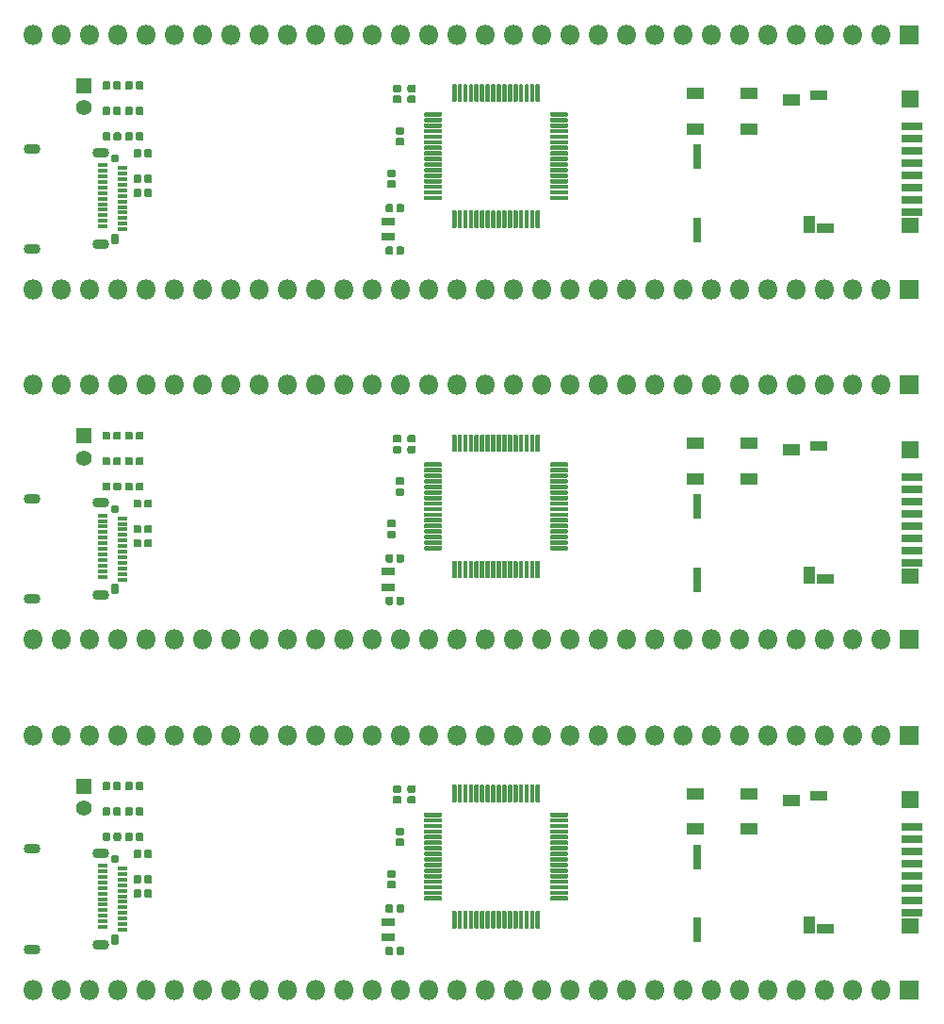
<source format=gbr>
G04 #@! TF.GenerationSoftware,KiCad,Pcbnew,5.1.5+dfsg1-2build2*
G04 #@! TF.CreationDate,2021-03-20T12:23:53+01:00*
G04 #@! TF.ProjectId,ATSAME51J18A-devboard-panel,41545341-4d45-4353-914a-3138412d6465,rev?*
G04 #@! TF.SameCoordinates,Original*
G04 #@! TF.FileFunction,Soldermask,Top*
G04 #@! TF.FilePolarity,Negative*
%FSLAX46Y46*%
G04 Gerber Fmt 4.6, Leading zero omitted, Abs format (unit mm)*
G04 Created by KiCad (PCBNEW 5.1.5+dfsg1-2build2) date 2021-03-20 12:23:53*
%MOMM*%
%LPD*%
G04 APERTURE LIST*
%ADD10C,0.150000*%
%ADD11R,1.600000X1.100000*%
%ADD12R,1.650000X1.100000*%
%ADD13R,1.600000X1.600000*%
%ADD14R,1.850000X0.800000*%
%ADD15R,1.500000X0.900000*%
%ADD16R,1.100000X1.550000*%
%ADD17R,1.600000X0.900000*%
%ADD18R,1.600000X1.400000*%
%ADD19R,1.200000X0.700000*%
%ADD20R,1.800000X1.800000*%
%ADD21O,1.800000X1.800000*%
%ADD22R,0.658800X2.208200*%
%ADD23R,0.811200X0.354000*%
%ADD24C,0.608000*%
%ADD25O,1.497000X0.912800*%
%ADD26C,0.785800*%
%ADD27C,1.408000*%
%ADD28R,1.408000X1.408000*%
G04 APERTURE END LIST*
D10*
G36*
X84046409Y-134715850D02*
G01*
X84063154Y-134718334D01*
X84079575Y-134722447D01*
X84095514Y-134728150D01*
X84110817Y-134735388D01*
X84125337Y-134744090D01*
X84138934Y-134754175D01*
X84151477Y-134765543D01*
X84162845Y-134778086D01*
X84172930Y-134791683D01*
X84181632Y-134806203D01*
X84188870Y-134821506D01*
X84194573Y-134837445D01*
X84198686Y-134853866D01*
X84201170Y-134870611D01*
X84202001Y-134887519D01*
X84202001Y-135282519D01*
X84201170Y-135299427D01*
X84198686Y-135316172D01*
X84194573Y-135332593D01*
X84188870Y-135348532D01*
X84181632Y-135363835D01*
X84172930Y-135378355D01*
X84162845Y-135391952D01*
X84151477Y-135404495D01*
X84138934Y-135415863D01*
X84125337Y-135425948D01*
X84110817Y-135434650D01*
X84095514Y-135441888D01*
X84079575Y-135447591D01*
X84063154Y-135451704D01*
X84046409Y-135454188D01*
X84029501Y-135455019D01*
X83684501Y-135455019D01*
X83667593Y-135454188D01*
X83650848Y-135451704D01*
X83634427Y-135447591D01*
X83618488Y-135441888D01*
X83603185Y-135434650D01*
X83588665Y-135425948D01*
X83575068Y-135415863D01*
X83562525Y-135404495D01*
X83551157Y-135391952D01*
X83541072Y-135378355D01*
X83532370Y-135363835D01*
X83525132Y-135348532D01*
X83519429Y-135332593D01*
X83515316Y-135316172D01*
X83512832Y-135299427D01*
X83512001Y-135282519D01*
X83512001Y-134887519D01*
X83512832Y-134870611D01*
X83515316Y-134853866D01*
X83519429Y-134837445D01*
X83525132Y-134821506D01*
X83532370Y-134806203D01*
X83541072Y-134791683D01*
X83551157Y-134778086D01*
X83562525Y-134765543D01*
X83575068Y-134754175D01*
X83588665Y-134744090D01*
X83603185Y-134735388D01*
X83618488Y-134728150D01*
X83634427Y-134722447D01*
X83650848Y-134718334D01*
X83667593Y-134715850D01*
X83684501Y-134715019D01*
X84029501Y-134715019D01*
X84046409Y-134715850D01*
G37*
G36*
X85016409Y-134715850D02*
G01*
X85033154Y-134718334D01*
X85049575Y-134722447D01*
X85065514Y-134728150D01*
X85080817Y-134735388D01*
X85095337Y-134744090D01*
X85108934Y-134754175D01*
X85121477Y-134765543D01*
X85132845Y-134778086D01*
X85142930Y-134791683D01*
X85151632Y-134806203D01*
X85158870Y-134821506D01*
X85164573Y-134837445D01*
X85168686Y-134853866D01*
X85171170Y-134870611D01*
X85172001Y-134887519D01*
X85172001Y-135282519D01*
X85171170Y-135299427D01*
X85168686Y-135316172D01*
X85164573Y-135332593D01*
X85158870Y-135348532D01*
X85151632Y-135363835D01*
X85142930Y-135378355D01*
X85132845Y-135391952D01*
X85121477Y-135404495D01*
X85108934Y-135415863D01*
X85095337Y-135425948D01*
X85080817Y-135434650D01*
X85065514Y-135441888D01*
X85049575Y-135447591D01*
X85033154Y-135451704D01*
X85016409Y-135454188D01*
X84999501Y-135455019D01*
X84654501Y-135455019D01*
X84637593Y-135454188D01*
X84620848Y-135451704D01*
X84604427Y-135447591D01*
X84588488Y-135441888D01*
X84573185Y-135434650D01*
X84558665Y-135425948D01*
X84545068Y-135415863D01*
X84532525Y-135404495D01*
X84521157Y-135391952D01*
X84511072Y-135378355D01*
X84502370Y-135363835D01*
X84495132Y-135348532D01*
X84489429Y-135332593D01*
X84485316Y-135316172D01*
X84482832Y-135299427D01*
X84482001Y-135282519D01*
X84482001Y-134887519D01*
X84482832Y-134870611D01*
X84485316Y-134853866D01*
X84489429Y-134837445D01*
X84495132Y-134821506D01*
X84502370Y-134806203D01*
X84511072Y-134791683D01*
X84521157Y-134778086D01*
X84532525Y-134765543D01*
X84545068Y-134754175D01*
X84558665Y-134744090D01*
X84573185Y-134735388D01*
X84588488Y-134728150D01*
X84604427Y-134722447D01*
X84620848Y-134718334D01*
X84637593Y-134715850D01*
X84654501Y-134715019D01*
X84999501Y-134715019D01*
X85016409Y-134715850D01*
G37*
G36*
X85016409Y-130905850D02*
G01*
X85033154Y-130908334D01*
X85049575Y-130912447D01*
X85065514Y-130918150D01*
X85080817Y-130925388D01*
X85095337Y-130934090D01*
X85108934Y-130944175D01*
X85121477Y-130955543D01*
X85132845Y-130968086D01*
X85142930Y-130981683D01*
X85151632Y-130996203D01*
X85158870Y-131011506D01*
X85164573Y-131027445D01*
X85168686Y-131043866D01*
X85171170Y-131060611D01*
X85172001Y-131077519D01*
X85172001Y-131472519D01*
X85171170Y-131489427D01*
X85168686Y-131506172D01*
X85164573Y-131522593D01*
X85158870Y-131538532D01*
X85151632Y-131553835D01*
X85142930Y-131568355D01*
X85132845Y-131581952D01*
X85121477Y-131594495D01*
X85108934Y-131605863D01*
X85095337Y-131615948D01*
X85080817Y-131624650D01*
X85065514Y-131631888D01*
X85049575Y-131637591D01*
X85033154Y-131641704D01*
X85016409Y-131644188D01*
X84999501Y-131645019D01*
X84654501Y-131645019D01*
X84637593Y-131644188D01*
X84620848Y-131641704D01*
X84604427Y-131637591D01*
X84588488Y-131631888D01*
X84573185Y-131624650D01*
X84558665Y-131615948D01*
X84545068Y-131605863D01*
X84532525Y-131594495D01*
X84521157Y-131581952D01*
X84511072Y-131568355D01*
X84502370Y-131553835D01*
X84495132Y-131538532D01*
X84489429Y-131522593D01*
X84485316Y-131506172D01*
X84482832Y-131489427D01*
X84482001Y-131472519D01*
X84482001Y-131077519D01*
X84482832Y-131060611D01*
X84485316Y-131043866D01*
X84489429Y-131027445D01*
X84495132Y-131011506D01*
X84502370Y-130996203D01*
X84511072Y-130981683D01*
X84521157Y-130968086D01*
X84532525Y-130955543D01*
X84545068Y-130944175D01*
X84558665Y-130934090D01*
X84573185Y-130925388D01*
X84588488Y-130918150D01*
X84604427Y-130912447D01*
X84620848Y-130908334D01*
X84637593Y-130905850D01*
X84654501Y-130905019D01*
X84999501Y-130905019D01*
X85016409Y-130905850D01*
G37*
G36*
X84046409Y-130905850D02*
G01*
X84063154Y-130908334D01*
X84079575Y-130912447D01*
X84095514Y-130918150D01*
X84110817Y-130925388D01*
X84125337Y-130934090D01*
X84138934Y-130944175D01*
X84151477Y-130955543D01*
X84162845Y-130968086D01*
X84172930Y-130981683D01*
X84181632Y-130996203D01*
X84188870Y-131011506D01*
X84194573Y-131027445D01*
X84198686Y-131043866D01*
X84201170Y-131060611D01*
X84202001Y-131077519D01*
X84202001Y-131472519D01*
X84201170Y-131489427D01*
X84198686Y-131506172D01*
X84194573Y-131522593D01*
X84188870Y-131538532D01*
X84181632Y-131553835D01*
X84172930Y-131568355D01*
X84162845Y-131581952D01*
X84151477Y-131594495D01*
X84138934Y-131605863D01*
X84125337Y-131615948D01*
X84110817Y-131624650D01*
X84095514Y-131631888D01*
X84079575Y-131637591D01*
X84063154Y-131641704D01*
X84046409Y-131644188D01*
X84029501Y-131645019D01*
X83684501Y-131645019D01*
X83667593Y-131644188D01*
X83650848Y-131641704D01*
X83634427Y-131637591D01*
X83618488Y-131631888D01*
X83603185Y-131624650D01*
X83588665Y-131615948D01*
X83575068Y-131605863D01*
X83562525Y-131594495D01*
X83551157Y-131581952D01*
X83541072Y-131568355D01*
X83532370Y-131553835D01*
X83525132Y-131538532D01*
X83519429Y-131522593D01*
X83515316Y-131506172D01*
X83512832Y-131489427D01*
X83512001Y-131472519D01*
X83512001Y-131077519D01*
X83512832Y-131060611D01*
X83515316Y-131043866D01*
X83519429Y-131027445D01*
X83525132Y-131011506D01*
X83532370Y-130996203D01*
X83541072Y-130981683D01*
X83551157Y-130968086D01*
X83562525Y-130955543D01*
X83575068Y-130944175D01*
X83588665Y-130934090D01*
X83603185Y-130925388D01*
X83618488Y-130918150D01*
X83634427Y-130912447D01*
X83650848Y-130908334D01*
X83667593Y-130905850D01*
X83684501Y-130905019D01*
X84029501Y-130905019D01*
X84046409Y-130905850D01*
G37*
G36*
X84758409Y-120194850D02*
G01*
X84775154Y-120197334D01*
X84791575Y-120201447D01*
X84807514Y-120207150D01*
X84822817Y-120214388D01*
X84837337Y-120223090D01*
X84850934Y-120233175D01*
X84863477Y-120244543D01*
X84874845Y-120257086D01*
X84884930Y-120270683D01*
X84893632Y-120285203D01*
X84900870Y-120300506D01*
X84906573Y-120316445D01*
X84910686Y-120332866D01*
X84913170Y-120349611D01*
X84914001Y-120366519D01*
X84914001Y-120711519D01*
X84913170Y-120728427D01*
X84910686Y-120745172D01*
X84906573Y-120761593D01*
X84900870Y-120777532D01*
X84893632Y-120792835D01*
X84884930Y-120807355D01*
X84874845Y-120820952D01*
X84863477Y-120833495D01*
X84850934Y-120844863D01*
X84837337Y-120854948D01*
X84822817Y-120863650D01*
X84807514Y-120870888D01*
X84791575Y-120876591D01*
X84775154Y-120880704D01*
X84758409Y-120883188D01*
X84741501Y-120884019D01*
X84346501Y-120884019D01*
X84329593Y-120883188D01*
X84312848Y-120880704D01*
X84296427Y-120876591D01*
X84280488Y-120870888D01*
X84265185Y-120863650D01*
X84250665Y-120854948D01*
X84237068Y-120844863D01*
X84224525Y-120833495D01*
X84213157Y-120820952D01*
X84203072Y-120807355D01*
X84194370Y-120792835D01*
X84187132Y-120777532D01*
X84181429Y-120761593D01*
X84177316Y-120745172D01*
X84174832Y-120728427D01*
X84174001Y-120711519D01*
X84174001Y-120366519D01*
X84174832Y-120349611D01*
X84177316Y-120332866D01*
X84181429Y-120316445D01*
X84187132Y-120300506D01*
X84194370Y-120285203D01*
X84203072Y-120270683D01*
X84213157Y-120257086D01*
X84224525Y-120244543D01*
X84237068Y-120233175D01*
X84250665Y-120223090D01*
X84265185Y-120214388D01*
X84280488Y-120207150D01*
X84296427Y-120201447D01*
X84312848Y-120197334D01*
X84329593Y-120194850D01*
X84346501Y-120194019D01*
X84741501Y-120194019D01*
X84758409Y-120194850D01*
G37*
G36*
X84758409Y-121164850D02*
G01*
X84775154Y-121167334D01*
X84791575Y-121171447D01*
X84807514Y-121177150D01*
X84822817Y-121184388D01*
X84837337Y-121193090D01*
X84850934Y-121203175D01*
X84863477Y-121214543D01*
X84874845Y-121227086D01*
X84884930Y-121240683D01*
X84893632Y-121255203D01*
X84900870Y-121270506D01*
X84906573Y-121286445D01*
X84910686Y-121302866D01*
X84913170Y-121319611D01*
X84914001Y-121336519D01*
X84914001Y-121681519D01*
X84913170Y-121698427D01*
X84910686Y-121715172D01*
X84906573Y-121731593D01*
X84900870Y-121747532D01*
X84893632Y-121762835D01*
X84884930Y-121777355D01*
X84874845Y-121790952D01*
X84863477Y-121803495D01*
X84850934Y-121814863D01*
X84837337Y-121824948D01*
X84822817Y-121833650D01*
X84807514Y-121840888D01*
X84791575Y-121846591D01*
X84775154Y-121850704D01*
X84758409Y-121853188D01*
X84741501Y-121854019D01*
X84346501Y-121854019D01*
X84329593Y-121853188D01*
X84312848Y-121850704D01*
X84296427Y-121846591D01*
X84280488Y-121840888D01*
X84265185Y-121833650D01*
X84250665Y-121824948D01*
X84237068Y-121814863D01*
X84224525Y-121803495D01*
X84213157Y-121790952D01*
X84203072Y-121777355D01*
X84194370Y-121762835D01*
X84187132Y-121747532D01*
X84181429Y-121731593D01*
X84177316Y-121715172D01*
X84174832Y-121698427D01*
X84174001Y-121681519D01*
X84174001Y-121336519D01*
X84174832Y-121319611D01*
X84177316Y-121302866D01*
X84181429Y-121286445D01*
X84187132Y-121270506D01*
X84194370Y-121255203D01*
X84203072Y-121240683D01*
X84213157Y-121227086D01*
X84224525Y-121214543D01*
X84237068Y-121203175D01*
X84250665Y-121193090D01*
X84265185Y-121184388D01*
X84280488Y-121177150D01*
X84296427Y-121171447D01*
X84312848Y-121167334D01*
X84329593Y-121164850D01*
X84346501Y-121164019D01*
X84741501Y-121164019D01*
X84758409Y-121164850D01*
G37*
G36*
X85012409Y-124974850D02*
G01*
X85029154Y-124977334D01*
X85045575Y-124981447D01*
X85061514Y-124987150D01*
X85076817Y-124994388D01*
X85091337Y-125003090D01*
X85104934Y-125013175D01*
X85117477Y-125024543D01*
X85128845Y-125037086D01*
X85138930Y-125050683D01*
X85147632Y-125065203D01*
X85154870Y-125080506D01*
X85160573Y-125096445D01*
X85164686Y-125112866D01*
X85167170Y-125129611D01*
X85168001Y-125146519D01*
X85168001Y-125491519D01*
X85167170Y-125508427D01*
X85164686Y-125525172D01*
X85160573Y-125541593D01*
X85154870Y-125557532D01*
X85147632Y-125572835D01*
X85138930Y-125587355D01*
X85128845Y-125600952D01*
X85117477Y-125613495D01*
X85104934Y-125624863D01*
X85091337Y-125634948D01*
X85076817Y-125643650D01*
X85061514Y-125650888D01*
X85045575Y-125656591D01*
X85029154Y-125660704D01*
X85012409Y-125663188D01*
X84995501Y-125664019D01*
X84600501Y-125664019D01*
X84583593Y-125663188D01*
X84566848Y-125660704D01*
X84550427Y-125656591D01*
X84534488Y-125650888D01*
X84519185Y-125643650D01*
X84504665Y-125634948D01*
X84491068Y-125624863D01*
X84478525Y-125613495D01*
X84467157Y-125600952D01*
X84457072Y-125587355D01*
X84448370Y-125572835D01*
X84441132Y-125557532D01*
X84435429Y-125541593D01*
X84431316Y-125525172D01*
X84428832Y-125508427D01*
X84428001Y-125491519D01*
X84428001Y-125146519D01*
X84428832Y-125129611D01*
X84431316Y-125112866D01*
X84435429Y-125096445D01*
X84441132Y-125080506D01*
X84448370Y-125065203D01*
X84457072Y-125050683D01*
X84467157Y-125037086D01*
X84478525Y-125024543D01*
X84491068Y-125013175D01*
X84504665Y-125003090D01*
X84519185Y-124994388D01*
X84534488Y-124987150D01*
X84550427Y-124981447D01*
X84566848Y-124977334D01*
X84583593Y-124974850D01*
X84600501Y-124974019D01*
X84995501Y-124974019D01*
X85012409Y-124974850D01*
G37*
G36*
X85012409Y-124004850D02*
G01*
X85029154Y-124007334D01*
X85045575Y-124011447D01*
X85061514Y-124017150D01*
X85076817Y-124024388D01*
X85091337Y-124033090D01*
X85104934Y-124043175D01*
X85117477Y-124054543D01*
X85128845Y-124067086D01*
X85138930Y-124080683D01*
X85147632Y-124095203D01*
X85154870Y-124110506D01*
X85160573Y-124126445D01*
X85164686Y-124142866D01*
X85167170Y-124159611D01*
X85168001Y-124176519D01*
X85168001Y-124521519D01*
X85167170Y-124538427D01*
X85164686Y-124555172D01*
X85160573Y-124571593D01*
X85154870Y-124587532D01*
X85147632Y-124602835D01*
X85138930Y-124617355D01*
X85128845Y-124630952D01*
X85117477Y-124643495D01*
X85104934Y-124654863D01*
X85091337Y-124664948D01*
X85076817Y-124673650D01*
X85061514Y-124680888D01*
X85045575Y-124686591D01*
X85029154Y-124690704D01*
X85012409Y-124693188D01*
X84995501Y-124694019D01*
X84600501Y-124694019D01*
X84583593Y-124693188D01*
X84566848Y-124690704D01*
X84550427Y-124686591D01*
X84534488Y-124680888D01*
X84519185Y-124673650D01*
X84504665Y-124664948D01*
X84491068Y-124654863D01*
X84478525Y-124643495D01*
X84467157Y-124630952D01*
X84457072Y-124617355D01*
X84448370Y-124602835D01*
X84441132Y-124587532D01*
X84435429Y-124571593D01*
X84431316Y-124555172D01*
X84428832Y-124538427D01*
X84428001Y-124521519D01*
X84428001Y-124176519D01*
X84428832Y-124159611D01*
X84431316Y-124142866D01*
X84435429Y-124126445D01*
X84441132Y-124110506D01*
X84448370Y-124095203D01*
X84457072Y-124080683D01*
X84467157Y-124067086D01*
X84478525Y-124054543D01*
X84491068Y-124043175D01*
X84504665Y-124033090D01*
X84519185Y-124024388D01*
X84534488Y-124017150D01*
X84550427Y-124011447D01*
X84566848Y-124007334D01*
X84583593Y-124004850D01*
X84600501Y-124004019D01*
X84995501Y-124004019D01*
X85012409Y-124004850D01*
G37*
G36*
X84250409Y-128784850D02*
G01*
X84267154Y-128787334D01*
X84283575Y-128791447D01*
X84299514Y-128797150D01*
X84314817Y-128804388D01*
X84329337Y-128813090D01*
X84342934Y-128823175D01*
X84355477Y-128834543D01*
X84366845Y-128847086D01*
X84376930Y-128860683D01*
X84385632Y-128875203D01*
X84392870Y-128890506D01*
X84398573Y-128906445D01*
X84402686Y-128922866D01*
X84405170Y-128939611D01*
X84406001Y-128956519D01*
X84406001Y-129301519D01*
X84405170Y-129318427D01*
X84402686Y-129335172D01*
X84398573Y-129351593D01*
X84392870Y-129367532D01*
X84385632Y-129382835D01*
X84376930Y-129397355D01*
X84366845Y-129410952D01*
X84355477Y-129423495D01*
X84342934Y-129434863D01*
X84329337Y-129444948D01*
X84314817Y-129453650D01*
X84299514Y-129460888D01*
X84283575Y-129466591D01*
X84267154Y-129470704D01*
X84250409Y-129473188D01*
X84233501Y-129474019D01*
X83838501Y-129474019D01*
X83821593Y-129473188D01*
X83804848Y-129470704D01*
X83788427Y-129466591D01*
X83772488Y-129460888D01*
X83757185Y-129453650D01*
X83742665Y-129444948D01*
X83729068Y-129434863D01*
X83716525Y-129423495D01*
X83705157Y-129410952D01*
X83695072Y-129397355D01*
X83686370Y-129382835D01*
X83679132Y-129367532D01*
X83673429Y-129351593D01*
X83669316Y-129335172D01*
X83666832Y-129318427D01*
X83666001Y-129301519D01*
X83666001Y-128956519D01*
X83666832Y-128939611D01*
X83669316Y-128922866D01*
X83673429Y-128906445D01*
X83679132Y-128890506D01*
X83686370Y-128875203D01*
X83695072Y-128860683D01*
X83705157Y-128847086D01*
X83716525Y-128834543D01*
X83729068Y-128823175D01*
X83742665Y-128813090D01*
X83757185Y-128804388D01*
X83772488Y-128797150D01*
X83788427Y-128791447D01*
X83804848Y-128787334D01*
X83821593Y-128784850D01*
X83838501Y-128784019D01*
X84233501Y-128784019D01*
X84250409Y-128784850D01*
G37*
G36*
X84250409Y-127814850D02*
G01*
X84267154Y-127817334D01*
X84283575Y-127821447D01*
X84299514Y-127827150D01*
X84314817Y-127834388D01*
X84329337Y-127843090D01*
X84342934Y-127853175D01*
X84355477Y-127864543D01*
X84366845Y-127877086D01*
X84376930Y-127890683D01*
X84385632Y-127905203D01*
X84392870Y-127920506D01*
X84398573Y-127936445D01*
X84402686Y-127952866D01*
X84405170Y-127969611D01*
X84406001Y-127986519D01*
X84406001Y-128331519D01*
X84405170Y-128348427D01*
X84402686Y-128365172D01*
X84398573Y-128381593D01*
X84392870Y-128397532D01*
X84385632Y-128412835D01*
X84376930Y-128427355D01*
X84366845Y-128440952D01*
X84355477Y-128453495D01*
X84342934Y-128464863D01*
X84329337Y-128474948D01*
X84314817Y-128483650D01*
X84299514Y-128490888D01*
X84283575Y-128496591D01*
X84267154Y-128500704D01*
X84250409Y-128503188D01*
X84233501Y-128504019D01*
X83838501Y-128504019D01*
X83821593Y-128503188D01*
X83804848Y-128500704D01*
X83788427Y-128496591D01*
X83772488Y-128490888D01*
X83757185Y-128483650D01*
X83742665Y-128474948D01*
X83729068Y-128464863D01*
X83716525Y-128453495D01*
X83705157Y-128440952D01*
X83695072Y-128427355D01*
X83686370Y-128412835D01*
X83679132Y-128397532D01*
X83673429Y-128381593D01*
X83669316Y-128365172D01*
X83666832Y-128348427D01*
X83666001Y-128331519D01*
X83666001Y-127986519D01*
X83666832Y-127969611D01*
X83669316Y-127952866D01*
X83673429Y-127936445D01*
X83679132Y-127920506D01*
X83686370Y-127905203D01*
X83695072Y-127890683D01*
X83705157Y-127877086D01*
X83716525Y-127864543D01*
X83729068Y-127853175D01*
X83742665Y-127843090D01*
X83757185Y-127834388D01*
X83772488Y-127827150D01*
X83788427Y-127821447D01*
X83804848Y-127817334D01*
X83821593Y-127814850D01*
X83838501Y-127814019D01*
X84233501Y-127814019D01*
X84250409Y-127814850D01*
G37*
D11*
X111304001Y-120948019D03*
X111304001Y-124148019D03*
X116204001Y-120948019D03*
X116204001Y-124148019D03*
D10*
G36*
X62358409Y-125988850D02*
G01*
X62375154Y-125991334D01*
X62391575Y-125995447D01*
X62407514Y-126001150D01*
X62422817Y-126008388D01*
X62437337Y-126017090D01*
X62450934Y-126027175D01*
X62463477Y-126038543D01*
X62474845Y-126051086D01*
X62484930Y-126064683D01*
X62493632Y-126079203D01*
X62500870Y-126094506D01*
X62506573Y-126110445D01*
X62510686Y-126126866D01*
X62513170Y-126143611D01*
X62514001Y-126160519D01*
X62514001Y-126555519D01*
X62513170Y-126572427D01*
X62510686Y-126589172D01*
X62506573Y-126605593D01*
X62500870Y-126621532D01*
X62493632Y-126636835D01*
X62484930Y-126651355D01*
X62474845Y-126664952D01*
X62463477Y-126677495D01*
X62450934Y-126688863D01*
X62437337Y-126698948D01*
X62422817Y-126707650D01*
X62407514Y-126714888D01*
X62391575Y-126720591D01*
X62375154Y-126724704D01*
X62358409Y-126727188D01*
X62341501Y-126728019D01*
X61996501Y-126728019D01*
X61979593Y-126727188D01*
X61962848Y-126724704D01*
X61946427Y-126720591D01*
X61930488Y-126714888D01*
X61915185Y-126707650D01*
X61900665Y-126698948D01*
X61887068Y-126688863D01*
X61874525Y-126677495D01*
X61863157Y-126664952D01*
X61853072Y-126651355D01*
X61844370Y-126636835D01*
X61837132Y-126621532D01*
X61831429Y-126605593D01*
X61827316Y-126589172D01*
X61824832Y-126572427D01*
X61824001Y-126555519D01*
X61824001Y-126160519D01*
X61824832Y-126143611D01*
X61827316Y-126126866D01*
X61831429Y-126110445D01*
X61837132Y-126094506D01*
X61844370Y-126079203D01*
X61853072Y-126064683D01*
X61863157Y-126051086D01*
X61874525Y-126038543D01*
X61887068Y-126027175D01*
X61900665Y-126017090D01*
X61915185Y-126008388D01*
X61930488Y-126001150D01*
X61946427Y-125995447D01*
X61962848Y-125991334D01*
X61979593Y-125988850D01*
X61996501Y-125988019D01*
X62341501Y-125988019D01*
X62358409Y-125988850D01*
G37*
G36*
X61388409Y-125988850D02*
G01*
X61405154Y-125991334D01*
X61421575Y-125995447D01*
X61437514Y-126001150D01*
X61452817Y-126008388D01*
X61467337Y-126017090D01*
X61480934Y-126027175D01*
X61493477Y-126038543D01*
X61504845Y-126051086D01*
X61514930Y-126064683D01*
X61523632Y-126079203D01*
X61530870Y-126094506D01*
X61536573Y-126110445D01*
X61540686Y-126126866D01*
X61543170Y-126143611D01*
X61544001Y-126160519D01*
X61544001Y-126555519D01*
X61543170Y-126572427D01*
X61540686Y-126589172D01*
X61536573Y-126605593D01*
X61530870Y-126621532D01*
X61523632Y-126636835D01*
X61514930Y-126651355D01*
X61504845Y-126664952D01*
X61493477Y-126677495D01*
X61480934Y-126688863D01*
X61467337Y-126698948D01*
X61452817Y-126707650D01*
X61437514Y-126714888D01*
X61421575Y-126720591D01*
X61405154Y-126724704D01*
X61388409Y-126727188D01*
X61371501Y-126728019D01*
X61026501Y-126728019D01*
X61009593Y-126727188D01*
X60992848Y-126724704D01*
X60976427Y-126720591D01*
X60960488Y-126714888D01*
X60945185Y-126707650D01*
X60930665Y-126698948D01*
X60917068Y-126688863D01*
X60904525Y-126677495D01*
X60893157Y-126664952D01*
X60883072Y-126651355D01*
X60874370Y-126636835D01*
X60867132Y-126621532D01*
X60861429Y-126605593D01*
X60857316Y-126589172D01*
X60854832Y-126572427D01*
X60854001Y-126555519D01*
X60854001Y-126160519D01*
X60854832Y-126143611D01*
X60857316Y-126126866D01*
X60861429Y-126110445D01*
X60867132Y-126094506D01*
X60874370Y-126079203D01*
X60883072Y-126064683D01*
X60893157Y-126051086D01*
X60904525Y-126038543D01*
X60917068Y-126027175D01*
X60930665Y-126017090D01*
X60945185Y-126008388D01*
X60960488Y-126001150D01*
X60976427Y-125995447D01*
X60992848Y-125991334D01*
X61009593Y-125988850D01*
X61026501Y-125988019D01*
X61371501Y-125988019D01*
X61388409Y-125988850D01*
G37*
G36*
X62358409Y-128274850D02*
G01*
X62375154Y-128277334D01*
X62391575Y-128281447D01*
X62407514Y-128287150D01*
X62422817Y-128294388D01*
X62437337Y-128303090D01*
X62450934Y-128313175D01*
X62463477Y-128324543D01*
X62474845Y-128337086D01*
X62484930Y-128350683D01*
X62493632Y-128365203D01*
X62500870Y-128380506D01*
X62506573Y-128396445D01*
X62510686Y-128412866D01*
X62513170Y-128429611D01*
X62514001Y-128446519D01*
X62514001Y-128841519D01*
X62513170Y-128858427D01*
X62510686Y-128875172D01*
X62506573Y-128891593D01*
X62500870Y-128907532D01*
X62493632Y-128922835D01*
X62484930Y-128937355D01*
X62474845Y-128950952D01*
X62463477Y-128963495D01*
X62450934Y-128974863D01*
X62437337Y-128984948D01*
X62422817Y-128993650D01*
X62407514Y-129000888D01*
X62391575Y-129006591D01*
X62375154Y-129010704D01*
X62358409Y-129013188D01*
X62341501Y-129014019D01*
X61996501Y-129014019D01*
X61979593Y-129013188D01*
X61962848Y-129010704D01*
X61946427Y-129006591D01*
X61930488Y-129000888D01*
X61915185Y-128993650D01*
X61900665Y-128984948D01*
X61887068Y-128974863D01*
X61874525Y-128963495D01*
X61863157Y-128950952D01*
X61853072Y-128937355D01*
X61844370Y-128922835D01*
X61837132Y-128907532D01*
X61831429Y-128891593D01*
X61827316Y-128875172D01*
X61824832Y-128858427D01*
X61824001Y-128841519D01*
X61824001Y-128446519D01*
X61824832Y-128429611D01*
X61827316Y-128412866D01*
X61831429Y-128396445D01*
X61837132Y-128380506D01*
X61844370Y-128365203D01*
X61853072Y-128350683D01*
X61863157Y-128337086D01*
X61874525Y-128324543D01*
X61887068Y-128313175D01*
X61900665Y-128303090D01*
X61915185Y-128294388D01*
X61930488Y-128287150D01*
X61946427Y-128281447D01*
X61962848Y-128277334D01*
X61979593Y-128274850D01*
X61996501Y-128274019D01*
X62341501Y-128274019D01*
X62358409Y-128274850D01*
G37*
G36*
X61388409Y-128274850D02*
G01*
X61405154Y-128277334D01*
X61421575Y-128281447D01*
X61437514Y-128287150D01*
X61452817Y-128294388D01*
X61467337Y-128303090D01*
X61480934Y-128313175D01*
X61493477Y-128324543D01*
X61504845Y-128337086D01*
X61514930Y-128350683D01*
X61523632Y-128365203D01*
X61530870Y-128380506D01*
X61536573Y-128396445D01*
X61540686Y-128412866D01*
X61543170Y-128429611D01*
X61544001Y-128446519D01*
X61544001Y-128841519D01*
X61543170Y-128858427D01*
X61540686Y-128875172D01*
X61536573Y-128891593D01*
X61530870Y-128907532D01*
X61523632Y-128922835D01*
X61514930Y-128937355D01*
X61504845Y-128950952D01*
X61493477Y-128963495D01*
X61480934Y-128974863D01*
X61467337Y-128984948D01*
X61452817Y-128993650D01*
X61437514Y-129000888D01*
X61421575Y-129006591D01*
X61405154Y-129010704D01*
X61388409Y-129013188D01*
X61371501Y-129014019D01*
X61026501Y-129014019D01*
X61009593Y-129013188D01*
X60992848Y-129010704D01*
X60976427Y-129006591D01*
X60960488Y-129000888D01*
X60945185Y-128993650D01*
X60930665Y-128984948D01*
X60917068Y-128974863D01*
X60904525Y-128963495D01*
X60893157Y-128950952D01*
X60883072Y-128937355D01*
X60874370Y-128922835D01*
X60867132Y-128907532D01*
X60861429Y-128891593D01*
X60857316Y-128875172D01*
X60854832Y-128858427D01*
X60854001Y-128841519D01*
X60854001Y-128446519D01*
X60854832Y-128429611D01*
X60857316Y-128412866D01*
X60861429Y-128396445D01*
X60867132Y-128380506D01*
X60874370Y-128365203D01*
X60883072Y-128350683D01*
X60893157Y-128337086D01*
X60904525Y-128324543D01*
X60917068Y-128313175D01*
X60930665Y-128303090D01*
X60945185Y-128294388D01*
X60960488Y-128287150D01*
X60976427Y-128281447D01*
X60992848Y-128277334D01*
X61009593Y-128274850D01*
X61026501Y-128274019D01*
X61371501Y-128274019D01*
X61388409Y-128274850D01*
G37*
G36*
X58617409Y-124464850D02*
G01*
X58634154Y-124467334D01*
X58650575Y-124471447D01*
X58666514Y-124477150D01*
X58681817Y-124484388D01*
X58696337Y-124493090D01*
X58709934Y-124503175D01*
X58722477Y-124514543D01*
X58733845Y-124527086D01*
X58743930Y-124540683D01*
X58752632Y-124555203D01*
X58759870Y-124570506D01*
X58765573Y-124586445D01*
X58769686Y-124602866D01*
X58772170Y-124619611D01*
X58773001Y-124636519D01*
X58773001Y-125031519D01*
X58772170Y-125048427D01*
X58769686Y-125065172D01*
X58765573Y-125081593D01*
X58759870Y-125097532D01*
X58752632Y-125112835D01*
X58743930Y-125127355D01*
X58733845Y-125140952D01*
X58722477Y-125153495D01*
X58709934Y-125164863D01*
X58696337Y-125174948D01*
X58681817Y-125183650D01*
X58666514Y-125190888D01*
X58650575Y-125196591D01*
X58634154Y-125200704D01*
X58617409Y-125203188D01*
X58600501Y-125204019D01*
X58255501Y-125204019D01*
X58238593Y-125203188D01*
X58221848Y-125200704D01*
X58205427Y-125196591D01*
X58189488Y-125190888D01*
X58174185Y-125183650D01*
X58159665Y-125174948D01*
X58146068Y-125164863D01*
X58133525Y-125153495D01*
X58122157Y-125140952D01*
X58112072Y-125127355D01*
X58103370Y-125112835D01*
X58096132Y-125097532D01*
X58090429Y-125081593D01*
X58086316Y-125065172D01*
X58083832Y-125048427D01*
X58083001Y-125031519D01*
X58083001Y-124636519D01*
X58083832Y-124619611D01*
X58086316Y-124602866D01*
X58090429Y-124586445D01*
X58096132Y-124570506D01*
X58103370Y-124555203D01*
X58112072Y-124540683D01*
X58122157Y-124527086D01*
X58133525Y-124514543D01*
X58146068Y-124503175D01*
X58159665Y-124493090D01*
X58174185Y-124484388D01*
X58189488Y-124477150D01*
X58205427Y-124471447D01*
X58221848Y-124467334D01*
X58238593Y-124464850D01*
X58255501Y-124464019D01*
X58600501Y-124464019D01*
X58617409Y-124464850D01*
G37*
G36*
X59587409Y-124464850D02*
G01*
X59604154Y-124467334D01*
X59620575Y-124471447D01*
X59636514Y-124477150D01*
X59651817Y-124484388D01*
X59666337Y-124493090D01*
X59679934Y-124503175D01*
X59692477Y-124514543D01*
X59703845Y-124527086D01*
X59713930Y-124540683D01*
X59722632Y-124555203D01*
X59729870Y-124570506D01*
X59735573Y-124586445D01*
X59739686Y-124602866D01*
X59742170Y-124619611D01*
X59743001Y-124636519D01*
X59743001Y-125031519D01*
X59742170Y-125048427D01*
X59739686Y-125065172D01*
X59735573Y-125081593D01*
X59729870Y-125097532D01*
X59722632Y-125112835D01*
X59713930Y-125127355D01*
X59703845Y-125140952D01*
X59692477Y-125153495D01*
X59679934Y-125164863D01*
X59666337Y-125174948D01*
X59651817Y-125183650D01*
X59636514Y-125190888D01*
X59620575Y-125196591D01*
X59604154Y-125200704D01*
X59587409Y-125203188D01*
X59570501Y-125204019D01*
X59225501Y-125204019D01*
X59208593Y-125203188D01*
X59191848Y-125200704D01*
X59175427Y-125196591D01*
X59159488Y-125190888D01*
X59144185Y-125183650D01*
X59129665Y-125174948D01*
X59116068Y-125164863D01*
X59103525Y-125153495D01*
X59092157Y-125140952D01*
X59082072Y-125127355D01*
X59073370Y-125112835D01*
X59066132Y-125097532D01*
X59060429Y-125081593D01*
X59056316Y-125065172D01*
X59053832Y-125048427D01*
X59053001Y-125031519D01*
X59053001Y-124636519D01*
X59053832Y-124619611D01*
X59056316Y-124602866D01*
X59060429Y-124586445D01*
X59066132Y-124570506D01*
X59073370Y-124555203D01*
X59082072Y-124540683D01*
X59092157Y-124527086D01*
X59103525Y-124514543D01*
X59116068Y-124503175D01*
X59129665Y-124493090D01*
X59144185Y-124484388D01*
X59159488Y-124477150D01*
X59175427Y-124471447D01*
X59191848Y-124467334D01*
X59208593Y-124464850D01*
X59225501Y-124464019D01*
X59570501Y-124464019D01*
X59587409Y-124464850D01*
G37*
D12*
X119988001Y-121545019D03*
D13*
X130663001Y-121495019D03*
D14*
X130788001Y-123945019D03*
X130788001Y-125045019D03*
X130788001Y-126145019D03*
X130788001Y-127245019D03*
X130788001Y-128345019D03*
X130788001Y-129445019D03*
X130788001Y-130545019D03*
D15*
X122413001Y-121145019D03*
D16*
X121563001Y-132770019D03*
D17*
X123063001Y-133095019D03*
D18*
X130663001Y-132845019D03*
D14*
X130788001Y-131645019D03*
D10*
G36*
X62358409Y-129544850D02*
G01*
X62375154Y-129547334D01*
X62391575Y-129551447D01*
X62407514Y-129557150D01*
X62422817Y-129564388D01*
X62437337Y-129573090D01*
X62450934Y-129583175D01*
X62463477Y-129594543D01*
X62474845Y-129607086D01*
X62484930Y-129620683D01*
X62493632Y-129635203D01*
X62500870Y-129650506D01*
X62506573Y-129666445D01*
X62510686Y-129682866D01*
X62513170Y-129699611D01*
X62514001Y-129716519D01*
X62514001Y-130111519D01*
X62513170Y-130128427D01*
X62510686Y-130145172D01*
X62506573Y-130161593D01*
X62500870Y-130177532D01*
X62493632Y-130192835D01*
X62484930Y-130207355D01*
X62474845Y-130220952D01*
X62463477Y-130233495D01*
X62450934Y-130244863D01*
X62437337Y-130254948D01*
X62422817Y-130263650D01*
X62407514Y-130270888D01*
X62391575Y-130276591D01*
X62375154Y-130280704D01*
X62358409Y-130283188D01*
X62341501Y-130284019D01*
X61996501Y-130284019D01*
X61979593Y-130283188D01*
X61962848Y-130280704D01*
X61946427Y-130276591D01*
X61930488Y-130270888D01*
X61915185Y-130263650D01*
X61900665Y-130254948D01*
X61887068Y-130244863D01*
X61874525Y-130233495D01*
X61863157Y-130220952D01*
X61853072Y-130207355D01*
X61844370Y-130192835D01*
X61837132Y-130177532D01*
X61831429Y-130161593D01*
X61827316Y-130145172D01*
X61824832Y-130128427D01*
X61824001Y-130111519D01*
X61824001Y-129716519D01*
X61824832Y-129699611D01*
X61827316Y-129682866D01*
X61831429Y-129666445D01*
X61837132Y-129650506D01*
X61844370Y-129635203D01*
X61853072Y-129620683D01*
X61863157Y-129607086D01*
X61874525Y-129594543D01*
X61887068Y-129583175D01*
X61900665Y-129573090D01*
X61915185Y-129564388D01*
X61930488Y-129557150D01*
X61946427Y-129551447D01*
X61962848Y-129547334D01*
X61979593Y-129544850D01*
X61996501Y-129544019D01*
X62341501Y-129544019D01*
X62358409Y-129544850D01*
G37*
G36*
X61388409Y-129544850D02*
G01*
X61405154Y-129547334D01*
X61421575Y-129551447D01*
X61437514Y-129557150D01*
X61452817Y-129564388D01*
X61467337Y-129573090D01*
X61480934Y-129583175D01*
X61493477Y-129594543D01*
X61504845Y-129607086D01*
X61514930Y-129620683D01*
X61523632Y-129635203D01*
X61530870Y-129650506D01*
X61536573Y-129666445D01*
X61540686Y-129682866D01*
X61543170Y-129699611D01*
X61544001Y-129716519D01*
X61544001Y-130111519D01*
X61543170Y-130128427D01*
X61540686Y-130145172D01*
X61536573Y-130161593D01*
X61530870Y-130177532D01*
X61523632Y-130192835D01*
X61514930Y-130207355D01*
X61504845Y-130220952D01*
X61493477Y-130233495D01*
X61480934Y-130244863D01*
X61467337Y-130254948D01*
X61452817Y-130263650D01*
X61437514Y-130270888D01*
X61421575Y-130276591D01*
X61405154Y-130280704D01*
X61388409Y-130283188D01*
X61371501Y-130284019D01*
X61026501Y-130284019D01*
X61009593Y-130283188D01*
X60992848Y-130280704D01*
X60976427Y-130276591D01*
X60960488Y-130270888D01*
X60945185Y-130263650D01*
X60930665Y-130254948D01*
X60917068Y-130244863D01*
X60904525Y-130233495D01*
X60893157Y-130220952D01*
X60883072Y-130207355D01*
X60874370Y-130192835D01*
X60867132Y-130177532D01*
X60861429Y-130161593D01*
X60857316Y-130145172D01*
X60854832Y-130128427D01*
X60854001Y-130111519D01*
X60854001Y-129716519D01*
X60854832Y-129699611D01*
X60857316Y-129682866D01*
X60861429Y-129666445D01*
X60867132Y-129650506D01*
X60874370Y-129635203D01*
X60883072Y-129620683D01*
X60893157Y-129607086D01*
X60904525Y-129594543D01*
X60917068Y-129583175D01*
X60930665Y-129573090D01*
X60945185Y-129564388D01*
X60960488Y-129557150D01*
X60976427Y-129551447D01*
X60992848Y-129547334D01*
X61009593Y-129544850D01*
X61026501Y-129544019D01*
X61371501Y-129544019D01*
X61388409Y-129544850D01*
G37*
G36*
X86057409Y-121164850D02*
G01*
X86074154Y-121167334D01*
X86090575Y-121171447D01*
X86106514Y-121177150D01*
X86121817Y-121184388D01*
X86136337Y-121193090D01*
X86149934Y-121203175D01*
X86162477Y-121214543D01*
X86173845Y-121227086D01*
X86183930Y-121240683D01*
X86192632Y-121255203D01*
X86199870Y-121270506D01*
X86205573Y-121286445D01*
X86209686Y-121302866D01*
X86212170Y-121319611D01*
X86213001Y-121336519D01*
X86213001Y-121681519D01*
X86212170Y-121698427D01*
X86209686Y-121715172D01*
X86205573Y-121731593D01*
X86199870Y-121747532D01*
X86192632Y-121762835D01*
X86183930Y-121777355D01*
X86173845Y-121790952D01*
X86162477Y-121803495D01*
X86149934Y-121814863D01*
X86136337Y-121824948D01*
X86121817Y-121833650D01*
X86106514Y-121840888D01*
X86090575Y-121846591D01*
X86074154Y-121850704D01*
X86057409Y-121853188D01*
X86040501Y-121854019D01*
X85645501Y-121854019D01*
X85628593Y-121853188D01*
X85611848Y-121850704D01*
X85595427Y-121846591D01*
X85579488Y-121840888D01*
X85564185Y-121833650D01*
X85549665Y-121824948D01*
X85536068Y-121814863D01*
X85523525Y-121803495D01*
X85512157Y-121790952D01*
X85502072Y-121777355D01*
X85493370Y-121762835D01*
X85486132Y-121747532D01*
X85480429Y-121731593D01*
X85476316Y-121715172D01*
X85473832Y-121698427D01*
X85473001Y-121681519D01*
X85473001Y-121336519D01*
X85473832Y-121319611D01*
X85476316Y-121302866D01*
X85480429Y-121286445D01*
X85486132Y-121270506D01*
X85493370Y-121255203D01*
X85502072Y-121240683D01*
X85512157Y-121227086D01*
X85523525Y-121214543D01*
X85536068Y-121203175D01*
X85549665Y-121193090D01*
X85564185Y-121184388D01*
X85579488Y-121177150D01*
X85595427Y-121171447D01*
X85611848Y-121167334D01*
X85628593Y-121164850D01*
X85645501Y-121164019D01*
X86040501Y-121164019D01*
X86057409Y-121164850D01*
G37*
G36*
X86057409Y-120194850D02*
G01*
X86074154Y-120197334D01*
X86090575Y-120201447D01*
X86106514Y-120207150D01*
X86121817Y-120214388D01*
X86136337Y-120223090D01*
X86149934Y-120233175D01*
X86162477Y-120244543D01*
X86173845Y-120257086D01*
X86183930Y-120270683D01*
X86192632Y-120285203D01*
X86199870Y-120300506D01*
X86205573Y-120316445D01*
X86209686Y-120332866D01*
X86212170Y-120349611D01*
X86213001Y-120366519D01*
X86213001Y-120711519D01*
X86212170Y-120728427D01*
X86209686Y-120745172D01*
X86205573Y-120761593D01*
X86199870Y-120777532D01*
X86192632Y-120792835D01*
X86183930Y-120807355D01*
X86173845Y-120820952D01*
X86162477Y-120833495D01*
X86149934Y-120844863D01*
X86136337Y-120854948D01*
X86121817Y-120863650D01*
X86106514Y-120870888D01*
X86090575Y-120876591D01*
X86074154Y-120880704D01*
X86057409Y-120883188D01*
X86040501Y-120884019D01*
X85645501Y-120884019D01*
X85628593Y-120883188D01*
X85611848Y-120880704D01*
X85595427Y-120876591D01*
X85579488Y-120870888D01*
X85564185Y-120863650D01*
X85549665Y-120854948D01*
X85536068Y-120844863D01*
X85523525Y-120833495D01*
X85512157Y-120820952D01*
X85502072Y-120807355D01*
X85493370Y-120792835D01*
X85486132Y-120777532D01*
X85480429Y-120761593D01*
X85476316Y-120745172D01*
X85473832Y-120728427D01*
X85473001Y-120711519D01*
X85473001Y-120366519D01*
X85473832Y-120349611D01*
X85476316Y-120332866D01*
X85480429Y-120316445D01*
X85486132Y-120300506D01*
X85493370Y-120285203D01*
X85502072Y-120270683D01*
X85512157Y-120257086D01*
X85523525Y-120244543D01*
X85536068Y-120233175D01*
X85549665Y-120223090D01*
X85564185Y-120214388D01*
X85579488Y-120207150D01*
X85595427Y-120201447D01*
X85611848Y-120197334D01*
X85628593Y-120194850D01*
X85645501Y-120194019D01*
X86040501Y-120194019D01*
X86057409Y-120194850D01*
G37*
G36*
X61596409Y-124464850D02*
G01*
X61613154Y-124467334D01*
X61629575Y-124471447D01*
X61645514Y-124477150D01*
X61660817Y-124484388D01*
X61675337Y-124493090D01*
X61688934Y-124503175D01*
X61701477Y-124514543D01*
X61712845Y-124527086D01*
X61722930Y-124540683D01*
X61731632Y-124555203D01*
X61738870Y-124570506D01*
X61744573Y-124586445D01*
X61748686Y-124602866D01*
X61751170Y-124619611D01*
X61752001Y-124636519D01*
X61752001Y-125031519D01*
X61751170Y-125048427D01*
X61748686Y-125065172D01*
X61744573Y-125081593D01*
X61738870Y-125097532D01*
X61731632Y-125112835D01*
X61722930Y-125127355D01*
X61712845Y-125140952D01*
X61701477Y-125153495D01*
X61688934Y-125164863D01*
X61675337Y-125174948D01*
X61660817Y-125183650D01*
X61645514Y-125190888D01*
X61629575Y-125196591D01*
X61613154Y-125200704D01*
X61596409Y-125203188D01*
X61579501Y-125204019D01*
X61234501Y-125204019D01*
X61217593Y-125203188D01*
X61200848Y-125200704D01*
X61184427Y-125196591D01*
X61168488Y-125190888D01*
X61153185Y-125183650D01*
X61138665Y-125174948D01*
X61125068Y-125164863D01*
X61112525Y-125153495D01*
X61101157Y-125140952D01*
X61091072Y-125127355D01*
X61082370Y-125112835D01*
X61075132Y-125097532D01*
X61069429Y-125081593D01*
X61065316Y-125065172D01*
X61062832Y-125048427D01*
X61062001Y-125031519D01*
X61062001Y-124636519D01*
X61062832Y-124619611D01*
X61065316Y-124602866D01*
X61069429Y-124586445D01*
X61075132Y-124570506D01*
X61082370Y-124555203D01*
X61091072Y-124540683D01*
X61101157Y-124527086D01*
X61112525Y-124514543D01*
X61125068Y-124503175D01*
X61138665Y-124493090D01*
X61153185Y-124484388D01*
X61168488Y-124477150D01*
X61184427Y-124471447D01*
X61200848Y-124467334D01*
X61217593Y-124464850D01*
X61234501Y-124464019D01*
X61579501Y-124464019D01*
X61596409Y-124464850D01*
G37*
G36*
X60626409Y-124464850D02*
G01*
X60643154Y-124467334D01*
X60659575Y-124471447D01*
X60675514Y-124477150D01*
X60690817Y-124484388D01*
X60705337Y-124493090D01*
X60718934Y-124503175D01*
X60731477Y-124514543D01*
X60742845Y-124527086D01*
X60752930Y-124540683D01*
X60761632Y-124555203D01*
X60768870Y-124570506D01*
X60774573Y-124586445D01*
X60778686Y-124602866D01*
X60781170Y-124619611D01*
X60782001Y-124636519D01*
X60782001Y-125031519D01*
X60781170Y-125048427D01*
X60778686Y-125065172D01*
X60774573Y-125081593D01*
X60768870Y-125097532D01*
X60761632Y-125112835D01*
X60752930Y-125127355D01*
X60742845Y-125140952D01*
X60731477Y-125153495D01*
X60718934Y-125164863D01*
X60705337Y-125174948D01*
X60690817Y-125183650D01*
X60675514Y-125190888D01*
X60659575Y-125196591D01*
X60643154Y-125200704D01*
X60626409Y-125203188D01*
X60609501Y-125204019D01*
X60264501Y-125204019D01*
X60247593Y-125203188D01*
X60230848Y-125200704D01*
X60214427Y-125196591D01*
X60198488Y-125190888D01*
X60183185Y-125183650D01*
X60168665Y-125174948D01*
X60155068Y-125164863D01*
X60142525Y-125153495D01*
X60131157Y-125140952D01*
X60121072Y-125127355D01*
X60112370Y-125112835D01*
X60105132Y-125097532D01*
X60099429Y-125081593D01*
X60095316Y-125065172D01*
X60092832Y-125048427D01*
X60092001Y-125031519D01*
X60092001Y-124636519D01*
X60092832Y-124619611D01*
X60095316Y-124602866D01*
X60099429Y-124586445D01*
X60105132Y-124570506D01*
X60112370Y-124555203D01*
X60121072Y-124540683D01*
X60131157Y-124527086D01*
X60142525Y-124514543D01*
X60155068Y-124503175D01*
X60168665Y-124493090D01*
X60183185Y-124484388D01*
X60198488Y-124477150D01*
X60214427Y-124471447D01*
X60230848Y-124467334D01*
X60247593Y-124464850D01*
X60264501Y-124464019D01*
X60609501Y-124464019D01*
X60626409Y-124464850D01*
G37*
G36*
X58594409Y-122178850D02*
G01*
X58611154Y-122181334D01*
X58627575Y-122185447D01*
X58643514Y-122191150D01*
X58658817Y-122198388D01*
X58673337Y-122207090D01*
X58686934Y-122217175D01*
X58699477Y-122228543D01*
X58710845Y-122241086D01*
X58720930Y-122254683D01*
X58729632Y-122269203D01*
X58736870Y-122284506D01*
X58742573Y-122300445D01*
X58746686Y-122316866D01*
X58749170Y-122333611D01*
X58750001Y-122350519D01*
X58750001Y-122745519D01*
X58749170Y-122762427D01*
X58746686Y-122779172D01*
X58742573Y-122795593D01*
X58736870Y-122811532D01*
X58729632Y-122826835D01*
X58720930Y-122841355D01*
X58710845Y-122854952D01*
X58699477Y-122867495D01*
X58686934Y-122878863D01*
X58673337Y-122888948D01*
X58658817Y-122897650D01*
X58643514Y-122904888D01*
X58627575Y-122910591D01*
X58611154Y-122914704D01*
X58594409Y-122917188D01*
X58577501Y-122918019D01*
X58232501Y-122918019D01*
X58215593Y-122917188D01*
X58198848Y-122914704D01*
X58182427Y-122910591D01*
X58166488Y-122904888D01*
X58151185Y-122897650D01*
X58136665Y-122888948D01*
X58123068Y-122878863D01*
X58110525Y-122867495D01*
X58099157Y-122854952D01*
X58089072Y-122841355D01*
X58080370Y-122826835D01*
X58073132Y-122811532D01*
X58067429Y-122795593D01*
X58063316Y-122779172D01*
X58060832Y-122762427D01*
X58060001Y-122745519D01*
X58060001Y-122350519D01*
X58060832Y-122333611D01*
X58063316Y-122316866D01*
X58067429Y-122300445D01*
X58073132Y-122284506D01*
X58080370Y-122269203D01*
X58089072Y-122254683D01*
X58099157Y-122241086D01*
X58110525Y-122228543D01*
X58123068Y-122217175D01*
X58136665Y-122207090D01*
X58151185Y-122198388D01*
X58166488Y-122191150D01*
X58182427Y-122185447D01*
X58198848Y-122181334D01*
X58215593Y-122178850D01*
X58232501Y-122178019D01*
X58577501Y-122178019D01*
X58594409Y-122178850D01*
G37*
G36*
X59564409Y-122178850D02*
G01*
X59581154Y-122181334D01*
X59597575Y-122185447D01*
X59613514Y-122191150D01*
X59628817Y-122198388D01*
X59643337Y-122207090D01*
X59656934Y-122217175D01*
X59669477Y-122228543D01*
X59680845Y-122241086D01*
X59690930Y-122254683D01*
X59699632Y-122269203D01*
X59706870Y-122284506D01*
X59712573Y-122300445D01*
X59716686Y-122316866D01*
X59719170Y-122333611D01*
X59720001Y-122350519D01*
X59720001Y-122745519D01*
X59719170Y-122762427D01*
X59716686Y-122779172D01*
X59712573Y-122795593D01*
X59706870Y-122811532D01*
X59699632Y-122826835D01*
X59690930Y-122841355D01*
X59680845Y-122854952D01*
X59669477Y-122867495D01*
X59656934Y-122878863D01*
X59643337Y-122888948D01*
X59628817Y-122897650D01*
X59613514Y-122904888D01*
X59597575Y-122910591D01*
X59581154Y-122914704D01*
X59564409Y-122917188D01*
X59547501Y-122918019D01*
X59202501Y-122918019D01*
X59185593Y-122917188D01*
X59168848Y-122914704D01*
X59152427Y-122910591D01*
X59136488Y-122904888D01*
X59121185Y-122897650D01*
X59106665Y-122888948D01*
X59093068Y-122878863D01*
X59080525Y-122867495D01*
X59069157Y-122854952D01*
X59059072Y-122841355D01*
X59050370Y-122826835D01*
X59043132Y-122811532D01*
X59037429Y-122795593D01*
X59033316Y-122779172D01*
X59030832Y-122762427D01*
X59030001Y-122745519D01*
X59030001Y-122350519D01*
X59030832Y-122333611D01*
X59033316Y-122316866D01*
X59037429Y-122300445D01*
X59043132Y-122284506D01*
X59050370Y-122269203D01*
X59059072Y-122254683D01*
X59069157Y-122241086D01*
X59080525Y-122228543D01*
X59093068Y-122217175D01*
X59106665Y-122207090D01*
X59121185Y-122198388D01*
X59136488Y-122191150D01*
X59152427Y-122185447D01*
X59168848Y-122181334D01*
X59185593Y-122178850D01*
X59202501Y-122178019D01*
X59547501Y-122178019D01*
X59564409Y-122178850D01*
G37*
G36*
X61596409Y-122178850D02*
G01*
X61613154Y-122181334D01*
X61629575Y-122185447D01*
X61645514Y-122191150D01*
X61660817Y-122198388D01*
X61675337Y-122207090D01*
X61688934Y-122217175D01*
X61701477Y-122228543D01*
X61712845Y-122241086D01*
X61722930Y-122254683D01*
X61731632Y-122269203D01*
X61738870Y-122284506D01*
X61744573Y-122300445D01*
X61748686Y-122316866D01*
X61751170Y-122333611D01*
X61752001Y-122350519D01*
X61752001Y-122745519D01*
X61751170Y-122762427D01*
X61748686Y-122779172D01*
X61744573Y-122795593D01*
X61738870Y-122811532D01*
X61731632Y-122826835D01*
X61722930Y-122841355D01*
X61712845Y-122854952D01*
X61701477Y-122867495D01*
X61688934Y-122878863D01*
X61675337Y-122888948D01*
X61660817Y-122897650D01*
X61645514Y-122904888D01*
X61629575Y-122910591D01*
X61613154Y-122914704D01*
X61596409Y-122917188D01*
X61579501Y-122918019D01*
X61234501Y-122918019D01*
X61217593Y-122917188D01*
X61200848Y-122914704D01*
X61184427Y-122910591D01*
X61168488Y-122904888D01*
X61153185Y-122897650D01*
X61138665Y-122888948D01*
X61125068Y-122878863D01*
X61112525Y-122867495D01*
X61101157Y-122854952D01*
X61091072Y-122841355D01*
X61082370Y-122826835D01*
X61075132Y-122811532D01*
X61069429Y-122795593D01*
X61065316Y-122779172D01*
X61062832Y-122762427D01*
X61062001Y-122745519D01*
X61062001Y-122350519D01*
X61062832Y-122333611D01*
X61065316Y-122316866D01*
X61069429Y-122300445D01*
X61075132Y-122284506D01*
X61082370Y-122269203D01*
X61091072Y-122254683D01*
X61101157Y-122241086D01*
X61112525Y-122228543D01*
X61125068Y-122217175D01*
X61138665Y-122207090D01*
X61153185Y-122198388D01*
X61168488Y-122191150D01*
X61184427Y-122185447D01*
X61200848Y-122181334D01*
X61217593Y-122178850D01*
X61234501Y-122178019D01*
X61579501Y-122178019D01*
X61596409Y-122178850D01*
G37*
G36*
X60626409Y-122178850D02*
G01*
X60643154Y-122181334D01*
X60659575Y-122185447D01*
X60675514Y-122191150D01*
X60690817Y-122198388D01*
X60705337Y-122207090D01*
X60718934Y-122217175D01*
X60731477Y-122228543D01*
X60742845Y-122241086D01*
X60752930Y-122254683D01*
X60761632Y-122269203D01*
X60768870Y-122284506D01*
X60774573Y-122300445D01*
X60778686Y-122316866D01*
X60781170Y-122333611D01*
X60782001Y-122350519D01*
X60782001Y-122745519D01*
X60781170Y-122762427D01*
X60778686Y-122779172D01*
X60774573Y-122795593D01*
X60768870Y-122811532D01*
X60761632Y-122826835D01*
X60752930Y-122841355D01*
X60742845Y-122854952D01*
X60731477Y-122867495D01*
X60718934Y-122878863D01*
X60705337Y-122888948D01*
X60690817Y-122897650D01*
X60675514Y-122904888D01*
X60659575Y-122910591D01*
X60643154Y-122914704D01*
X60626409Y-122917188D01*
X60609501Y-122918019D01*
X60264501Y-122918019D01*
X60247593Y-122917188D01*
X60230848Y-122914704D01*
X60214427Y-122910591D01*
X60198488Y-122904888D01*
X60183185Y-122897650D01*
X60168665Y-122888948D01*
X60155068Y-122878863D01*
X60142525Y-122867495D01*
X60131157Y-122854952D01*
X60121072Y-122841355D01*
X60112370Y-122826835D01*
X60105132Y-122811532D01*
X60099429Y-122795593D01*
X60095316Y-122779172D01*
X60092832Y-122762427D01*
X60092001Y-122745519D01*
X60092001Y-122350519D01*
X60092832Y-122333611D01*
X60095316Y-122316866D01*
X60099429Y-122300445D01*
X60105132Y-122284506D01*
X60112370Y-122269203D01*
X60121072Y-122254683D01*
X60131157Y-122241086D01*
X60142525Y-122228543D01*
X60155068Y-122217175D01*
X60168665Y-122207090D01*
X60183185Y-122198388D01*
X60198488Y-122191150D01*
X60214427Y-122185447D01*
X60230848Y-122181334D01*
X60247593Y-122178850D01*
X60264501Y-122178019D01*
X60609501Y-122178019D01*
X60626409Y-122178850D01*
G37*
D19*
X83707001Y-133880019D03*
X83707001Y-132480019D03*
D10*
G36*
X58594409Y-119892850D02*
G01*
X58611154Y-119895334D01*
X58627575Y-119899447D01*
X58643514Y-119905150D01*
X58658817Y-119912388D01*
X58673337Y-119921090D01*
X58686934Y-119931175D01*
X58699477Y-119942543D01*
X58710845Y-119955086D01*
X58720930Y-119968683D01*
X58729632Y-119983203D01*
X58736870Y-119998506D01*
X58742573Y-120014445D01*
X58746686Y-120030866D01*
X58749170Y-120047611D01*
X58750001Y-120064519D01*
X58750001Y-120459519D01*
X58749170Y-120476427D01*
X58746686Y-120493172D01*
X58742573Y-120509593D01*
X58736870Y-120525532D01*
X58729632Y-120540835D01*
X58720930Y-120555355D01*
X58710845Y-120568952D01*
X58699477Y-120581495D01*
X58686934Y-120592863D01*
X58673337Y-120602948D01*
X58658817Y-120611650D01*
X58643514Y-120618888D01*
X58627575Y-120624591D01*
X58611154Y-120628704D01*
X58594409Y-120631188D01*
X58577501Y-120632019D01*
X58232501Y-120632019D01*
X58215593Y-120631188D01*
X58198848Y-120628704D01*
X58182427Y-120624591D01*
X58166488Y-120618888D01*
X58151185Y-120611650D01*
X58136665Y-120602948D01*
X58123068Y-120592863D01*
X58110525Y-120581495D01*
X58099157Y-120568952D01*
X58089072Y-120555355D01*
X58080370Y-120540835D01*
X58073132Y-120525532D01*
X58067429Y-120509593D01*
X58063316Y-120493172D01*
X58060832Y-120476427D01*
X58060001Y-120459519D01*
X58060001Y-120064519D01*
X58060832Y-120047611D01*
X58063316Y-120030866D01*
X58067429Y-120014445D01*
X58073132Y-119998506D01*
X58080370Y-119983203D01*
X58089072Y-119968683D01*
X58099157Y-119955086D01*
X58110525Y-119942543D01*
X58123068Y-119931175D01*
X58136665Y-119921090D01*
X58151185Y-119912388D01*
X58166488Y-119905150D01*
X58182427Y-119899447D01*
X58198848Y-119895334D01*
X58215593Y-119892850D01*
X58232501Y-119892019D01*
X58577501Y-119892019D01*
X58594409Y-119892850D01*
G37*
G36*
X59564409Y-119892850D02*
G01*
X59581154Y-119895334D01*
X59597575Y-119899447D01*
X59613514Y-119905150D01*
X59628817Y-119912388D01*
X59643337Y-119921090D01*
X59656934Y-119931175D01*
X59669477Y-119942543D01*
X59680845Y-119955086D01*
X59690930Y-119968683D01*
X59699632Y-119983203D01*
X59706870Y-119998506D01*
X59712573Y-120014445D01*
X59716686Y-120030866D01*
X59719170Y-120047611D01*
X59720001Y-120064519D01*
X59720001Y-120459519D01*
X59719170Y-120476427D01*
X59716686Y-120493172D01*
X59712573Y-120509593D01*
X59706870Y-120525532D01*
X59699632Y-120540835D01*
X59690930Y-120555355D01*
X59680845Y-120568952D01*
X59669477Y-120581495D01*
X59656934Y-120592863D01*
X59643337Y-120602948D01*
X59628817Y-120611650D01*
X59613514Y-120618888D01*
X59597575Y-120624591D01*
X59581154Y-120628704D01*
X59564409Y-120631188D01*
X59547501Y-120632019D01*
X59202501Y-120632019D01*
X59185593Y-120631188D01*
X59168848Y-120628704D01*
X59152427Y-120624591D01*
X59136488Y-120618888D01*
X59121185Y-120611650D01*
X59106665Y-120602948D01*
X59093068Y-120592863D01*
X59080525Y-120581495D01*
X59069157Y-120568952D01*
X59059072Y-120555355D01*
X59050370Y-120540835D01*
X59043132Y-120525532D01*
X59037429Y-120509593D01*
X59033316Y-120493172D01*
X59030832Y-120476427D01*
X59030001Y-120459519D01*
X59030001Y-120064519D01*
X59030832Y-120047611D01*
X59033316Y-120030866D01*
X59037429Y-120014445D01*
X59043132Y-119998506D01*
X59050370Y-119983203D01*
X59059072Y-119968683D01*
X59069157Y-119955086D01*
X59080525Y-119942543D01*
X59093068Y-119931175D01*
X59106665Y-119921090D01*
X59121185Y-119912388D01*
X59136488Y-119905150D01*
X59152427Y-119899447D01*
X59168848Y-119895334D01*
X59185593Y-119892850D01*
X59202501Y-119892019D01*
X59547501Y-119892019D01*
X59564409Y-119892850D01*
G37*
G36*
X61596409Y-119892850D02*
G01*
X61613154Y-119895334D01*
X61629575Y-119899447D01*
X61645514Y-119905150D01*
X61660817Y-119912388D01*
X61675337Y-119921090D01*
X61688934Y-119931175D01*
X61701477Y-119942543D01*
X61712845Y-119955086D01*
X61722930Y-119968683D01*
X61731632Y-119983203D01*
X61738870Y-119998506D01*
X61744573Y-120014445D01*
X61748686Y-120030866D01*
X61751170Y-120047611D01*
X61752001Y-120064519D01*
X61752001Y-120459519D01*
X61751170Y-120476427D01*
X61748686Y-120493172D01*
X61744573Y-120509593D01*
X61738870Y-120525532D01*
X61731632Y-120540835D01*
X61722930Y-120555355D01*
X61712845Y-120568952D01*
X61701477Y-120581495D01*
X61688934Y-120592863D01*
X61675337Y-120602948D01*
X61660817Y-120611650D01*
X61645514Y-120618888D01*
X61629575Y-120624591D01*
X61613154Y-120628704D01*
X61596409Y-120631188D01*
X61579501Y-120632019D01*
X61234501Y-120632019D01*
X61217593Y-120631188D01*
X61200848Y-120628704D01*
X61184427Y-120624591D01*
X61168488Y-120618888D01*
X61153185Y-120611650D01*
X61138665Y-120602948D01*
X61125068Y-120592863D01*
X61112525Y-120581495D01*
X61101157Y-120568952D01*
X61091072Y-120555355D01*
X61082370Y-120540835D01*
X61075132Y-120525532D01*
X61069429Y-120509593D01*
X61065316Y-120493172D01*
X61062832Y-120476427D01*
X61062001Y-120459519D01*
X61062001Y-120064519D01*
X61062832Y-120047611D01*
X61065316Y-120030866D01*
X61069429Y-120014445D01*
X61075132Y-119998506D01*
X61082370Y-119983203D01*
X61091072Y-119968683D01*
X61101157Y-119955086D01*
X61112525Y-119942543D01*
X61125068Y-119931175D01*
X61138665Y-119921090D01*
X61153185Y-119912388D01*
X61168488Y-119905150D01*
X61184427Y-119899447D01*
X61200848Y-119895334D01*
X61217593Y-119892850D01*
X61234501Y-119892019D01*
X61579501Y-119892019D01*
X61596409Y-119892850D01*
G37*
G36*
X60626409Y-119892850D02*
G01*
X60643154Y-119895334D01*
X60659575Y-119899447D01*
X60675514Y-119905150D01*
X60690817Y-119912388D01*
X60705337Y-119921090D01*
X60718934Y-119931175D01*
X60731477Y-119942543D01*
X60742845Y-119955086D01*
X60752930Y-119968683D01*
X60761632Y-119983203D01*
X60768870Y-119998506D01*
X60774573Y-120014445D01*
X60778686Y-120030866D01*
X60781170Y-120047611D01*
X60782001Y-120064519D01*
X60782001Y-120459519D01*
X60781170Y-120476427D01*
X60778686Y-120493172D01*
X60774573Y-120509593D01*
X60768870Y-120525532D01*
X60761632Y-120540835D01*
X60752930Y-120555355D01*
X60742845Y-120568952D01*
X60731477Y-120581495D01*
X60718934Y-120592863D01*
X60705337Y-120602948D01*
X60690817Y-120611650D01*
X60675514Y-120618888D01*
X60659575Y-120624591D01*
X60643154Y-120628704D01*
X60626409Y-120631188D01*
X60609501Y-120632019D01*
X60264501Y-120632019D01*
X60247593Y-120631188D01*
X60230848Y-120628704D01*
X60214427Y-120624591D01*
X60198488Y-120618888D01*
X60183185Y-120611650D01*
X60168665Y-120602948D01*
X60155068Y-120592863D01*
X60142525Y-120581495D01*
X60131157Y-120568952D01*
X60121072Y-120555355D01*
X60112370Y-120540835D01*
X60105132Y-120525532D01*
X60099429Y-120509593D01*
X60095316Y-120493172D01*
X60092832Y-120476427D01*
X60092001Y-120459519D01*
X60092001Y-120064519D01*
X60092832Y-120047611D01*
X60095316Y-120030866D01*
X60099429Y-120014445D01*
X60105132Y-119998506D01*
X60112370Y-119983203D01*
X60121072Y-119968683D01*
X60131157Y-119955086D01*
X60142525Y-119942543D01*
X60155068Y-119931175D01*
X60168665Y-119921090D01*
X60183185Y-119912388D01*
X60198488Y-119905150D01*
X60214427Y-119899447D01*
X60230848Y-119895334D01*
X60247593Y-119892850D01*
X60264501Y-119892019D01*
X60609501Y-119892019D01*
X60626409Y-119892850D01*
G37*
G36*
X89793803Y-131487501D02*
G01*
X89803510Y-131488940D01*
X89813029Y-131491325D01*
X89822269Y-131494631D01*
X89831141Y-131498827D01*
X89839558Y-131503872D01*
X89847440Y-131509718D01*
X89854712Y-131516308D01*
X89861302Y-131523580D01*
X89867148Y-131531462D01*
X89872193Y-131539879D01*
X89876389Y-131548751D01*
X89879695Y-131557991D01*
X89882080Y-131567510D01*
X89883519Y-131577217D01*
X89884001Y-131587019D01*
X89884001Y-132962019D01*
X89883519Y-132971821D01*
X89882080Y-132981528D01*
X89879695Y-132991047D01*
X89876389Y-133000287D01*
X89872193Y-133009159D01*
X89867148Y-133017576D01*
X89861302Y-133025458D01*
X89854712Y-133032730D01*
X89847440Y-133039320D01*
X89839558Y-133045166D01*
X89831141Y-133050211D01*
X89822269Y-133054407D01*
X89813029Y-133057713D01*
X89803510Y-133060098D01*
X89793803Y-133061537D01*
X89784001Y-133062019D01*
X89584001Y-133062019D01*
X89574199Y-133061537D01*
X89564492Y-133060098D01*
X89554973Y-133057713D01*
X89545733Y-133054407D01*
X89536861Y-133050211D01*
X89528444Y-133045166D01*
X89520562Y-133039320D01*
X89513290Y-133032730D01*
X89506700Y-133025458D01*
X89500854Y-133017576D01*
X89495809Y-133009159D01*
X89491613Y-133000287D01*
X89488307Y-132991047D01*
X89485922Y-132981528D01*
X89484483Y-132971821D01*
X89484001Y-132962019D01*
X89484001Y-131587019D01*
X89484483Y-131577217D01*
X89485922Y-131567510D01*
X89488307Y-131557991D01*
X89491613Y-131548751D01*
X89495809Y-131539879D01*
X89500854Y-131531462D01*
X89506700Y-131523580D01*
X89513290Y-131516308D01*
X89520562Y-131509718D01*
X89528444Y-131503872D01*
X89536861Y-131498827D01*
X89545733Y-131494631D01*
X89554973Y-131491325D01*
X89564492Y-131488940D01*
X89574199Y-131487501D01*
X89584001Y-131487019D01*
X89784001Y-131487019D01*
X89793803Y-131487501D01*
G37*
G36*
X90293803Y-131487501D02*
G01*
X90303510Y-131488940D01*
X90313029Y-131491325D01*
X90322269Y-131494631D01*
X90331141Y-131498827D01*
X90339558Y-131503872D01*
X90347440Y-131509718D01*
X90354712Y-131516308D01*
X90361302Y-131523580D01*
X90367148Y-131531462D01*
X90372193Y-131539879D01*
X90376389Y-131548751D01*
X90379695Y-131557991D01*
X90382080Y-131567510D01*
X90383519Y-131577217D01*
X90384001Y-131587019D01*
X90384001Y-132962019D01*
X90383519Y-132971821D01*
X90382080Y-132981528D01*
X90379695Y-132991047D01*
X90376389Y-133000287D01*
X90372193Y-133009159D01*
X90367148Y-133017576D01*
X90361302Y-133025458D01*
X90354712Y-133032730D01*
X90347440Y-133039320D01*
X90339558Y-133045166D01*
X90331141Y-133050211D01*
X90322269Y-133054407D01*
X90313029Y-133057713D01*
X90303510Y-133060098D01*
X90293803Y-133061537D01*
X90284001Y-133062019D01*
X90084001Y-133062019D01*
X90074199Y-133061537D01*
X90064492Y-133060098D01*
X90054973Y-133057713D01*
X90045733Y-133054407D01*
X90036861Y-133050211D01*
X90028444Y-133045166D01*
X90020562Y-133039320D01*
X90013290Y-133032730D01*
X90006700Y-133025458D01*
X90000854Y-133017576D01*
X89995809Y-133009159D01*
X89991613Y-133000287D01*
X89988307Y-132991047D01*
X89985922Y-132981528D01*
X89984483Y-132971821D01*
X89984001Y-132962019D01*
X89984001Y-131587019D01*
X89984483Y-131577217D01*
X89985922Y-131567510D01*
X89988307Y-131557991D01*
X89991613Y-131548751D01*
X89995809Y-131539879D01*
X90000854Y-131531462D01*
X90006700Y-131523580D01*
X90013290Y-131516308D01*
X90020562Y-131509718D01*
X90028444Y-131503872D01*
X90036861Y-131498827D01*
X90045733Y-131494631D01*
X90054973Y-131491325D01*
X90064492Y-131488940D01*
X90074199Y-131487501D01*
X90084001Y-131487019D01*
X90284001Y-131487019D01*
X90293803Y-131487501D01*
G37*
G36*
X90793803Y-131487501D02*
G01*
X90803510Y-131488940D01*
X90813029Y-131491325D01*
X90822269Y-131494631D01*
X90831141Y-131498827D01*
X90839558Y-131503872D01*
X90847440Y-131509718D01*
X90854712Y-131516308D01*
X90861302Y-131523580D01*
X90867148Y-131531462D01*
X90872193Y-131539879D01*
X90876389Y-131548751D01*
X90879695Y-131557991D01*
X90882080Y-131567510D01*
X90883519Y-131577217D01*
X90884001Y-131587019D01*
X90884001Y-132962019D01*
X90883519Y-132971821D01*
X90882080Y-132981528D01*
X90879695Y-132991047D01*
X90876389Y-133000287D01*
X90872193Y-133009159D01*
X90867148Y-133017576D01*
X90861302Y-133025458D01*
X90854712Y-133032730D01*
X90847440Y-133039320D01*
X90839558Y-133045166D01*
X90831141Y-133050211D01*
X90822269Y-133054407D01*
X90813029Y-133057713D01*
X90803510Y-133060098D01*
X90793803Y-133061537D01*
X90784001Y-133062019D01*
X90584001Y-133062019D01*
X90574199Y-133061537D01*
X90564492Y-133060098D01*
X90554973Y-133057713D01*
X90545733Y-133054407D01*
X90536861Y-133050211D01*
X90528444Y-133045166D01*
X90520562Y-133039320D01*
X90513290Y-133032730D01*
X90506700Y-133025458D01*
X90500854Y-133017576D01*
X90495809Y-133009159D01*
X90491613Y-133000287D01*
X90488307Y-132991047D01*
X90485922Y-132981528D01*
X90484483Y-132971821D01*
X90484001Y-132962019D01*
X90484001Y-131587019D01*
X90484483Y-131577217D01*
X90485922Y-131567510D01*
X90488307Y-131557991D01*
X90491613Y-131548751D01*
X90495809Y-131539879D01*
X90500854Y-131531462D01*
X90506700Y-131523580D01*
X90513290Y-131516308D01*
X90520562Y-131509718D01*
X90528444Y-131503872D01*
X90536861Y-131498827D01*
X90545733Y-131494631D01*
X90554973Y-131491325D01*
X90564492Y-131488940D01*
X90574199Y-131487501D01*
X90584001Y-131487019D01*
X90784001Y-131487019D01*
X90793803Y-131487501D01*
G37*
G36*
X91293803Y-131487501D02*
G01*
X91303510Y-131488940D01*
X91313029Y-131491325D01*
X91322269Y-131494631D01*
X91331141Y-131498827D01*
X91339558Y-131503872D01*
X91347440Y-131509718D01*
X91354712Y-131516308D01*
X91361302Y-131523580D01*
X91367148Y-131531462D01*
X91372193Y-131539879D01*
X91376389Y-131548751D01*
X91379695Y-131557991D01*
X91382080Y-131567510D01*
X91383519Y-131577217D01*
X91384001Y-131587019D01*
X91384001Y-132962019D01*
X91383519Y-132971821D01*
X91382080Y-132981528D01*
X91379695Y-132991047D01*
X91376389Y-133000287D01*
X91372193Y-133009159D01*
X91367148Y-133017576D01*
X91361302Y-133025458D01*
X91354712Y-133032730D01*
X91347440Y-133039320D01*
X91339558Y-133045166D01*
X91331141Y-133050211D01*
X91322269Y-133054407D01*
X91313029Y-133057713D01*
X91303510Y-133060098D01*
X91293803Y-133061537D01*
X91284001Y-133062019D01*
X91084001Y-133062019D01*
X91074199Y-133061537D01*
X91064492Y-133060098D01*
X91054973Y-133057713D01*
X91045733Y-133054407D01*
X91036861Y-133050211D01*
X91028444Y-133045166D01*
X91020562Y-133039320D01*
X91013290Y-133032730D01*
X91006700Y-133025458D01*
X91000854Y-133017576D01*
X90995809Y-133009159D01*
X90991613Y-133000287D01*
X90988307Y-132991047D01*
X90985922Y-132981528D01*
X90984483Y-132971821D01*
X90984001Y-132962019D01*
X90984001Y-131587019D01*
X90984483Y-131577217D01*
X90985922Y-131567510D01*
X90988307Y-131557991D01*
X90991613Y-131548751D01*
X90995809Y-131539879D01*
X91000854Y-131531462D01*
X91006700Y-131523580D01*
X91013290Y-131516308D01*
X91020562Y-131509718D01*
X91028444Y-131503872D01*
X91036861Y-131498827D01*
X91045733Y-131494631D01*
X91054973Y-131491325D01*
X91064492Y-131488940D01*
X91074199Y-131487501D01*
X91084001Y-131487019D01*
X91284001Y-131487019D01*
X91293803Y-131487501D01*
G37*
G36*
X91793803Y-131487501D02*
G01*
X91803510Y-131488940D01*
X91813029Y-131491325D01*
X91822269Y-131494631D01*
X91831141Y-131498827D01*
X91839558Y-131503872D01*
X91847440Y-131509718D01*
X91854712Y-131516308D01*
X91861302Y-131523580D01*
X91867148Y-131531462D01*
X91872193Y-131539879D01*
X91876389Y-131548751D01*
X91879695Y-131557991D01*
X91882080Y-131567510D01*
X91883519Y-131577217D01*
X91884001Y-131587019D01*
X91884001Y-132962019D01*
X91883519Y-132971821D01*
X91882080Y-132981528D01*
X91879695Y-132991047D01*
X91876389Y-133000287D01*
X91872193Y-133009159D01*
X91867148Y-133017576D01*
X91861302Y-133025458D01*
X91854712Y-133032730D01*
X91847440Y-133039320D01*
X91839558Y-133045166D01*
X91831141Y-133050211D01*
X91822269Y-133054407D01*
X91813029Y-133057713D01*
X91803510Y-133060098D01*
X91793803Y-133061537D01*
X91784001Y-133062019D01*
X91584001Y-133062019D01*
X91574199Y-133061537D01*
X91564492Y-133060098D01*
X91554973Y-133057713D01*
X91545733Y-133054407D01*
X91536861Y-133050211D01*
X91528444Y-133045166D01*
X91520562Y-133039320D01*
X91513290Y-133032730D01*
X91506700Y-133025458D01*
X91500854Y-133017576D01*
X91495809Y-133009159D01*
X91491613Y-133000287D01*
X91488307Y-132991047D01*
X91485922Y-132981528D01*
X91484483Y-132971821D01*
X91484001Y-132962019D01*
X91484001Y-131587019D01*
X91484483Y-131577217D01*
X91485922Y-131567510D01*
X91488307Y-131557991D01*
X91491613Y-131548751D01*
X91495809Y-131539879D01*
X91500854Y-131531462D01*
X91506700Y-131523580D01*
X91513290Y-131516308D01*
X91520562Y-131509718D01*
X91528444Y-131503872D01*
X91536861Y-131498827D01*
X91545733Y-131494631D01*
X91554973Y-131491325D01*
X91564492Y-131488940D01*
X91574199Y-131487501D01*
X91584001Y-131487019D01*
X91784001Y-131487019D01*
X91793803Y-131487501D01*
G37*
G36*
X92293803Y-131487501D02*
G01*
X92303510Y-131488940D01*
X92313029Y-131491325D01*
X92322269Y-131494631D01*
X92331141Y-131498827D01*
X92339558Y-131503872D01*
X92347440Y-131509718D01*
X92354712Y-131516308D01*
X92361302Y-131523580D01*
X92367148Y-131531462D01*
X92372193Y-131539879D01*
X92376389Y-131548751D01*
X92379695Y-131557991D01*
X92382080Y-131567510D01*
X92383519Y-131577217D01*
X92384001Y-131587019D01*
X92384001Y-132962019D01*
X92383519Y-132971821D01*
X92382080Y-132981528D01*
X92379695Y-132991047D01*
X92376389Y-133000287D01*
X92372193Y-133009159D01*
X92367148Y-133017576D01*
X92361302Y-133025458D01*
X92354712Y-133032730D01*
X92347440Y-133039320D01*
X92339558Y-133045166D01*
X92331141Y-133050211D01*
X92322269Y-133054407D01*
X92313029Y-133057713D01*
X92303510Y-133060098D01*
X92293803Y-133061537D01*
X92284001Y-133062019D01*
X92084001Y-133062019D01*
X92074199Y-133061537D01*
X92064492Y-133060098D01*
X92054973Y-133057713D01*
X92045733Y-133054407D01*
X92036861Y-133050211D01*
X92028444Y-133045166D01*
X92020562Y-133039320D01*
X92013290Y-133032730D01*
X92006700Y-133025458D01*
X92000854Y-133017576D01*
X91995809Y-133009159D01*
X91991613Y-133000287D01*
X91988307Y-132991047D01*
X91985922Y-132981528D01*
X91984483Y-132971821D01*
X91984001Y-132962019D01*
X91984001Y-131587019D01*
X91984483Y-131577217D01*
X91985922Y-131567510D01*
X91988307Y-131557991D01*
X91991613Y-131548751D01*
X91995809Y-131539879D01*
X92000854Y-131531462D01*
X92006700Y-131523580D01*
X92013290Y-131516308D01*
X92020562Y-131509718D01*
X92028444Y-131503872D01*
X92036861Y-131498827D01*
X92045733Y-131494631D01*
X92054973Y-131491325D01*
X92064492Y-131488940D01*
X92074199Y-131487501D01*
X92084001Y-131487019D01*
X92284001Y-131487019D01*
X92293803Y-131487501D01*
G37*
G36*
X92793803Y-131487501D02*
G01*
X92803510Y-131488940D01*
X92813029Y-131491325D01*
X92822269Y-131494631D01*
X92831141Y-131498827D01*
X92839558Y-131503872D01*
X92847440Y-131509718D01*
X92854712Y-131516308D01*
X92861302Y-131523580D01*
X92867148Y-131531462D01*
X92872193Y-131539879D01*
X92876389Y-131548751D01*
X92879695Y-131557991D01*
X92882080Y-131567510D01*
X92883519Y-131577217D01*
X92884001Y-131587019D01*
X92884001Y-132962019D01*
X92883519Y-132971821D01*
X92882080Y-132981528D01*
X92879695Y-132991047D01*
X92876389Y-133000287D01*
X92872193Y-133009159D01*
X92867148Y-133017576D01*
X92861302Y-133025458D01*
X92854712Y-133032730D01*
X92847440Y-133039320D01*
X92839558Y-133045166D01*
X92831141Y-133050211D01*
X92822269Y-133054407D01*
X92813029Y-133057713D01*
X92803510Y-133060098D01*
X92793803Y-133061537D01*
X92784001Y-133062019D01*
X92584001Y-133062019D01*
X92574199Y-133061537D01*
X92564492Y-133060098D01*
X92554973Y-133057713D01*
X92545733Y-133054407D01*
X92536861Y-133050211D01*
X92528444Y-133045166D01*
X92520562Y-133039320D01*
X92513290Y-133032730D01*
X92506700Y-133025458D01*
X92500854Y-133017576D01*
X92495809Y-133009159D01*
X92491613Y-133000287D01*
X92488307Y-132991047D01*
X92485922Y-132981528D01*
X92484483Y-132971821D01*
X92484001Y-132962019D01*
X92484001Y-131587019D01*
X92484483Y-131577217D01*
X92485922Y-131567510D01*
X92488307Y-131557991D01*
X92491613Y-131548751D01*
X92495809Y-131539879D01*
X92500854Y-131531462D01*
X92506700Y-131523580D01*
X92513290Y-131516308D01*
X92520562Y-131509718D01*
X92528444Y-131503872D01*
X92536861Y-131498827D01*
X92545733Y-131494631D01*
X92554973Y-131491325D01*
X92564492Y-131488940D01*
X92574199Y-131487501D01*
X92584001Y-131487019D01*
X92784001Y-131487019D01*
X92793803Y-131487501D01*
G37*
G36*
X93293803Y-131487501D02*
G01*
X93303510Y-131488940D01*
X93313029Y-131491325D01*
X93322269Y-131494631D01*
X93331141Y-131498827D01*
X93339558Y-131503872D01*
X93347440Y-131509718D01*
X93354712Y-131516308D01*
X93361302Y-131523580D01*
X93367148Y-131531462D01*
X93372193Y-131539879D01*
X93376389Y-131548751D01*
X93379695Y-131557991D01*
X93382080Y-131567510D01*
X93383519Y-131577217D01*
X93384001Y-131587019D01*
X93384001Y-132962019D01*
X93383519Y-132971821D01*
X93382080Y-132981528D01*
X93379695Y-132991047D01*
X93376389Y-133000287D01*
X93372193Y-133009159D01*
X93367148Y-133017576D01*
X93361302Y-133025458D01*
X93354712Y-133032730D01*
X93347440Y-133039320D01*
X93339558Y-133045166D01*
X93331141Y-133050211D01*
X93322269Y-133054407D01*
X93313029Y-133057713D01*
X93303510Y-133060098D01*
X93293803Y-133061537D01*
X93284001Y-133062019D01*
X93084001Y-133062019D01*
X93074199Y-133061537D01*
X93064492Y-133060098D01*
X93054973Y-133057713D01*
X93045733Y-133054407D01*
X93036861Y-133050211D01*
X93028444Y-133045166D01*
X93020562Y-133039320D01*
X93013290Y-133032730D01*
X93006700Y-133025458D01*
X93000854Y-133017576D01*
X92995809Y-133009159D01*
X92991613Y-133000287D01*
X92988307Y-132991047D01*
X92985922Y-132981528D01*
X92984483Y-132971821D01*
X92984001Y-132962019D01*
X92984001Y-131587019D01*
X92984483Y-131577217D01*
X92985922Y-131567510D01*
X92988307Y-131557991D01*
X92991613Y-131548751D01*
X92995809Y-131539879D01*
X93000854Y-131531462D01*
X93006700Y-131523580D01*
X93013290Y-131516308D01*
X93020562Y-131509718D01*
X93028444Y-131503872D01*
X93036861Y-131498827D01*
X93045733Y-131494631D01*
X93054973Y-131491325D01*
X93064492Y-131488940D01*
X93074199Y-131487501D01*
X93084001Y-131487019D01*
X93284001Y-131487019D01*
X93293803Y-131487501D01*
G37*
G36*
X93793803Y-131487501D02*
G01*
X93803510Y-131488940D01*
X93813029Y-131491325D01*
X93822269Y-131494631D01*
X93831141Y-131498827D01*
X93839558Y-131503872D01*
X93847440Y-131509718D01*
X93854712Y-131516308D01*
X93861302Y-131523580D01*
X93867148Y-131531462D01*
X93872193Y-131539879D01*
X93876389Y-131548751D01*
X93879695Y-131557991D01*
X93882080Y-131567510D01*
X93883519Y-131577217D01*
X93884001Y-131587019D01*
X93884001Y-132962019D01*
X93883519Y-132971821D01*
X93882080Y-132981528D01*
X93879695Y-132991047D01*
X93876389Y-133000287D01*
X93872193Y-133009159D01*
X93867148Y-133017576D01*
X93861302Y-133025458D01*
X93854712Y-133032730D01*
X93847440Y-133039320D01*
X93839558Y-133045166D01*
X93831141Y-133050211D01*
X93822269Y-133054407D01*
X93813029Y-133057713D01*
X93803510Y-133060098D01*
X93793803Y-133061537D01*
X93784001Y-133062019D01*
X93584001Y-133062019D01*
X93574199Y-133061537D01*
X93564492Y-133060098D01*
X93554973Y-133057713D01*
X93545733Y-133054407D01*
X93536861Y-133050211D01*
X93528444Y-133045166D01*
X93520562Y-133039320D01*
X93513290Y-133032730D01*
X93506700Y-133025458D01*
X93500854Y-133017576D01*
X93495809Y-133009159D01*
X93491613Y-133000287D01*
X93488307Y-132991047D01*
X93485922Y-132981528D01*
X93484483Y-132971821D01*
X93484001Y-132962019D01*
X93484001Y-131587019D01*
X93484483Y-131577217D01*
X93485922Y-131567510D01*
X93488307Y-131557991D01*
X93491613Y-131548751D01*
X93495809Y-131539879D01*
X93500854Y-131531462D01*
X93506700Y-131523580D01*
X93513290Y-131516308D01*
X93520562Y-131509718D01*
X93528444Y-131503872D01*
X93536861Y-131498827D01*
X93545733Y-131494631D01*
X93554973Y-131491325D01*
X93564492Y-131488940D01*
X93574199Y-131487501D01*
X93584001Y-131487019D01*
X93784001Y-131487019D01*
X93793803Y-131487501D01*
G37*
G36*
X94293803Y-131487501D02*
G01*
X94303510Y-131488940D01*
X94313029Y-131491325D01*
X94322269Y-131494631D01*
X94331141Y-131498827D01*
X94339558Y-131503872D01*
X94347440Y-131509718D01*
X94354712Y-131516308D01*
X94361302Y-131523580D01*
X94367148Y-131531462D01*
X94372193Y-131539879D01*
X94376389Y-131548751D01*
X94379695Y-131557991D01*
X94382080Y-131567510D01*
X94383519Y-131577217D01*
X94384001Y-131587019D01*
X94384001Y-132962019D01*
X94383519Y-132971821D01*
X94382080Y-132981528D01*
X94379695Y-132991047D01*
X94376389Y-133000287D01*
X94372193Y-133009159D01*
X94367148Y-133017576D01*
X94361302Y-133025458D01*
X94354712Y-133032730D01*
X94347440Y-133039320D01*
X94339558Y-133045166D01*
X94331141Y-133050211D01*
X94322269Y-133054407D01*
X94313029Y-133057713D01*
X94303510Y-133060098D01*
X94293803Y-133061537D01*
X94284001Y-133062019D01*
X94084001Y-133062019D01*
X94074199Y-133061537D01*
X94064492Y-133060098D01*
X94054973Y-133057713D01*
X94045733Y-133054407D01*
X94036861Y-133050211D01*
X94028444Y-133045166D01*
X94020562Y-133039320D01*
X94013290Y-133032730D01*
X94006700Y-133025458D01*
X94000854Y-133017576D01*
X93995809Y-133009159D01*
X93991613Y-133000287D01*
X93988307Y-132991047D01*
X93985922Y-132981528D01*
X93984483Y-132971821D01*
X93984001Y-132962019D01*
X93984001Y-131587019D01*
X93984483Y-131577217D01*
X93985922Y-131567510D01*
X93988307Y-131557991D01*
X93991613Y-131548751D01*
X93995809Y-131539879D01*
X94000854Y-131531462D01*
X94006700Y-131523580D01*
X94013290Y-131516308D01*
X94020562Y-131509718D01*
X94028444Y-131503872D01*
X94036861Y-131498827D01*
X94045733Y-131494631D01*
X94054973Y-131491325D01*
X94064492Y-131488940D01*
X94074199Y-131487501D01*
X94084001Y-131487019D01*
X94284001Y-131487019D01*
X94293803Y-131487501D01*
G37*
G36*
X94793803Y-131487501D02*
G01*
X94803510Y-131488940D01*
X94813029Y-131491325D01*
X94822269Y-131494631D01*
X94831141Y-131498827D01*
X94839558Y-131503872D01*
X94847440Y-131509718D01*
X94854712Y-131516308D01*
X94861302Y-131523580D01*
X94867148Y-131531462D01*
X94872193Y-131539879D01*
X94876389Y-131548751D01*
X94879695Y-131557991D01*
X94882080Y-131567510D01*
X94883519Y-131577217D01*
X94884001Y-131587019D01*
X94884001Y-132962019D01*
X94883519Y-132971821D01*
X94882080Y-132981528D01*
X94879695Y-132991047D01*
X94876389Y-133000287D01*
X94872193Y-133009159D01*
X94867148Y-133017576D01*
X94861302Y-133025458D01*
X94854712Y-133032730D01*
X94847440Y-133039320D01*
X94839558Y-133045166D01*
X94831141Y-133050211D01*
X94822269Y-133054407D01*
X94813029Y-133057713D01*
X94803510Y-133060098D01*
X94793803Y-133061537D01*
X94784001Y-133062019D01*
X94584001Y-133062019D01*
X94574199Y-133061537D01*
X94564492Y-133060098D01*
X94554973Y-133057713D01*
X94545733Y-133054407D01*
X94536861Y-133050211D01*
X94528444Y-133045166D01*
X94520562Y-133039320D01*
X94513290Y-133032730D01*
X94506700Y-133025458D01*
X94500854Y-133017576D01*
X94495809Y-133009159D01*
X94491613Y-133000287D01*
X94488307Y-132991047D01*
X94485922Y-132981528D01*
X94484483Y-132971821D01*
X94484001Y-132962019D01*
X94484001Y-131587019D01*
X94484483Y-131577217D01*
X94485922Y-131567510D01*
X94488307Y-131557991D01*
X94491613Y-131548751D01*
X94495809Y-131539879D01*
X94500854Y-131531462D01*
X94506700Y-131523580D01*
X94513290Y-131516308D01*
X94520562Y-131509718D01*
X94528444Y-131503872D01*
X94536861Y-131498827D01*
X94545733Y-131494631D01*
X94554973Y-131491325D01*
X94564492Y-131488940D01*
X94574199Y-131487501D01*
X94584001Y-131487019D01*
X94784001Y-131487019D01*
X94793803Y-131487501D01*
G37*
G36*
X95293803Y-131487501D02*
G01*
X95303510Y-131488940D01*
X95313029Y-131491325D01*
X95322269Y-131494631D01*
X95331141Y-131498827D01*
X95339558Y-131503872D01*
X95347440Y-131509718D01*
X95354712Y-131516308D01*
X95361302Y-131523580D01*
X95367148Y-131531462D01*
X95372193Y-131539879D01*
X95376389Y-131548751D01*
X95379695Y-131557991D01*
X95382080Y-131567510D01*
X95383519Y-131577217D01*
X95384001Y-131587019D01*
X95384001Y-132962019D01*
X95383519Y-132971821D01*
X95382080Y-132981528D01*
X95379695Y-132991047D01*
X95376389Y-133000287D01*
X95372193Y-133009159D01*
X95367148Y-133017576D01*
X95361302Y-133025458D01*
X95354712Y-133032730D01*
X95347440Y-133039320D01*
X95339558Y-133045166D01*
X95331141Y-133050211D01*
X95322269Y-133054407D01*
X95313029Y-133057713D01*
X95303510Y-133060098D01*
X95293803Y-133061537D01*
X95284001Y-133062019D01*
X95084001Y-133062019D01*
X95074199Y-133061537D01*
X95064492Y-133060098D01*
X95054973Y-133057713D01*
X95045733Y-133054407D01*
X95036861Y-133050211D01*
X95028444Y-133045166D01*
X95020562Y-133039320D01*
X95013290Y-133032730D01*
X95006700Y-133025458D01*
X95000854Y-133017576D01*
X94995809Y-133009159D01*
X94991613Y-133000287D01*
X94988307Y-132991047D01*
X94985922Y-132981528D01*
X94984483Y-132971821D01*
X94984001Y-132962019D01*
X94984001Y-131587019D01*
X94984483Y-131577217D01*
X94985922Y-131567510D01*
X94988307Y-131557991D01*
X94991613Y-131548751D01*
X94995809Y-131539879D01*
X95000854Y-131531462D01*
X95006700Y-131523580D01*
X95013290Y-131516308D01*
X95020562Y-131509718D01*
X95028444Y-131503872D01*
X95036861Y-131498827D01*
X95045733Y-131494631D01*
X95054973Y-131491325D01*
X95064492Y-131488940D01*
X95074199Y-131487501D01*
X95084001Y-131487019D01*
X95284001Y-131487019D01*
X95293803Y-131487501D01*
G37*
G36*
X95793803Y-131487501D02*
G01*
X95803510Y-131488940D01*
X95813029Y-131491325D01*
X95822269Y-131494631D01*
X95831141Y-131498827D01*
X95839558Y-131503872D01*
X95847440Y-131509718D01*
X95854712Y-131516308D01*
X95861302Y-131523580D01*
X95867148Y-131531462D01*
X95872193Y-131539879D01*
X95876389Y-131548751D01*
X95879695Y-131557991D01*
X95882080Y-131567510D01*
X95883519Y-131577217D01*
X95884001Y-131587019D01*
X95884001Y-132962019D01*
X95883519Y-132971821D01*
X95882080Y-132981528D01*
X95879695Y-132991047D01*
X95876389Y-133000287D01*
X95872193Y-133009159D01*
X95867148Y-133017576D01*
X95861302Y-133025458D01*
X95854712Y-133032730D01*
X95847440Y-133039320D01*
X95839558Y-133045166D01*
X95831141Y-133050211D01*
X95822269Y-133054407D01*
X95813029Y-133057713D01*
X95803510Y-133060098D01*
X95793803Y-133061537D01*
X95784001Y-133062019D01*
X95584001Y-133062019D01*
X95574199Y-133061537D01*
X95564492Y-133060098D01*
X95554973Y-133057713D01*
X95545733Y-133054407D01*
X95536861Y-133050211D01*
X95528444Y-133045166D01*
X95520562Y-133039320D01*
X95513290Y-133032730D01*
X95506700Y-133025458D01*
X95500854Y-133017576D01*
X95495809Y-133009159D01*
X95491613Y-133000287D01*
X95488307Y-132991047D01*
X95485922Y-132981528D01*
X95484483Y-132971821D01*
X95484001Y-132962019D01*
X95484001Y-131587019D01*
X95484483Y-131577217D01*
X95485922Y-131567510D01*
X95488307Y-131557991D01*
X95491613Y-131548751D01*
X95495809Y-131539879D01*
X95500854Y-131531462D01*
X95506700Y-131523580D01*
X95513290Y-131516308D01*
X95520562Y-131509718D01*
X95528444Y-131503872D01*
X95536861Y-131498827D01*
X95545733Y-131494631D01*
X95554973Y-131491325D01*
X95564492Y-131488940D01*
X95574199Y-131487501D01*
X95584001Y-131487019D01*
X95784001Y-131487019D01*
X95793803Y-131487501D01*
G37*
G36*
X96293803Y-131487501D02*
G01*
X96303510Y-131488940D01*
X96313029Y-131491325D01*
X96322269Y-131494631D01*
X96331141Y-131498827D01*
X96339558Y-131503872D01*
X96347440Y-131509718D01*
X96354712Y-131516308D01*
X96361302Y-131523580D01*
X96367148Y-131531462D01*
X96372193Y-131539879D01*
X96376389Y-131548751D01*
X96379695Y-131557991D01*
X96382080Y-131567510D01*
X96383519Y-131577217D01*
X96384001Y-131587019D01*
X96384001Y-132962019D01*
X96383519Y-132971821D01*
X96382080Y-132981528D01*
X96379695Y-132991047D01*
X96376389Y-133000287D01*
X96372193Y-133009159D01*
X96367148Y-133017576D01*
X96361302Y-133025458D01*
X96354712Y-133032730D01*
X96347440Y-133039320D01*
X96339558Y-133045166D01*
X96331141Y-133050211D01*
X96322269Y-133054407D01*
X96313029Y-133057713D01*
X96303510Y-133060098D01*
X96293803Y-133061537D01*
X96284001Y-133062019D01*
X96084001Y-133062019D01*
X96074199Y-133061537D01*
X96064492Y-133060098D01*
X96054973Y-133057713D01*
X96045733Y-133054407D01*
X96036861Y-133050211D01*
X96028444Y-133045166D01*
X96020562Y-133039320D01*
X96013290Y-133032730D01*
X96006700Y-133025458D01*
X96000854Y-133017576D01*
X95995809Y-133009159D01*
X95991613Y-133000287D01*
X95988307Y-132991047D01*
X95985922Y-132981528D01*
X95984483Y-132971821D01*
X95984001Y-132962019D01*
X95984001Y-131587019D01*
X95984483Y-131577217D01*
X95985922Y-131567510D01*
X95988307Y-131557991D01*
X95991613Y-131548751D01*
X95995809Y-131539879D01*
X96000854Y-131531462D01*
X96006700Y-131523580D01*
X96013290Y-131516308D01*
X96020562Y-131509718D01*
X96028444Y-131503872D01*
X96036861Y-131498827D01*
X96045733Y-131494631D01*
X96054973Y-131491325D01*
X96064492Y-131488940D01*
X96074199Y-131487501D01*
X96084001Y-131487019D01*
X96284001Y-131487019D01*
X96293803Y-131487501D01*
G37*
G36*
X96793803Y-131487501D02*
G01*
X96803510Y-131488940D01*
X96813029Y-131491325D01*
X96822269Y-131494631D01*
X96831141Y-131498827D01*
X96839558Y-131503872D01*
X96847440Y-131509718D01*
X96854712Y-131516308D01*
X96861302Y-131523580D01*
X96867148Y-131531462D01*
X96872193Y-131539879D01*
X96876389Y-131548751D01*
X96879695Y-131557991D01*
X96882080Y-131567510D01*
X96883519Y-131577217D01*
X96884001Y-131587019D01*
X96884001Y-132962019D01*
X96883519Y-132971821D01*
X96882080Y-132981528D01*
X96879695Y-132991047D01*
X96876389Y-133000287D01*
X96872193Y-133009159D01*
X96867148Y-133017576D01*
X96861302Y-133025458D01*
X96854712Y-133032730D01*
X96847440Y-133039320D01*
X96839558Y-133045166D01*
X96831141Y-133050211D01*
X96822269Y-133054407D01*
X96813029Y-133057713D01*
X96803510Y-133060098D01*
X96793803Y-133061537D01*
X96784001Y-133062019D01*
X96584001Y-133062019D01*
X96574199Y-133061537D01*
X96564492Y-133060098D01*
X96554973Y-133057713D01*
X96545733Y-133054407D01*
X96536861Y-133050211D01*
X96528444Y-133045166D01*
X96520562Y-133039320D01*
X96513290Y-133032730D01*
X96506700Y-133025458D01*
X96500854Y-133017576D01*
X96495809Y-133009159D01*
X96491613Y-133000287D01*
X96488307Y-132991047D01*
X96485922Y-132981528D01*
X96484483Y-132971821D01*
X96484001Y-132962019D01*
X96484001Y-131587019D01*
X96484483Y-131577217D01*
X96485922Y-131567510D01*
X96488307Y-131557991D01*
X96491613Y-131548751D01*
X96495809Y-131539879D01*
X96500854Y-131531462D01*
X96506700Y-131523580D01*
X96513290Y-131516308D01*
X96520562Y-131509718D01*
X96528444Y-131503872D01*
X96536861Y-131498827D01*
X96545733Y-131494631D01*
X96554973Y-131491325D01*
X96564492Y-131488940D01*
X96574199Y-131487501D01*
X96584001Y-131487019D01*
X96784001Y-131487019D01*
X96793803Y-131487501D01*
G37*
G36*
X97293803Y-131487501D02*
G01*
X97303510Y-131488940D01*
X97313029Y-131491325D01*
X97322269Y-131494631D01*
X97331141Y-131498827D01*
X97339558Y-131503872D01*
X97347440Y-131509718D01*
X97354712Y-131516308D01*
X97361302Y-131523580D01*
X97367148Y-131531462D01*
X97372193Y-131539879D01*
X97376389Y-131548751D01*
X97379695Y-131557991D01*
X97382080Y-131567510D01*
X97383519Y-131577217D01*
X97384001Y-131587019D01*
X97384001Y-132962019D01*
X97383519Y-132971821D01*
X97382080Y-132981528D01*
X97379695Y-132991047D01*
X97376389Y-133000287D01*
X97372193Y-133009159D01*
X97367148Y-133017576D01*
X97361302Y-133025458D01*
X97354712Y-133032730D01*
X97347440Y-133039320D01*
X97339558Y-133045166D01*
X97331141Y-133050211D01*
X97322269Y-133054407D01*
X97313029Y-133057713D01*
X97303510Y-133060098D01*
X97293803Y-133061537D01*
X97284001Y-133062019D01*
X97084001Y-133062019D01*
X97074199Y-133061537D01*
X97064492Y-133060098D01*
X97054973Y-133057713D01*
X97045733Y-133054407D01*
X97036861Y-133050211D01*
X97028444Y-133045166D01*
X97020562Y-133039320D01*
X97013290Y-133032730D01*
X97006700Y-133025458D01*
X97000854Y-133017576D01*
X96995809Y-133009159D01*
X96991613Y-133000287D01*
X96988307Y-132991047D01*
X96985922Y-132981528D01*
X96984483Y-132971821D01*
X96984001Y-132962019D01*
X96984001Y-131587019D01*
X96984483Y-131577217D01*
X96985922Y-131567510D01*
X96988307Y-131557991D01*
X96991613Y-131548751D01*
X96995809Y-131539879D01*
X97000854Y-131531462D01*
X97006700Y-131523580D01*
X97013290Y-131516308D01*
X97020562Y-131509718D01*
X97028444Y-131503872D01*
X97036861Y-131498827D01*
X97045733Y-131494631D01*
X97054973Y-131491325D01*
X97064492Y-131488940D01*
X97074199Y-131487501D01*
X97084001Y-131487019D01*
X97284001Y-131487019D01*
X97293803Y-131487501D01*
G37*
G36*
X99793803Y-130162501D02*
G01*
X99803510Y-130163940D01*
X99813029Y-130166325D01*
X99822269Y-130169631D01*
X99831141Y-130173827D01*
X99839558Y-130178872D01*
X99847440Y-130184718D01*
X99854712Y-130191308D01*
X99861302Y-130198580D01*
X99867148Y-130206462D01*
X99872193Y-130214879D01*
X99876389Y-130223751D01*
X99879695Y-130232991D01*
X99882080Y-130242510D01*
X99883519Y-130252217D01*
X99884001Y-130262019D01*
X99884001Y-130462019D01*
X99883519Y-130471821D01*
X99882080Y-130481528D01*
X99879695Y-130491047D01*
X99876389Y-130500287D01*
X99872193Y-130509159D01*
X99867148Y-130517576D01*
X99861302Y-130525458D01*
X99854712Y-130532730D01*
X99847440Y-130539320D01*
X99839558Y-130545166D01*
X99831141Y-130550211D01*
X99822269Y-130554407D01*
X99813029Y-130557713D01*
X99803510Y-130560098D01*
X99793803Y-130561537D01*
X99784001Y-130562019D01*
X98409001Y-130562019D01*
X98399199Y-130561537D01*
X98389492Y-130560098D01*
X98379973Y-130557713D01*
X98370733Y-130554407D01*
X98361861Y-130550211D01*
X98353444Y-130545166D01*
X98345562Y-130539320D01*
X98338290Y-130532730D01*
X98331700Y-130525458D01*
X98325854Y-130517576D01*
X98320809Y-130509159D01*
X98316613Y-130500287D01*
X98313307Y-130491047D01*
X98310922Y-130481528D01*
X98309483Y-130471821D01*
X98309001Y-130462019D01*
X98309001Y-130262019D01*
X98309483Y-130252217D01*
X98310922Y-130242510D01*
X98313307Y-130232991D01*
X98316613Y-130223751D01*
X98320809Y-130214879D01*
X98325854Y-130206462D01*
X98331700Y-130198580D01*
X98338290Y-130191308D01*
X98345562Y-130184718D01*
X98353444Y-130178872D01*
X98361861Y-130173827D01*
X98370733Y-130169631D01*
X98379973Y-130166325D01*
X98389492Y-130163940D01*
X98399199Y-130162501D01*
X98409001Y-130162019D01*
X99784001Y-130162019D01*
X99793803Y-130162501D01*
G37*
G36*
X99793803Y-129662501D02*
G01*
X99803510Y-129663940D01*
X99813029Y-129666325D01*
X99822269Y-129669631D01*
X99831141Y-129673827D01*
X99839558Y-129678872D01*
X99847440Y-129684718D01*
X99854712Y-129691308D01*
X99861302Y-129698580D01*
X99867148Y-129706462D01*
X99872193Y-129714879D01*
X99876389Y-129723751D01*
X99879695Y-129732991D01*
X99882080Y-129742510D01*
X99883519Y-129752217D01*
X99884001Y-129762019D01*
X99884001Y-129962019D01*
X99883519Y-129971821D01*
X99882080Y-129981528D01*
X99879695Y-129991047D01*
X99876389Y-130000287D01*
X99872193Y-130009159D01*
X99867148Y-130017576D01*
X99861302Y-130025458D01*
X99854712Y-130032730D01*
X99847440Y-130039320D01*
X99839558Y-130045166D01*
X99831141Y-130050211D01*
X99822269Y-130054407D01*
X99813029Y-130057713D01*
X99803510Y-130060098D01*
X99793803Y-130061537D01*
X99784001Y-130062019D01*
X98409001Y-130062019D01*
X98399199Y-130061537D01*
X98389492Y-130060098D01*
X98379973Y-130057713D01*
X98370733Y-130054407D01*
X98361861Y-130050211D01*
X98353444Y-130045166D01*
X98345562Y-130039320D01*
X98338290Y-130032730D01*
X98331700Y-130025458D01*
X98325854Y-130017576D01*
X98320809Y-130009159D01*
X98316613Y-130000287D01*
X98313307Y-129991047D01*
X98310922Y-129981528D01*
X98309483Y-129971821D01*
X98309001Y-129962019D01*
X98309001Y-129762019D01*
X98309483Y-129752217D01*
X98310922Y-129742510D01*
X98313307Y-129732991D01*
X98316613Y-129723751D01*
X98320809Y-129714879D01*
X98325854Y-129706462D01*
X98331700Y-129698580D01*
X98338290Y-129691308D01*
X98345562Y-129684718D01*
X98353444Y-129678872D01*
X98361861Y-129673827D01*
X98370733Y-129669631D01*
X98379973Y-129666325D01*
X98389492Y-129663940D01*
X98399199Y-129662501D01*
X98409001Y-129662019D01*
X99784001Y-129662019D01*
X99793803Y-129662501D01*
G37*
G36*
X99793803Y-129162501D02*
G01*
X99803510Y-129163940D01*
X99813029Y-129166325D01*
X99822269Y-129169631D01*
X99831141Y-129173827D01*
X99839558Y-129178872D01*
X99847440Y-129184718D01*
X99854712Y-129191308D01*
X99861302Y-129198580D01*
X99867148Y-129206462D01*
X99872193Y-129214879D01*
X99876389Y-129223751D01*
X99879695Y-129232991D01*
X99882080Y-129242510D01*
X99883519Y-129252217D01*
X99884001Y-129262019D01*
X99884001Y-129462019D01*
X99883519Y-129471821D01*
X99882080Y-129481528D01*
X99879695Y-129491047D01*
X99876389Y-129500287D01*
X99872193Y-129509159D01*
X99867148Y-129517576D01*
X99861302Y-129525458D01*
X99854712Y-129532730D01*
X99847440Y-129539320D01*
X99839558Y-129545166D01*
X99831141Y-129550211D01*
X99822269Y-129554407D01*
X99813029Y-129557713D01*
X99803510Y-129560098D01*
X99793803Y-129561537D01*
X99784001Y-129562019D01*
X98409001Y-129562019D01*
X98399199Y-129561537D01*
X98389492Y-129560098D01*
X98379973Y-129557713D01*
X98370733Y-129554407D01*
X98361861Y-129550211D01*
X98353444Y-129545166D01*
X98345562Y-129539320D01*
X98338290Y-129532730D01*
X98331700Y-129525458D01*
X98325854Y-129517576D01*
X98320809Y-129509159D01*
X98316613Y-129500287D01*
X98313307Y-129491047D01*
X98310922Y-129481528D01*
X98309483Y-129471821D01*
X98309001Y-129462019D01*
X98309001Y-129262019D01*
X98309483Y-129252217D01*
X98310922Y-129242510D01*
X98313307Y-129232991D01*
X98316613Y-129223751D01*
X98320809Y-129214879D01*
X98325854Y-129206462D01*
X98331700Y-129198580D01*
X98338290Y-129191308D01*
X98345562Y-129184718D01*
X98353444Y-129178872D01*
X98361861Y-129173827D01*
X98370733Y-129169631D01*
X98379973Y-129166325D01*
X98389492Y-129163940D01*
X98399199Y-129162501D01*
X98409001Y-129162019D01*
X99784001Y-129162019D01*
X99793803Y-129162501D01*
G37*
G36*
X99793803Y-128662501D02*
G01*
X99803510Y-128663940D01*
X99813029Y-128666325D01*
X99822269Y-128669631D01*
X99831141Y-128673827D01*
X99839558Y-128678872D01*
X99847440Y-128684718D01*
X99854712Y-128691308D01*
X99861302Y-128698580D01*
X99867148Y-128706462D01*
X99872193Y-128714879D01*
X99876389Y-128723751D01*
X99879695Y-128732991D01*
X99882080Y-128742510D01*
X99883519Y-128752217D01*
X99884001Y-128762019D01*
X99884001Y-128962019D01*
X99883519Y-128971821D01*
X99882080Y-128981528D01*
X99879695Y-128991047D01*
X99876389Y-129000287D01*
X99872193Y-129009159D01*
X99867148Y-129017576D01*
X99861302Y-129025458D01*
X99854712Y-129032730D01*
X99847440Y-129039320D01*
X99839558Y-129045166D01*
X99831141Y-129050211D01*
X99822269Y-129054407D01*
X99813029Y-129057713D01*
X99803510Y-129060098D01*
X99793803Y-129061537D01*
X99784001Y-129062019D01*
X98409001Y-129062019D01*
X98399199Y-129061537D01*
X98389492Y-129060098D01*
X98379973Y-129057713D01*
X98370733Y-129054407D01*
X98361861Y-129050211D01*
X98353444Y-129045166D01*
X98345562Y-129039320D01*
X98338290Y-129032730D01*
X98331700Y-129025458D01*
X98325854Y-129017576D01*
X98320809Y-129009159D01*
X98316613Y-129000287D01*
X98313307Y-128991047D01*
X98310922Y-128981528D01*
X98309483Y-128971821D01*
X98309001Y-128962019D01*
X98309001Y-128762019D01*
X98309483Y-128752217D01*
X98310922Y-128742510D01*
X98313307Y-128732991D01*
X98316613Y-128723751D01*
X98320809Y-128714879D01*
X98325854Y-128706462D01*
X98331700Y-128698580D01*
X98338290Y-128691308D01*
X98345562Y-128684718D01*
X98353444Y-128678872D01*
X98361861Y-128673827D01*
X98370733Y-128669631D01*
X98379973Y-128666325D01*
X98389492Y-128663940D01*
X98399199Y-128662501D01*
X98409001Y-128662019D01*
X99784001Y-128662019D01*
X99793803Y-128662501D01*
G37*
G36*
X99793803Y-128162501D02*
G01*
X99803510Y-128163940D01*
X99813029Y-128166325D01*
X99822269Y-128169631D01*
X99831141Y-128173827D01*
X99839558Y-128178872D01*
X99847440Y-128184718D01*
X99854712Y-128191308D01*
X99861302Y-128198580D01*
X99867148Y-128206462D01*
X99872193Y-128214879D01*
X99876389Y-128223751D01*
X99879695Y-128232991D01*
X99882080Y-128242510D01*
X99883519Y-128252217D01*
X99884001Y-128262019D01*
X99884001Y-128462019D01*
X99883519Y-128471821D01*
X99882080Y-128481528D01*
X99879695Y-128491047D01*
X99876389Y-128500287D01*
X99872193Y-128509159D01*
X99867148Y-128517576D01*
X99861302Y-128525458D01*
X99854712Y-128532730D01*
X99847440Y-128539320D01*
X99839558Y-128545166D01*
X99831141Y-128550211D01*
X99822269Y-128554407D01*
X99813029Y-128557713D01*
X99803510Y-128560098D01*
X99793803Y-128561537D01*
X99784001Y-128562019D01*
X98409001Y-128562019D01*
X98399199Y-128561537D01*
X98389492Y-128560098D01*
X98379973Y-128557713D01*
X98370733Y-128554407D01*
X98361861Y-128550211D01*
X98353444Y-128545166D01*
X98345562Y-128539320D01*
X98338290Y-128532730D01*
X98331700Y-128525458D01*
X98325854Y-128517576D01*
X98320809Y-128509159D01*
X98316613Y-128500287D01*
X98313307Y-128491047D01*
X98310922Y-128481528D01*
X98309483Y-128471821D01*
X98309001Y-128462019D01*
X98309001Y-128262019D01*
X98309483Y-128252217D01*
X98310922Y-128242510D01*
X98313307Y-128232991D01*
X98316613Y-128223751D01*
X98320809Y-128214879D01*
X98325854Y-128206462D01*
X98331700Y-128198580D01*
X98338290Y-128191308D01*
X98345562Y-128184718D01*
X98353444Y-128178872D01*
X98361861Y-128173827D01*
X98370733Y-128169631D01*
X98379973Y-128166325D01*
X98389492Y-128163940D01*
X98399199Y-128162501D01*
X98409001Y-128162019D01*
X99784001Y-128162019D01*
X99793803Y-128162501D01*
G37*
G36*
X99793803Y-127662501D02*
G01*
X99803510Y-127663940D01*
X99813029Y-127666325D01*
X99822269Y-127669631D01*
X99831141Y-127673827D01*
X99839558Y-127678872D01*
X99847440Y-127684718D01*
X99854712Y-127691308D01*
X99861302Y-127698580D01*
X99867148Y-127706462D01*
X99872193Y-127714879D01*
X99876389Y-127723751D01*
X99879695Y-127732991D01*
X99882080Y-127742510D01*
X99883519Y-127752217D01*
X99884001Y-127762019D01*
X99884001Y-127962019D01*
X99883519Y-127971821D01*
X99882080Y-127981528D01*
X99879695Y-127991047D01*
X99876389Y-128000287D01*
X99872193Y-128009159D01*
X99867148Y-128017576D01*
X99861302Y-128025458D01*
X99854712Y-128032730D01*
X99847440Y-128039320D01*
X99839558Y-128045166D01*
X99831141Y-128050211D01*
X99822269Y-128054407D01*
X99813029Y-128057713D01*
X99803510Y-128060098D01*
X99793803Y-128061537D01*
X99784001Y-128062019D01*
X98409001Y-128062019D01*
X98399199Y-128061537D01*
X98389492Y-128060098D01*
X98379973Y-128057713D01*
X98370733Y-128054407D01*
X98361861Y-128050211D01*
X98353444Y-128045166D01*
X98345562Y-128039320D01*
X98338290Y-128032730D01*
X98331700Y-128025458D01*
X98325854Y-128017576D01*
X98320809Y-128009159D01*
X98316613Y-128000287D01*
X98313307Y-127991047D01*
X98310922Y-127981528D01*
X98309483Y-127971821D01*
X98309001Y-127962019D01*
X98309001Y-127762019D01*
X98309483Y-127752217D01*
X98310922Y-127742510D01*
X98313307Y-127732991D01*
X98316613Y-127723751D01*
X98320809Y-127714879D01*
X98325854Y-127706462D01*
X98331700Y-127698580D01*
X98338290Y-127691308D01*
X98345562Y-127684718D01*
X98353444Y-127678872D01*
X98361861Y-127673827D01*
X98370733Y-127669631D01*
X98379973Y-127666325D01*
X98389492Y-127663940D01*
X98399199Y-127662501D01*
X98409001Y-127662019D01*
X99784001Y-127662019D01*
X99793803Y-127662501D01*
G37*
G36*
X99793803Y-127162501D02*
G01*
X99803510Y-127163940D01*
X99813029Y-127166325D01*
X99822269Y-127169631D01*
X99831141Y-127173827D01*
X99839558Y-127178872D01*
X99847440Y-127184718D01*
X99854712Y-127191308D01*
X99861302Y-127198580D01*
X99867148Y-127206462D01*
X99872193Y-127214879D01*
X99876389Y-127223751D01*
X99879695Y-127232991D01*
X99882080Y-127242510D01*
X99883519Y-127252217D01*
X99884001Y-127262019D01*
X99884001Y-127462019D01*
X99883519Y-127471821D01*
X99882080Y-127481528D01*
X99879695Y-127491047D01*
X99876389Y-127500287D01*
X99872193Y-127509159D01*
X99867148Y-127517576D01*
X99861302Y-127525458D01*
X99854712Y-127532730D01*
X99847440Y-127539320D01*
X99839558Y-127545166D01*
X99831141Y-127550211D01*
X99822269Y-127554407D01*
X99813029Y-127557713D01*
X99803510Y-127560098D01*
X99793803Y-127561537D01*
X99784001Y-127562019D01*
X98409001Y-127562019D01*
X98399199Y-127561537D01*
X98389492Y-127560098D01*
X98379973Y-127557713D01*
X98370733Y-127554407D01*
X98361861Y-127550211D01*
X98353444Y-127545166D01*
X98345562Y-127539320D01*
X98338290Y-127532730D01*
X98331700Y-127525458D01*
X98325854Y-127517576D01*
X98320809Y-127509159D01*
X98316613Y-127500287D01*
X98313307Y-127491047D01*
X98310922Y-127481528D01*
X98309483Y-127471821D01*
X98309001Y-127462019D01*
X98309001Y-127262019D01*
X98309483Y-127252217D01*
X98310922Y-127242510D01*
X98313307Y-127232991D01*
X98316613Y-127223751D01*
X98320809Y-127214879D01*
X98325854Y-127206462D01*
X98331700Y-127198580D01*
X98338290Y-127191308D01*
X98345562Y-127184718D01*
X98353444Y-127178872D01*
X98361861Y-127173827D01*
X98370733Y-127169631D01*
X98379973Y-127166325D01*
X98389492Y-127163940D01*
X98399199Y-127162501D01*
X98409001Y-127162019D01*
X99784001Y-127162019D01*
X99793803Y-127162501D01*
G37*
G36*
X99793803Y-126662501D02*
G01*
X99803510Y-126663940D01*
X99813029Y-126666325D01*
X99822269Y-126669631D01*
X99831141Y-126673827D01*
X99839558Y-126678872D01*
X99847440Y-126684718D01*
X99854712Y-126691308D01*
X99861302Y-126698580D01*
X99867148Y-126706462D01*
X99872193Y-126714879D01*
X99876389Y-126723751D01*
X99879695Y-126732991D01*
X99882080Y-126742510D01*
X99883519Y-126752217D01*
X99884001Y-126762019D01*
X99884001Y-126962019D01*
X99883519Y-126971821D01*
X99882080Y-126981528D01*
X99879695Y-126991047D01*
X99876389Y-127000287D01*
X99872193Y-127009159D01*
X99867148Y-127017576D01*
X99861302Y-127025458D01*
X99854712Y-127032730D01*
X99847440Y-127039320D01*
X99839558Y-127045166D01*
X99831141Y-127050211D01*
X99822269Y-127054407D01*
X99813029Y-127057713D01*
X99803510Y-127060098D01*
X99793803Y-127061537D01*
X99784001Y-127062019D01*
X98409001Y-127062019D01*
X98399199Y-127061537D01*
X98389492Y-127060098D01*
X98379973Y-127057713D01*
X98370733Y-127054407D01*
X98361861Y-127050211D01*
X98353444Y-127045166D01*
X98345562Y-127039320D01*
X98338290Y-127032730D01*
X98331700Y-127025458D01*
X98325854Y-127017576D01*
X98320809Y-127009159D01*
X98316613Y-127000287D01*
X98313307Y-126991047D01*
X98310922Y-126981528D01*
X98309483Y-126971821D01*
X98309001Y-126962019D01*
X98309001Y-126762019D01*
X98309483Y-126752217D01*
X98310922Y-126742510D01*
X98313307Y-126732991D01*
X98316613Y-126723751D01*
X98320809Y-126714879D01*
X98325854Y-126706462D01*
X98331700Y-126698580D01*
X98338290Y-126691308D01*
X98345562Y-126684718D01*
X98353444Y-126678872D01*
X98361861Y-126673827D01*
X98370733Y-126669631D01*
X98379973Y-126666325D01*
X98389492Y-126663940D01*
X98399199Y-126662501D01*
X98409001Y-126662019D01*
X99784001Y-126662019D01*
X99793803Y-126662501D01*
G37*
G36*
X99793803Y-126162501D02*
G01*
X99803510Y-126163940D01*
X99813029Y-126166325D01*
X99822269Y-126169631D01*
X99831141Y-126173827D01*
X99839558Y-126178872D01*
X99847440Y-126184718D01*
X99854712Y-126191308D01*
X99861302Y-126198580D01*
X99867148Y-126206462D01*
X99872193Y-126214879D01*
X99876389Y-126223751D01*
X99879695Y-126232991D01*
X99882080Y-126242510D01*
X99883519Y-126252217D01*
X99884001Y-126262019D01*
X99884001Y-126462019D01*
X99883519Y-126471821D01*
X99882080Y-126481528D01*
X99879695Y-126491047D01*
X99876389Y-126500287D01*
X99872193Y-126509159D01*
X99867148Y-126517576D01*
X99861302Y-126525458D01*
X99854712Y-126532730D01*
X99847440Y-126539320D01*
X99839558Y-126545166D01*
X99831141Y-126550211D01*
X99822269Y-126554407D01*
X99813029Y-126557713D01*
X99803510Y-126560098D01*
X99793803Y-126561537D01*
X99784001Y-126562019D01*
X98409001Y-126562019D01*
X98399199Y-126561537D01*
X98389492Y-126560098D01*
X98379973Y-126557713D01*
X98370733Y-126554407D01*
X98361861Y-126550211D01*
X98353444Y-126545166D01*
X98345562Y-126539320D01*
X98338290Y-126532730D01*
X98331700Y-126525458D01*
X98325854Y-126517576D01*
X98320809Y-126509159D01*
X98316613Y-126500287D01*
X98313307Y-126491047D01*
X98310922Y-126481528D01*
X98309483Y-126471821D01*
X98309001Y-126462019D01*
X98309001Y-126262019D01*
X98309483Y-126252217D01*
X98310922Y-126242510D01*
X98313307Y-126232991D01*
X98316613Y-126223751D01*
X98320809Y-126214879D01*
X98325854Y-126206462D01*
X98331700Y-126198580D01*
X98338290Y-126191308D01*
X98345562Y-126184718D01*
X98353444Y-126178872D01*
X98361861Y-126173827D01*
X98370733Y-126169631D01*
X98379973Y-126166325D01*
X98389492Y-126163940D01*
X98399199Y-126162501D01*
X98409001Y-126162019D01*
X99784001Y-126162019D01*
X99793803Y-126162501D01*
G37*
G36*
X99793803Y-125662501D02*
G01*
X99803510Y-125663940D01*
X99813029Y-125666325D01*
X99822269Y-125669631D01*
X99831141Y-125673827D01*
X99839558Y-125678872D01*
X99847440Y-125684718D01*
X99854712Y-125691308D01*
X99861302Y-125698580D01*
X99867148Y-125706462D01*
X99872193Y-125714879D01*
X99876389Y-125723751D01*
X99879695Y-125732991D01*
X99882080Y-125742510D01*
X99883519Y-125752217D01*
X99884001Y-125762019D01*
X99884001Y-125962019D01*
X99883519Y-125971821D01*
X99882080Y-125981528D01*
X99879695Y-125991047D01*
X99876389Y-126000287D01*
X99872193Y-126009159D01*
X99867148Y-126017576D01*
X99861302Y-126025458D01*
X99854712Y-126032730D01*
X99847440Y-126039320D01*
X99839558Y-126045166D01*
X99831141Y-126050211D01*
X99822269Y-126054407D01*
X99813029Y-126057713D01*
X99803510Y-126060098D01*
X99793803Y-126061537D01*
X99784001Y-126062019D01*
X98409001Y-126062019D01*
X98399199Y-126061537D01*
X98389492Y-126060098D01*
X98379973Y-126057713D01*
X98370733Y-126054407D01*
X98361861Y-126050211D01*
X98353444Y-126045166D01*
X98345562Y-126039320D01*
X98338290Y-126032730D01*
X98331700Y-126025458D01*
X98325854Y-126017576D01*
X98320809Y-126009159D01*
X98316613Y-126000287D01*
X98313307Y-125991047D01*
X98310922Y-125981528D01*
X98309483Y-125971821D01*
X98309001Y-125962019D01*
X98309001Y-125762019D01*
X98309483Y-125752217D01*
X98310922Y-125742510D01*
X98313307Y-125732991D01*
X98316613Y-125723751D01*
X98320809Y-125714879D01*
X98325854Y-125706462D01*
X98331700Y-125698580D01*
X98338290Y-125691308D01*
X98345562Y-125684718D01*
X98353444Y-125678872D01*
X98361861Y-125673827D01*
X98370733Y-125669631D01*
X98379973Y-125666325D01*
X98389492Y-125663940D01*
X98399199Y-125662501D01*
X98409001Y-125662019D01*
X99784001Y-125662019D01*
X99793803Y-125662501D01*
G37*
G36*
X99793803Y-125162501D02*
G01*
X99803510Y-125163940D01*
X99813029Y-125166325D01*
X99822269Y-125169631D01*
X99831141Y-125173827D01*
X99839558Y-125178872D01*
X99847440Y-125184718D01*
X99854712Y-125191308D01*
X99861302Y-125198580D01*
X99867148Y-125206462D01*
X99872193Y-125214879D01*
X99876389Y-125223751D01*
X99879695Y-125232991D01*
X99882080Y-125242510D01*
X99883519Y-125252217D01*
X99884001Y-125262019D01*
X99884001Y-125462019D01*
X99883519Y-125471821D01*
X99882080Y-125481528D01*
X99879695Y-125491047D01*
X99876389Y-125500287D01*
X99872193Y-125509159D01*
X99867148Y-125517576D01*
X99861302Y-125525458D01*
X99854712Y-125532730D01*
X99847440Y-125539320D01*
X99839558Y-125545166D01*
X99831141Y-125550211D01*
X99822269Y-125554407D01*
X99813029Y-125557713D01*
X99803510Y-125560098D01*
X99793803Y-125561537D01*
X99784001Y-125562019D01*
X98409001Y-125562019D01*
X98399199Y-125561537D01*
X98389492Y-125560098D01*
X98379973Y-125557713D01*
X98370733Y-125554407D01*
X98361861Y-125550211D01*
X98353444Y-125545166D01*
X98345562Y-125539320D01*
X98338290Y-125532730D01*
X98331700Y-125525458D01*
X98325854Y-125517576D01*
X98320809Y-125509159D01*
X98316613Y-125500287D01*
X98313307Y-125491047D01*
X98310922Y-125481528D01*
X98309483Y-125471821D01*
X98309001Y-125462019D01*
X98309001Y-125262019D01*
X98309483Y-125252217D01*
X98310922Y-125242510D01*
X98313307Y-125232991D01*
X98316613Y-125223751D01*
X98320809Y-125214879D01*
X98325854Y-125206462D01*
X98331700Y-125198580D01*
X98338290Y-125191308D01*
X98345562Y-125184718D01*
X98353444Y-125178872D01*
X98361861Y-125173827D01*
X98370733Y-125169631D01*
X98379973Y-125166325D01*
X98389492Y-125163940D01*
X98399199Y-125162501D01*
X98409001Y-125162019D01*
X99784001Y-125162019D01*
X99793803Y-125162501D01*
G37*
G36*
X99793803Y-124662501D02*
G01*
X99803510Y-124663940D01*
X99813029Y-124666325D01*
X99822269Y-124669631D01*
X99831141Y-124673827D01*
X99839558Y-124678872D01*
X99847440Y-124684718D01*
X99854712Y-124691308D01*
X99861302Y-124698580D01*
X99867148Y-124706462D01*
X99872193Y-124714879D01*
X99876389Y-124723751D01*
X99879695Y-124732991D01*
X99882080Y-124742510D01*
X99883519Y-124752217D01*
X99884001Y-124762019D01*
X99884001Y-124962019D01*
X99883519Y-124971821D01*
X99882080Y-124981528D01*
X99879695Y-124991047D01*
X99876389Y-125000287D01*
X99872193Y-125009159D01*
X99867148Y-125017576D01*
X99861302Y-125025458D01*
X99854712Y-125032730D01*
X99847440Y-125039320D01*
X99839558Y-125045166D01*
X99831141Y-125050211D01*
X99822269Y-125054407D01*
X99813029Y-125057713D01*
X99803510Y-125060098D01*
X99793803Y-125061537D01*
X99784001Y-125062019D01*
X98409001Y-125062019D01*
X98399199Y-125061537D01*
X98389492Y-125060098D01*
X98379973Y-125057713D01*
X98370733Y-125054407D01*
X98361861Y-125050211D01*
X98353444Y-125045166D01*
X98345562Y-125039320D01*
X98338290Y-125032730D01*
X98331700Y-125025458D01*
X98325854Y-125017576D01*
X98320809Y-125009159D01*
X98316613Y-125000287D01*
X98313307Y-124991047D01*
X98310922Y-124981528D01*
X98309483Y-124971821D01*
X98309001Y-124962019D01*
X98309001Y-124762019D01*
X98309483Y-124752217D01*
X98310922Y-124742510D01*
X98313307Y-124732991D01*
X98316613Y-124723751D01*
X98320809Y-124714879D01*
X98325854Y-124706462D01*
X98331700Y-124698580D01*
X98338290Y-124691308D01*
X98345562Y-124684718D01*
X98353444Y-124678872D01*
X98361861Y-124673827D01*
X98370733Y-124669631D01*
X98379973Y-124666325D01*
X98389492Y-124663940D01*
X98399199Y-124662501D01*
X98409001Y-124662019D01*
X99784001Y-124662019D01*
X99793803Y-124662501D01*
G37*
G36*
X99793803Y-124162501D02*
G01*
X99803510Y-124163940D01*
X99813029Y-124166325D01*
X99822269Y-124169631D01*
X99831141Y-124173827D01*
X99839558Y-124178872D01*
X99847440Y-124184718D01*
X99854712Y-124191308D01*
X99861302Y-124198580D01*
X99867148Y-124206462D01*
X99872193Y-124214879D01*
X99876389Y-124223751D01*
X99879695Y-124232991D01*
X99882080Y-124242510D01*
X99883519Y-124252217D01*
X99884001Y-124262019D01*
X99884001Y-124462019D01*
X99883519Y-124471821D01*
X99882080Y-124481528D01*
X99879695Y-124491047D01*
X99876389Y-124500287D01*
X99872193Y-124509159D01*
X99867148Y-124517576D01*
X99861302Y-124525458D01*
X99854712Y-124532730D01*
X99847440Y-124539320D01*
X99839558Y-124545166D01*
X99831141Y-124550211D01*
X99822269Y-124554407D01*
X99813029Y-124557713D01*
X99803510Y-124560098D01*
X99793803Y-124561537D01*
X99784001Y-124562019D01*
X98409001Y-124562019D01*
X98399199Y-124561537D01*
X98389492Y-124560098D01*
X98379973Y-124557713D01*
X98370733Y-124554407D01*
X98361861Y-124550211D01*
X98353444Y-124545166D01*
X98345562Y-124539320D01*
X98338290Y-124532730D01*
X98331700Y-124525458D01*
X98325854Y-124517576D01*
X98320809Y-124509159D01*
X98316613Y-124500287D01*
X98313307Y-124491047D01*
X98310922Y-124481528D01*
X98309483Y-124471821D01*
X98309001Y-124462019D01*
X98309001Y-124262019D01*
X98309483Y-124252217D01*
X98310922Y-124242510D01*
X98313307Y-124232991D01*
X98316613Y-124223751D01*
X98320809Y-124214879D01*
X98325854Y-124206462D01*
X98331700Y-124198580D01*
X98338290Y-124191308D01*
X98345562Y-124184718D01*
X98353444Y-124178872D01*
X98361861Y-124173827D01*
X98370733Y-124169631D01*
X98379973Y-124166325D01*
X98389492Y-124163940D01*
X98399199Y-124162501D01*
X98409001Y-124162019D01*
X99784001Y-124162019D01*
X99793803Y-124162501D01*
G37*
G36*
X99793803Y-123662501D02*
G01*
X99803510Y-123663940D01*
X99813029Y-123666325D01*
X99822269Y-123669631D01*
X99831141Y-123673827D01*
X99839558Y-123678872D01*
X99847440Y-123684718D01*
X99854712Y-123691308D01*
X99861302Y-123698580D01*
X99867148Y-123706462D01*
X99872193Y-123714879D01*
X99876389Y-123723751D01*
X99879695Y-123732991D01*
X99882080Y-123742510D01*
X99883519Y-123752217D01*
X99884001Y-123762019D01*
X99884001Y-123962019D01*
X99883519Y-123971821D01*
X99882080Y-123981528D01*
X99879695Y-123991047D01*
X99876389Y-124000287D01*
X99872193Y-124009159D01*
X99867148Y-124017576D01*
X99861302Y-124025458D01*
X99854712Y-124032730D01*
X99847440Y-124039320D01*
X99839558Y-124045166D01*
X99831141Y-124050211D01*
X99822269Y-124054407D01*
X99813029Y-124057713D01*
X99803510Y-124060098D01*
X99793803Y-124061537D01*
X99784001Y-124062019D01*
X98409001Y-124062019D01*
X98399199Y-124061537D01*
X98389492Y-124060098D01*
X98379973Y-124057713D01*
X98370733Y-124054407D01*
X98361861Y-124050211D01*
X98353444Y-124045166D01*
X98345562Y-124039320D01*
X98338290Y-124032730D01*
X98331700Y-124025458D01*
X98325854Y-124017576D01*
X98320809Y-124009159D01*
X98316613Y-124000287D01*
X98313307Y-123991047D01*
X98310922Y-123981528D01*
X98309483Y-123971821D01*
X98309001Y-123962019D01*
X98309001Y-123762019D01*
X98309483Y-123752217D01*
X98310922Y-123742510D01*
X98313307Y-123732991D01*
X98316613Y-123723751D01*
X98320809Y-123714879D01*
X98325854Y-123706462D01*
X98331700Y-123698580D01*
X98338290Y-123691308D01*
X98345562Y-123684718D01*
X98353444Y-123678872D01*
X98361861Y-123673827D01*
X98370733Y-123669631D01*
X98379973Y-123666325D01*
X98389492Y-123663940D01*
X98399199Y-123662501D01*
X98409001Y-123662019D01*
X99784001Y-123662019D01*
X99793803Y-123662501D01*
G37*
G36*
X99793803Y-123162501D02*
G01*
X99803510Y-123163940D01*
X99813029Y-123166325D01*
X99822269Y-123169631D01*
X99831141Y-123173827D01*
X99839558Y-123178872D01*
X99847440Y-123184718D01*
X99854712Y-123191308D01*
X99861302Y-123198580D01*
X99867148Y-123206462D01*
X99872193Y-123214879D01*
X99876389Y-123223751D01*
X99879695Y-123232991D01*
X99882080Y-123242510D01*
X99883519Y-123252217D01*
X99884001Y-123262019D01*
X99884001Y-123462019D01*
X99883519Y-123471821D01*
X99882080Y-123481528D01*
X99879695Y-123491047D01*
X99876389Y-123500287D01*
X99872193Y-123509159D01*
X99867148Y-123517576D01*
X99861302Y-123525458D01*
X99854712Y-123532730D01*
X99847440Y-123539320D01*
X99839558Y-123545166D01*
X99831141Y-123550211D01*
X99822269Y-123554407D01*
X99813029Y-123557713D01*
X99803510Y-123560098D01*
X99793803Y-123561537D01*
X99784001Y-123562019D01*
X98409001Y-123562019D01*
X98399199Y-123561537D01*
X98389492Y-123560098D01*
X98379973Y-123557713D01*
X98370733Y-123554407D01*
X98361861Y-123550211D01*
X98353444Y-123545166D01*
X98345562Y-123539320D01*
X98338290Y-123532730D01*
X98331700Y-123525458D01*
X98325854Y-123517576D01*
X98320809Y-123509159D01*
X98316613Y-123500287D01*
X98313307Y-123491047D01*
X98310922Y-123481528D01*
X98309483Y-123471821D01*
X98309001Y-123462019D01*
X98309001Y-123262019D01*
X98309483Y-123252217D01*
X98310922Y-123242510D01*
X98313307Y-123232991D01*
X98316613Y-123223751D01*
X98320809Y-123214879D01*
X98325854Y-123206462D01*
X98331700Y-123198580D01*
X98338290Y-123191308D01*
X98345562Y-123184718D01*
X98353444Y-123178872D01*
X98361861Y-123173827D01*
X98370733Y-123169631D01*
X98379973Y-123166325D01*
X98389492Y-123163940D01*
X98399199Y-123162501D01*
X98409001Y-123162019D01*
X99784001Y-123162019D01*
X99793803Y-123162501D01*
G37*
G36*
X99793803Y-122662501D02*
G01*
X99803510Y-122663940D01*
X99813029Y-122666325D01*
X99822269Y-122669631D01*
X99831141Y-122673827D01*
X99839558Y-122678872D01*
X99847440Y-122684718D01*
X99854712Y-122691308D01*
X99861302Y-122698580D01*
X99867148Y-122706462D01*
X99872193Y-122714879D01*
X99876389Y-122723751D01*
X99879695Y-122732991D01*
X99882080Y-122742510D01*
X99883519Y-122752217D01*
X99884001Y-122762019D01*
X99884001Y-122962019D01*
X99883519Y-122971821D01*
X99882080Y-122981528D01*
X99879695Y-122991047D01*
X99876389Y-123000287D01*
X99872193Y-123009159D01*
X99867148Y-123017576D01*
X99861302Y-123025458D01*
X99854712Y-123032730D01*
X99847440Y-123039320D01*
X99839558Y-123045166D01*
X99831141Y-123050211D01*
X99822269Y-123054407D01*
X99813029Y-123057713D01*
X99803510Y-123060098D01*
X99793803Y-123061537D01*
X99784001Y-123062019D01*
X98409001Y-123062019D01*
X98399199Y-123061537D01*
X98389492Y-123060098D01*
X98379973Y-123057713D01*
X98370733Y-123054407D01*
X98361861Y-123050211D01*
X98353444Y-123045166D01*
X98345562Y-123039320D01*
X98338290Y-123032730D01*
X98331700Y-123025458D01*
X98325854Y-123017576D01*
X98320809Y-123009159D01*
X98316613Y-123000287D01*
X98313307Y-122991047D01*
X98310922Y-122981528D01*
X98309483Y-122971821D01*
X98309001Y-122962019D01*
X98309001Y-122762019D01*
X98309483Y-122752217D01*
X98310922Y-122742510D01*
X98313307Y-122732991D01*
X98316613Y-122723751D01*
X98320809Y-122714879D01*
X98325854Y-122706462D01*
X98331700Y-122698580D01*
X98338290Y-122691308D01*
X98345562Y-122684718D01*
X98353444Y-122678872D01*
X98361861Y-122673827D01*
X98370733Y-122669631D01*
X98379973Y-122666325D01*
X98389492Y-122663940D01*
X98399199Y-122662501D01*
X98409001Y-122662019D01*
X99784001Y-122662019D01*
X99793803Y-122662501D01*
G37*
G36*
X97293803Y-120162501D02*
G01*
X97303510Y-120163940D01*
X97313029Y-120166325D01*
X97322269Y-120169631D01*
X97331141Y-120173827D01*
X97339558Y-120178872D01*
X97347440Y-120184718D01*
X97354712Y-120191308D01*
X97361302Y-120198580D01*
X97367148Y-120206462D01*
X97372193Y-120214879D01*
X97376389Y-120223751D01*
X97379695Y-120232991D01*
X97382080Y-120242510D01*
X97383519Y-120252217D01*
X97384001Y-120262019D01*
X97384001Y-121637019D01*
X97383519Y-121646821D01*
X97382080Y-121656528D01*
X97379695Y-121666047D01*
X97376389Y-121675287D01*
X97372193Y-121684159D01*
X97367148Y-121692576D01*
X97361302Y-121700458D01*
X97354712Y-121707730D01*
X97347440Y-121714320D01*
X97339558Y-121720166D01*
X97331141Y-121725211D01*
X97322269Y-121729407D01*
X97313029Y-121732713D01*
X97303510Y-121735098D01*
X97293803Y-121736537D01*
X97284001Y-121737019D01*
X97084001Y-121737019D01*
X97074199Y-121736537D01*
X97064492Y-121735098D01*
X97054973Y-121732713D01*
X97045733Y-121729407D01*
X97036861Y-121725211D01*
X97028444Y-121720166D01*
X97020562Y-121714320D01*
X97013290Y-121707730D01*
X97006700Y-121700458D01*
X97000854Y-121692576D01*
X96995809Y-121684159D01*
X96991613Y-121675287D01*
X96988307Y-121666047D01*
X96985922Y-121656528D01*
X96984483Y-121646821D01*
X96984001Y-121637019D01*
X96984001Y-120262019D01*
X96984483Y-120252217D01*
X96985922Y-120242510D01*
X96988307Y-120232991D01*
X96991613Y-120223751D01*
X96995809Y-120214879D01*
X97000854Y-120206462D01*
X97006700Y-120198580D01*
X97013290Y-120191308D01*
X97020562Y-120184718D01*
X97028444Y-120178872D01*
X97036861Y-120173827D01*
X97045733Y-120169631D01*
X97054973Y-120166325D01*
X97064492Y-120163940D01*
X97074199Y-120162501D01*
X97084001Y-120162019D01*
X97284001Y-120162019D01*
X97293803Y-120162501D01*
G37*
G36*
X96793803Y-120162501D02*
G01*
X96803510Y-120163940D01*
X96813029Y-120166325D01*
X96822269Y-120169631D01*
X96831141Y-120173827D01*
X96839558Y-120178872D01*
X96847440Y-120184718D01*
X96854712Y-120191308D01*
X96861302Y-120198580D01*
X96867148Y-120206462D01*
X96872193Y-120214879D01*
X96876389Y-120223751D01*
X96879695Y-120232991D01*
X96882080Y-120242510D01*
X96883519Y-120252217D01*
X96884001Y-120262019D01*
X96884001Y-121637019D01*
X96883519Y-121646821D01*
X96882080Y-121656528D01*
X96879695Y-121666047D01*
X96876389Y-121675287D01*
X96872193Y-121684159D01*
X96867148Y-121692576D01*
X96861302Y-121700458D01*
X96854712Y-121707730D01*
X96847440Y-121714320D01*
X96839558Y-121720166D01*
X96831141Y-121725211D01*
X96822269Y-121729407D01*
X96813029Y-121732713D01*
X96803510Y-121735098D01*
X96793803Y-121736537D01*
X96784001Y-121737019D01*
X96584001Y-121737019D01*
X96574199Y-121736537D01*
X96564492Y-121735098D01*
X96554973Y-121732713D01*
X96545733Y-121729407D01*
X96536861Y-121725211D01*
X96528444Y-121720166D01*
X96520562Y-121714320D01*
X96513290Y-121707730D01*
X96506700Y-121700458D01*
X96500854Y-121692576D01*
X96495809Y-121684159D01*
X96491613Y-121675287D01*
X96488307Y-121666047D01*
X96485922Y-121656528D01*
X96484483Y-121646821D01*
X96484001Y-121637019D01*
X96484001Y-120262019D01*
X96484483Y-120252217D01*
X96485922Y-120242510D01*
X96488307Y-120232991D01*
X96491613Y-120223751D01*
X96495809Y-120214879D01*
X96500854Y-120206462D01*
X96506700Y-120198580D01*
X96513290Y-120191308D01*
X96520562Y-120184718D01*
X96528444Y-120178872D01*
X96536861Y-120173827D01*
X96545733Y-120169631D01*
X96554973Y-120166325D01*
X96564492Y-120163940D01*
X96574199Y-120162501D01*
X96584001Y-120162019D01*
X96784001Y-120162019D01*
X96793803Y-120162501D01*
G37*
G36*
X96293803Y-120162501D02*
G01*
X96303510Y-120163940D01*
X96313029Y-120166325D01*
X96322269Y-120169631D01*
X96331141Y-120173827D01*
X96339558Y-120178872D01*
X96347440Y-120184718D01*
X96354712Y-120191308D01*
X96361302Y-120198580D01*
X96367148Y-120206462D01*
X96372193Y-120214879D01*
X96376389Y-120223751D01*
X96379695Y-120232991D01*
X96382080Y-120242510D01*
X96383519Y-120252217D01*
X96384001Y-120262019D01*
X96384001Y-121637019D01*
X96383519Y-121646821D01*
X96382080Y-121656528D01*
X96379695Y-121666047D01*
X96376389Y-121675287D01*
X96372193Y-121684159D01*
X96367148Y-121692576D01*
X96361302Y-121700458D01*
X96354712Y-121707730D01*
X96347440Y-121714320D01*
X96339558Y-121720166D01*
X96331141Y-121725211D01*
X96322269Y-121729407D01*
X96313029Y-121732713D01*
X96303510Y-121735098D01*
X96293803Y-121736537D01*
X96284001Y-121737019D01*
X96084001Y-121737019D01*
X96074199Y-121736537D01*
X96064492Y-121735098D01*
X96054973Y-121732713D01*
X96045733Y-121729407D01*
X96036861Y-121725211D01*
X96028444Y-121720166D01*
X96020562Y-121714320D01*
X96013290Y-121707730D01*
X96006700Y-121700458D01*
X96000854Y-121692576D01*
X95995809Y-121684159D01*
X95991613Y-121675287D01*
X95988307Y-121666047D01*
X95985922Y-121656528D01*
X95984483Y-121646821D01*
X95984001Y-121637019D01*
X95984001Y-120262019D01*
X95984483Y-120252217D01*
X95985922Y-120242510D01*
X95988307Y-120232991D01*
X95991613Y-120223751D01*
X95995809Y-120214879D01*
X96000854Y-120206462D01*
X96006700Y-120198580D01*
X96013290Y-120191308D01*
X96020562Y-120184718D01*
X96028444Y-120178872D01*
X96036861Y-120173827D01*
X96045733Y-120169631D01*
X96054973Y-120166325D01*
X96064492Y-120163940D01*
X96074199Y-120162501D01*
X96084001Y-120162019D01*
X96284001Y-120162019D01*
X96293803Y-120162501D01*
G37*
G36*
X95793803Y-120162501D02*
G01*
X95803510Y-120163940D01*
X95813029Y-120166325D01*
X95822269Y-120169631D01*
X95831141Y-120173827D01*
X95839558Y-120178872D01*
X95847440Y-120184718D01*
X95854712Y-120191308D01*
X95861302Y-120198580D01*
X95867148Y-120206462D01*
X95872193Y-120214879D01*
X95876389Y-120223751D01*
X95879695Y-120232991D01*
X95882080Y-120242510D01*
X95883519Y-120252217D01*
X95884001Y-120262019D01*
X95884001Y-121637019D01*
X95883519Y-121646821D01*
X95882080Y-121656528D01*
X95879695Y-121666047D01*
X95876389Y-121675287D01*
X95872193Y-121684159D01*
X95867148Y-121692576D01*
X95861302Y-121700458D01*
X95854712Y-121707730D01*
X95847440Y-121714320D01*
X95839558Y-121720166D01*
X95831141Y-121725211D01*
X95822269Y-121729407D01*
X95813029Y-121732713D01*
X95803510Y-121735098D01*
X95793803Y-121736537D01*
X95784001Y-121737019D01*
X95584001Y-121737019D01*
X95574199Y-121736537D01*
X95564492Y-121735098D01*
X95554973Y-121732713D01*
X95545733Y-121729407D01*
X95536861Y-121725211D01*
X95528444Y-121720166D01*
X95520562Y-121714320D01*
X95513290Y-121707730D01*
X95506700Y-121700458D01*
X95500854Y-121692576D01*
X95495809Y-121684159D01*
X95491613Y-121675287D01*
X95488307Y-121666047D01*
X95485922Y-121656528D01*
X95484483Y-121646821D01*
X95484001Y-121637019D01*
X95484001Y-120262019D01*
X95484483Y-120252217D01*
X95485922Y-120242510D01*
X95488307Y-120232991D01*
X95491613Y-120223751D01*
X95495809Y-120214879D01*
X95500854Y-120206462D01*
X95506700Y-120198580D01*
X95513290Y-120191308D01*
X95520562Y-120184718D01*
X95528444Y-120178872D01*
X95536861Y-120173827D01*
X95545733Y-120169631D01*
X95554973Y-120166325D01*
X95564492Y-120163940D01*
X95574199Y-120162501D01*
X95584001Y-120162019D01*
X95784001Y-120162019D01*
X95793803Y-120162501D01*
G37*
G36*
X95293803Y-120162501D02*
G01*
X95303510Y-120163940D01*
X95313029Y-120166325D01*
X95322269Y-120169631D01*
X95331141Y-120173827D01*
X95339558Y-120178872D01*
X95347440Y-120184718D01*
X95354712Y-120191308D01*
X95361302Y-120198580D01*
X95367148Y-120206462D01*
X95372193Y-120214879D01*
X95376389Y-120223751D01*
X95379695Y-120232991D01*
X95382080Y-120242510D01*
X95383519Y-120252217D01*
X95384001Y-120262019D01*
X95384001Y-121637019D01*
X95383519Y-121646821D01*
X95382080Y-121656528D01*
X95379695Y-121666047D01*
X95376389Y-121675287D01*
X95372193Y-121684159D01*
X95367148Y-121692576D01*
X95361302Y-121700458D01*
X95354712Y-121707730D01*
X95347440Y-121714320D01*
X95339558Y-121720166D01*
X95331141Y-121725211D01*
X95322269Y-121729407D01*
X95313029Y-121732713D01*
X95303510Y-121735098D01*
X95293803Y-121736537D01*
X95284001Y-121737019D01*
X95084001Y-121737019D01*
X95074199Y-121736537D01*
X95064492Y-121735098D01*
X95054973Y-121732713D01*
X95045733Y-121729407D01*
X95036861Y-121725211D01*
X95028444Y-121720166D01*
X95020562Y-121714320D01*
X95013290Y-121707730D01*
X95006700Y-121700458D01*
X95000854Y-121692576D01*
X94995809Y-121684159D01*
X94991613Y-121675287D01*
X94988307Y-121666047D01*
X94985922Y-121656528D01*
X94984483Y-121646821D01*
X94984001Y-121637019D01*
X94984001Y-120262019D01*
X94984483Y-120252217D01*
X94985922Y-120242510D01*
X94988307Y-120232991D01*
X94991613Y-120223751D01*
X94995809Y-120214879D01*
X95000854Y-120206462D01*
X95006700Y-120198580D01*
X95013290Y-120191308D01*
X95020562Y-120184718D01*
X95028444Y-120178872D01*
X95036861Y-120173827D01*
X95045733Y-120169631D01*
X95054973Y-120166325D01*
X95064492Y-120163940D01*
X95074199Y-120162501D01*
X95084001Y-120162019D01*
X95284001Y-120162019D01*
X95293803Y-120162501D01*
G37*
G36*
X94793803Y-120162501D02*
G01*
X94803510Y-120163940D01*
X94813029Y-120166325D01*
X94822269Y-120169631D01*
X94831141Y-120173827D01*
X94839558Y-120178872D01*
X94847440Y-120184718D01*
X94854712Y-120191308D01*
X94861302Y-120198580D01*
X94867148Y-120206462D01*
X94872193Y-120214879D01*
X94876389Y-120223751D01*
X94879695Y-120232991D01*
X94882080Y-120242510D01*
X94883519Y-120252217D01*
X94884001Y-120262019D01*
X94884001Y-121637019D01*
X94883519Y-121646821D01*
X94882080Y-121656528D01*
X94879695Y-121666047D01*
X94876389Y-121675287D01*
X94872193Y-121684159D01*
X94867148Y-121692576D01*
X94861302Y-121700458D01*
X94854712Y-121707730D01*
X94847440Y-121714320D01*
X94839558Y-121720166D01*
X94831141Y-121725211D01*
X94822269Y-121729407D01*
X94813029Y-121732713D01*
X94803510Y-121735098D01*
X94793803Y-121736537D01*
X94784001Y-121737019D01*
X94584001Y-121737019D01*
X94574199Y-121736537D01*
X94564492Y-121735098D01*
X94554973Y-121732713D01*
X94545733Y-121729407D01*
X94536861Y-121725211D01*
X94528444Y-121720166D01*
X94520562Y-121714320D01*
X94513290Y-121707730D01*
X94506700Y-121700458D01*
X94500854Y-121692576D01*
X94495809Y-121684159D01*
X94491613Y-121675287D01*
X94488307Y-121666047D01*
X94485922Y-121656528D01*
X94484483Y-121646821D01*
X94484001Y-121637019D01*
X94484001Y-120262019D01*
X94484483Y-120252217D01*
X94485922Y-120242510D01*
X94488307Y-120232991D01*
X94491613Y-120223751D01*
X94495809Y-120214879D01*
X94500854Y-120206462D01*
X94506700Y-120198580D01*
X94513290Y-120191308D01*
X94520562Y-120184718D01*
X94528444Y-120178872D01*
X94536861Y-120173827D01*
X94545733Y-120169631D01*
X94554973Y-120166325D01*
X94564492Y-120163940D01*
X94574199Y-120162501D01*
X94584001Y-120162019D01*
X94784001Y-120162019D01*
X94793803Y-120162501D01*
G37*
G36*
X94293803Y-120162501D02*
G01*
X94303510Y-120163940D01*
X94313029Y-120166325D01*
X94322269Y-120169631D01*
X94331141Y-120173827D01*
X94339558Y-120178872D01*
X94347440Y-120184718D01*
X94354712Y-120191308D01*
X94361302Y-120198580D01*
X94367148Y-120206462D01*
X94372193Y-120214879D01*
X94376389Y-120223751D01*
X94379695Y-120232991D01*
X94382080Y-120242510D01*
X94383519Y-120252217D01*
X94384001Y-120262019D01*
X94384001Y-121637019D01*
X94383519Y-121646821D01*
X94382080Y-121656528D01*
X94379695Y-121666047D01*
X94376389Y-121675287D01*
X94372193Y-121684159D01*
X94367148Y-121692576D01*
X94361302Y-121700458D01*
X94354712Y-121707730D01*
X94347440Y-121714320D01*
X94339558Y-121720166D01*
X94331141Y-121725211D01*
X94322269Y-121729407D01*
X94313029Y-121732713D01*
X94303510Y-121735098D01*
X94293803Y-121736537D01*
X94284001Y-121737019D01*
X94084001Y-121737019D01*
X94074199Y-121736537D01*
X94064492Y-121735098D01*
X94054973Y-121732713D01*
X94045733Y-121729407D01*
X94036861Y-121725211D01*
X94028444Y-121720166D01*
X94020562Y-121714320D01*
X94013290Y-121707730D01*
X94006700Y-121700458D01*
X94000854Y-121692576D01*
X93995809Y-121684159D01*
X93991613Y-121675287D01*
X93988307Y-121666047D01*
X93985922Y-121656528D01*
X93984483Y-121646821D01*
X93984001Y-121637019D01*
X93984001Y-120262019D01*
X93984483Y-120252217D01*
X93985922Y-120242510D01*
X93988307Y-120232991D01*
X93991613Y-120223751D01*
X93995809Y-120214879D01*
X94000854Y-120206462D01*
X94006700Y-120198580D01*
X94013290Y-120191308D01*
X94020562Y-120184718D01*
X94028444Y-120178872D01*
X94036861Y-120173827D01*
X94045733Y-120169631D01*
X94054973Y-120166325D01*
X94064492Y-120163940D01*
X94074199Y-120162501D01*
X94084001Y-120162019D01*
X94284001Y-120162019D01*
X94293803Y-120162501D01*
G37*
G36*
X93793803Y-120162501D02*
G01*
X93803510Y-120163940D01*
X93813029Y-120166325D01*
X93822269Y-120169631D01*
X93831141Y-120173827D01*
X93839558Y-120178872D01*
X93847440Y-120184718D01*
X93854712Y-120191308D01*
X93861302Y-120198580D01*
X93867148Y-120206462D01*
X93872193Y-120214879D01*
X93876389Y-120223751D01*
X93879695Y-120232991D01*
X93882080Y-120242510D01*
X93883519Y-120252217D01*
X93884001Y-120262019D01*
X93884001Y-121637019D01*
X93883519Y-121646821D01*
X93882080Y-121656528D01*
X93879695Y-121666047D01*
X93876389Y-121675287D01*
X93872193Y-121684159D01*
X93867148Y-121692576D01*
X93861302Y-121700458D01*
X93854712Y-121707730D01*
X93847440Y-121714320D01*
X93839558Y-121720166D01*
X93831141Y-121725211D01*
X93822269Y-121729407D01*
X93813029Y-121732713D01*
X93803510Y-121735098D01*
X93793803Y-121736537D01*
X93784001Y-121737019D01*
X93584001Y-121737019D01*
X93574199Y-121736537D01*
X93564492Y-121735098D01*
X93554973Y-121732713D01*
X93545733Y-121729407D01*
X93536861Y-121725211D01*
X93528444Y-121720166D01*
X93520562Y-121714320D01*
X93513290Y-121707730D01*
X93506700Y-121700458D01*
X93500854Y-121692576D01*
X93495809Y-121684159D01*
X93491613Y-121675287D01*
X93488307Y-121666047D01*
X93485922Y-121656528D01*
X93484483Y-121646821D01*
X93484001Y-121637019D01*
X93484001Y-120262019D01*
X93484483Y-120252217D01*
X93485922Y-120242510D01*
X93488307Y-120232991D01*
X93491613Y-120223751D01*
X93495809Y-120214879D01*
X93500854Y-120206462D01*
X93506700Y-120198580D01*
X93513290Y-120191308D01*
X93520562Y-120184718D01*
X93528444Y-120178872D01*
X93536861Y-120173827D01*
X93545733Y-120169631D01*
X93554973Y-120166325D01*
X93564492Y-120163940D01*
X93574199Y-120162501D01*
X93584001Y-120162019D01*
X93784001Y-120162019D01*
X93793803Y-120162501D01*
G37*
G36*
X93293803Y-120162501D02*
G01*
X93303510Y-120163940D01*
X93313029Y-120166325D01*
X93322269Y-120169631D01*
X93331141Y-120173827D01*
X93339558Y-120178872D01*
X93347440Y-120184718D01*
X93354712Y-120191308D01*
X93361302Y-120198580D01*
X93367148Y-120206462D01*
X93372193Y-120214879D01*
X93376389Y-120223751D01*
X93379695Y-120232991D01*
X93382080Y-120242510D01*
X93383519Y-120252217D01*
X93384001Y-120262019D01*
X93384001Y-121637019D01*
X93383519Y-121646821D01*
X93382080Y-121656528D01*
X93379695Y-121666047D01*
X93376389Y-121675287D01*
X93372193Y-121684159D01*
X93367148Y-121692576D01*
X93361302Y-121700458D01*
X93354712Y-121707730D01*
X93347440Y-121714320D01*
X93339558Y-121720166D01*
X93331141Y-121725211D01*
X93322269Y-121729407D01*
X93313029Y-121732713D01*
X93303510Y-121735098D01*
X93293803Y-121736537D01*
X93284001Y-121737019D01*
X93084001Y-121737019D01*
X93074199Y-121736537D01*
X93064492Y-121735098D01*
X93054973Y-121732713D01*
X93045733Y-121729407D01*
X93036861Y-121725211D01*
X93028444Y-121720166D01*
X93020562Y-121714320D01*
X93013290Y-121707730D01*
X93006700Y-121700458D01*
X93000854Y-121692576D01*
X92995809Y-121684159D01*
X92991613Y-121675287D01*
X92988307Y-121666047D01*
X92985922Y-121656528D01*
X92984483Y-121646821D01*
X92984001Y-121637019D01*
X92984001Y-120262019D01*
X92984483Y-120252217D01*
X92985922Y-120242510D01*
X92988307Y-120232991D01*
X92991613Y-120223751D01*
X92995809Y-120214879D01*
X93000854Y-120206462D01*
X93006700Y-120198580D01*
X93013290Y-120191308D01*
X93020562Y-120184718D01*
X93028444Y-120178872D01*
X93036861Y-120173827D01*
X93045733Y-120169631D01*
X93054973Y-120166325D01*
X93064492Y-120163940D01*
X93074199Y-120162501D01*
X93084001Y-120162019D01*
X93284001Y-120162019D01*
X93293803Y-120162501D01*
G37*
G36*
X92793803Y-120162501D02*
G01*
X92803510Y-120163940D01*
X92813029Y-120166325D01*
X92822269Y-120169631D01*
X92831141Y-120173827D01*
X92839558Y-120178872D01*
X92847440Y-120184718D01*
X92854712Y-120191308D01*
X92861302Y-120198580D01*
X92867148Y-120206462D01*
X92872193Y-120214879D01*
X92876389Y-120223751D01*
X92879695Y-120232991D01*
X92882080Y-120242510D01*
X92883519Y-120252217D01*
X92884001Y-120262019D01*
X92884001Y-121637019D01*
X92883519Y-121646821D01*
X92882080Y-121656528D01*
X92879695Y-121666047D01*
X92876389Y-121675287D01*
X92872193Y-121684159D01*
X92867148Y-121692576D01*
X92861302Y-121700458D01*
X92854712Y-121707730D01*
X92847440Y-121714320D01*
X92839558Y-121720166D01*
X92831141Y-121725211D01*
X92822269Y-121729407D01*
X92813029Y-121732713D01*
X92803510Y-121735098D01*
X92793803Y-121736537D01*
X92784001Y-121737019D01*
X92584001Y-121737019D01*
X92574199Y-121736537D01*
X92564492Y-121735098D01*
X92554973Y-121732713D01*
X92545733Y-121729407D01*
X92536861Y-121725211D01*
X92528444Y-121720166D01*
X92520562Y-121714320D01*
X92513290Y-121707730D01*
X92506700Y-121700458D01*
X92500854Y-121692576D01*
X92495809Y-121684159D01*
X92491613Y-121675287D01*
X92488307Y-121666047D01*
X92485922Y-121656528D01*
X92484483Y-121646821D01*
X92484001Y-121637019D01*
X92484001Y-120262019D01*
X92484483Y-120252217D01*
X92485922Y-120242510D01*
X92488307Y-120232991D01*
X92491613Y-120223751D01*
X92495809Y-120214879D01*
X92500854Y-120206462D01*
X92506700Y-120198580D01*
X92513290Y-120191308D01*
X92520562Y-120184718D01*
X92528444Y-120178872D01*
X92536861Y-120173827D01*
X92545733Y-120169631D01*
X92554973Y-120166325D01*
X92564492Y-120163940D01*
X92574199Y-120162501D01*
X92584001Y-120162019D01*
X92784001Y-120162019D01*
X92793803Y-120162501D01*
G37*
G36*
X92293803Y-120162501D02*
G01*
X92303510Y-120163940D01*
X92313029Y-120166325D01*
X92322269Y-120169631D01*
X92331141Y-120173827D01*
X92339558Y-120178872D01*
X92347440Y-120184718D01*
X92354712Y-120191308D01*
X92361302Y-120198580D01*
X92367148Y-120206462D01*
X92372193Y-120214879D01*
X92376389Y-120223751D01*
X92379695Y-120232991D01*
X92382080Y-120242510D01*
X92383519Y-120252217D01*
X92384001Y-120262019D01*
X92384001Y-121637019D01*
X92383519Y-121646821D01*
X92382080Y-121656528D01*
X92379695Y-121666047D01*
X92376389Y-121675287D01*
X92372193Y-121684159D01*
X92367148Y-121692576D01*
X92361302Y-121700458D01*
X92354712Y-121707730D01*
X92347440Y-121714320D01*
X92339558Y-121720166D01*
X92331141Y-121725211D01*
X92322269Y-121729407D01*
X92313029Y-121732713D01*
X92303510Y-121735098D01*
X92293803Y-121736537D01*
X92284001Y-121737019D01*
X92084001Y-121737019D01*
X92074199Y-121736537D01*
X92064492Y-121735098D01*
X92054973Y-121732713D01*
X92045733Y-121729407D01*
X92036861Y-121725211D01*
X92028444Y-121720166D01*
X92020562Y-121714320D01*
X92013290Y-121707730D01*
X92006700Y-121700458D01*
X92000854Y-121692576D01*
X91995809Y-121684159D01*
X91991613Y-121675287D01*
X91988307Y-121666047D01*
X91985922Y-121656528D01*
X91984483Y-121646821D01*
X91984001Y-121637019D01*
X91984001Y-120262019D01*
X91984483Y-120252217D01*
X91985922Y-120242510D01*
X91988307Y-120232991D01*
X91991613Y-120223751D01*
X91995809Y-120214879D01*
X92000854Y-120206462D01*
X92006700Y-120198580D01*
X92013290Y-120191308D01*
X92020562Y-120184718D01*
X92028444Y-120178872D01*
X92036861Y-120173827D01*
X92045733Y-120169631D01*
X92054973Y-120166325D01*
X92064492Y-120163940D01*
X92074199Y-120162501D01*
X92084001Y-120162019D01*
X92284001Y-120162019D01*
X92293803Y-120162501D01*
G37*
G36*
X91793803Y-120162501D02*
G01*
X91803510Y-120163940D01*
X91813029Y-120166325D01*
X91822269Y-120169631D01*
X91831141Y-120173827D01*
X91839558Y-120178872D01*
X91847440Y-120184718D01*
X91854712Y-120191308D01*
X91861302Y-120198580D01*
X91867148Y-120206462D01*
X91872193Y-120214879D01*
X91876389Y-120223751D01*
X91879695Y-120232991D01*
X91882080Y-120242510D01*
X91883519Y-120252217D01*
X91884001Y-120262019D01*
X91884001Y-121637019D01*
X91883519Y-121646821D01*
X91882080Y-121656528D01*
X91879695Y-121666047D01*
X91876389Y-121675287D01*
X91872193Y-121684159D01*
X91867148Y-121692576D01*
X91861302Y-121700458D01*
X91854712Y-121707730D01*
X91847440Y-121714320D01*
X91839558Y-121720166D01*
X91831141Y-121725211D01*
X91822269Y-121729407D01*
X91813029Y-121732713D01*
X91803510Y-121735098D01*
X91793803Y-121736537D01*
X91784001Y-121737019D01*
X91584001Y-121737019D01*
X91574199Y-121736537D01*
X91564492Y-121735098D01*
X91554973Y-121732713D01*
X91545733Y-121729407D01*
X91536861Y-121725211D01*
X91528444Y-121720166D01*
X91520562Y-121714320D01*
X91513290Y-121707730D01*
X91506700Y-121700458D01*
X91500854Y-121692576D01*
X91495809Y-121684159D01*
X91491613Y-121675287D01*
X91488307Y-121666047D01*
X91485922Y-121656528D01*
X91484483Y-121646821D01*
X91484001Y-121637019D01*
X91484001Y-120262019D01*
X91484483Y-120252217D01*
X91485922Y-120242510D01*
X91488307Y-120232991D01*
X91491613Y-120223751D01*
X91495809Y-120214879D01*
X91500854Y-120206462D01*
X91506700Y-120198580D01*
X91513290Y-120191308D01*
X91520562Y-120184718D01*
X91528444Y-120178872D01*
X91536861Y-120173827D01*
X91545733Y-120169631D01*
X91554973Y-120166325D01*
X91564492Y-120163940D01*
X91574199Y-120162501D01*
X91584001Y-120162019D01*
X91784001Y-120162019D01*
X91793803Y-120162501D01*
G37*
G36*
X91293803Y-120162501D02*
G01*
X91303510Y-120163940D01*
X91313029Y-120166325D01*
X91322269Y-120169631D01*
X91331141Y-120173827D01*
X91339558Y-120178872D01*
X91347440Y-120184718D01*
X91354712Y-120191308D01*
X91361302Y-120198580D01*
X91367148Y-120206462D01*
X91372193Y-120214879D01*
X91376389Y-120223751D01*
X91379695Y-120232991D01*
X91382080Y-120242510D01*
X91383519Y-120252217D01*
X91384001Y-120262019D01*
X91384001Y-121637019D01*
X91383519Y-121646821D01*
X91382080Y-121656528D01*
X91379695Y-121666047D01*
X91376389Y-121675287D01*
X91372193Y-121684159D01*
X91367148Y-121692576D01*
X91361302Y-121700458D01*
X91354712Y-121707730D01*
X91347440Y-121714320D01*
X91339558Y-121720166D01*
X91331141Y-121725211D01*
X91322269Y-121729407D01*
X91313029Y-121732713D01*
X91303510Y-121735098D01*
X91293803Y-121736537D01*
X91284001Y-121737019D01*
X91084001Y-121737019D01*
X91074199Y-121736537D01*
X91064492Y-121735098D01*
X91054973Y-121732713D01*
X91045733Y-121729407D01*
X91036861Y-121725211D01*
X91028444Y-121720166D01*
X91020562Y-121714320D01*
X91013290Y-121707730D01*
X91006700Y-121700458D01*
X91000854Y-121692576D01*
X90995809Y-121684159D01*
X90991613Y-121675287D01*
X90988307Y-121666047D01*
X90985922Y-121656528D01*
X90984483Y-121646821D01*
X90984001Y-121637019D01*
X90984001Y-120262019D01*
X90984483Y-120252217D01*
X90985922Y-120242510D01*
X90988307Y-120232991D01*
X90991613Y-120223751D01*
X90995809Y-120214879D01*
X91000854Y-120206462D01*
X91006700Y-120198580D01*
X91013290Y-120191308D01*
X91020562Y-120184718D01*
X91028444Y-120178872D01*
X91036861Y-120173827D01*
X91045733Y-120169631D01*
X91054973Y-120166325D01*
X91064492Y-120163940D01*
X91074199Y-120162501D01*
X91084001Y-120162019D01*
X91284001Y-120162019D01*
X91293803Y-120162501D01*
G37*
G36*
X90793803Y-120162501D02*
G01*
X90803510Y-120163940D01*
X90813029Y-120166325D01*
X90822269Y-120169631D01*
X90831141Y-120173827D01*
X90839558Y-120178872D01*
X90847440Y-120184718D01*
X90854712Y-120191308D01*
X90861302Y-120198580D01*
X90867148Y-120206462D01*
X90872193Y-120214879D01*
X90876389Y-120223751D01*
X90879695Y-120232991D01*
X90882080Y-120242510D01*
X90883519Y-120252217D01*
X90884001Y-120262019D01*
X90884001Y-121637019D01*
X90883519Y-121646821D01*
X90882080Y-121656528D01*
X90879695Y-121666047D01*
X90876389Y-121675287D01*
X90872193Y-121684159D01*
X90867148Y-121692576D01*
X90861302Y-121700458D01*
X90854712Y-121707730D01*
X90847440Y-121714320D01*
X90839558Y-121720166D01*
X90831141Y-121725211D01*
X90822269Y-121729407D01*
X90813029Y-121732713D01*
X90803510Y-121735098D01*
X90793803Y-121736537D01*
X90784001Y-121737019D01*
X90584001Y-121737019D01*
X90574199Y-121736537D01*
X90564492Y-121735098D01*
X90554973Y-121732713D01*
X90545733Y-121729407D01*
X90536861Y-121725211D01*
X90528444Y-121720166D01*
X90520562Y-121714320D01*
X90513290Y-121707730D01*
X90506700Y-121700458D01*
X90500854Y-121692576D01*
X90495809Y-121684159D01*
X90491613Y-121675287D01*
X90488307Y-121666047D01*
X90485922Y-121656528D01*
X90484483Y-121646821D01*
X90484001Y-121637019D01*
X90484001Y-120262019D01*
X90484483Y-120252217D01*
X90485922Y-120242510D01*
X90488307Y-120232991D01*
X90491613Y-120223751D01*
X90495809Y-120214879D01*
X90500854Y-120206462D01*
X90506700Y-120198580D01*
X90513290Y-120191308D01*
X90520562Y-120184718D01*
X90528444Y-120178872D01*
X90536861Y-120173827D01*
X90545733Y-120169631D01*
X90554973Y-120166325D01*
X90564492Y-120163940D01*
X90574199Y-120162501D01*
X90584001Y-120162019D01*
X90784001Y-120162019D01*
X90793803Y-120162501D01*
G37*
G36*
X90293803Y-120162501D02*
G01*
X90303510Y-120163940D01*
X90313029Y-120166325D01*
X90322269Y-120169631D01*
X90331141Y-120173827D01*
X90339558Y-120178872D01*
X90347440Y-120184718D01*
X90354712Y-120191308D01*
X90361302Y-120198580D01*
X90367148Y-120206462D01*
X90372193Y-120214879D01*
X90376389Y-120223751D01*
X90379695Y-120232991D01*
X90382080Y-120242510D01*
X90383519Y-120252217D01*
X90384001Y-120262019D01*
X90384001Y-121637019D01*
X90383519Y-121646821D01*
X90382080Y-121656528D01*
X90379695Y-121666047D01*
X90376389Y-121675287D01*
X90372193Y-121684159D01*
X90367148Y-121692576D01*
X90361302Y-121700458D01*
X90354712Y-121707730D01*
X90347440Y-121714320D01*
X90339558Y-121720166D01*
X90331141Y-121725211D01*
X90322269Y-121729407D01*
X90313029Y-121732713D01*
X90303510Y-121735098D01*
X90293803Y-121736537D01*
X90284001Y-121737019D01*
X90084001Y-121737019D01*
X90074199Y-121736537D01*
X90064492Y-121735098D01*
X90054973Y-121732713D01*
X90045733Y-121729407D01*
X90036861Y-121725211D01*
X90028444Y-121720166D01*
X90020562Y-121714320D01*
X90013290Y-121707730D01*
X90006700Y-121700458D01*
X90000854Y-121692576D01*
X89995809Y-121684159D01*
X89991613Y-121675287D01*
X89988307Y-121666047D01*
X89985922Y-121656528D01*
X89984483Y-121646821D01*
X89984001Y-121637019D01*
X89984001Y-120262019D01*
X89984483Y-120252217D01*
X89985922Y-120242510D01*
X89988307Y-120232991D01*
X89991613Y-120223751D01*
X89995809Y-120214879D01*
X90000854Y-120206462D01*
X90006700Y-120198580D01*
X90013290Y-120191308D01*
X90020562Y-120184718D01*
X90028444Y-120178872D01*
X90036861Y-120173827D01*
X90045733Y-120169631D01*
X90054973Y-120166325D01*
X90064492Y-120163940D01*
X90074199Y-120162501D01*
X90084001Y-120162019D01*
X90284001Y-120162019D01*
X90293803Y-120162501D01*
G37*
G36*
X89793803Y-120162501D02*
G01*
X89803510Y-120163940D01*
X89813029Y-120166325D01*
X89822269Y-120169631D01*
X89831141Y-120173827D01*
X89839558Y-120178872D01*
X89847440Y-120184718D01*
X89854712Y-120191308D01*
X89861302Y-120198580D01*
X89867148Y-120206462D01*
X89872193Y-120214879D01*
X89876389Y-120223751D01*
X89879695Y-120232991D01*
X89882080Y-120242510D01*
X89883519Y-120252217D01*
X89884001Y-120262019D01*
X89884001Y-121637019D01*
X89883519Y-121646821D01*
X89882080Y-121656528D01*
X89879695Y-121666047D01*
X89876389Y-121675287D01*
X89872193Y-121684159D01*
X89867148Y-121692576D01*
X89861302Y-121700458D01*
X89854712Y-121707730D01*
X89847440Y-121714320D01*
X89839558Y-121720166D01*
X89831141Y-121725211D01*
X89822269Y-121729407D01*
X89813029Y-121732713D01*
X89803510Y-121735098D01*
X89793803Y-121736537D01*
X89784001Y-121737019D01*
X89584001Y-121737019D01*
X89574199Y-121736537D01*
X89564492Y-121735098D01*
X89554973Y-121732713D01*
X89545733Y-121729407D01*
X89536861Y-121725211D01*
X89528444Y-121720166D01*
X89520562Y-121714320D01*
X89513290Y-121707730D01*
X89506700Y-121700458D01*
X89500854Y-121692576D01*
X89495809Y-121684159D01*
X89491613Y-121675287D01*
X89488307Y-121666047D01*
X89485922Y-121656528D01*
X89484483Y-121646821D01*
X89484001Y-121637019D01*
X89484001Y-120262019D01*
X89484483Y-120252217D01*
X89485922Y-120242510D01*
X89488307Y-120232991D01*
X89491613Y-120223751D01*
X89495809Y-120214879D01*
X89500854Y-120206462D01*
X89506700Y-120198580D01*
X89513290Y-120191308D01*
X89520562Y-120184718D01*
X89528444Y-120178872D01*
X89536861Y-120173827D01*
X89545733Y-120169631D01*
X89554973Y-120166325D01*
X89564492Y-120163940D01*
X89574199Y-120162501D01*
X89584001Y-120162019D01*
X89784001Y-120162019D01*
X89793803Y-120162501D01*
G37*
G36*
X88468803Y-122662501D02*
G01*
X88478510Y-122663940D01*
X88488029Y-122666325D01*
X88497269Y-122669631D01*
X88506141Y-122673827D01*
X88514558Y-122678872D01*
X88522440Y-122684718D01*
X88529712Y-122691308D01*
X88536302Y-122698580D01*
X88542148Y-122706462D01*
X88547193Y-122714879D01*
X88551389Y-122723751D01*
X88554695Y-122732991D01*
X88557080Y-122742510D01*
X88558519Y-122752217D01*
X88559001Y-122762019D01*
X88559001Y-122962019D01*
X88558519Y-122971821D01*
X88557080Y-122981528D01*
X88554695Y-122991047D01*
X88551389Y-123000287D01*
X88547193Y-123009159D01*
X88542148Y-123017576D01*
X88536302Y-123025458D01*
X88529712Y-123032730D01*
X88522440Y-123039320D01*
X88514558Y-123045166D01*
X88506141Y-123050211D01*
X88497269Y-123054407D01*
X88488029Y-123057713D01*
X88478510Y-123060098D01*
X88468803Y-123061537D01*
X88459001Y-123062019D01*
X87084001Y-123062019D01*
X87074199Y-123061537D01*
X87064492Y-123060098D01*
X87054973Y-123057713D01*
X87045733Y-123054407D01*
X87036861Y-123050211D01*
X87028444Y-123045166D01*
X87020562Y-123039320D01*
X87013290Y-123032730D01*
X87006700Y-123025458D01*
X87000854Y-123017576D01*
X86995809Y-123009159D01*
X86991613Y-123000287D01*
X86988307Y-122991047D01*
X86985922Y-122981528D01*
X86984483Y-122971821D01*
X86984001Y-122962019D01*
X86984001Y-122762019D01*
X86984483Y-122752217D01*
X86985922Y-122742510D01*
X86988307Y-122732991D01*
X86991613Y-122723751D01*
X86995809Y-122714879D01*
X87000854Y-122706462D01*
X87006700Y-122698580D01*
X87013290Y-122691308D01*
X87020562Y-122684718D01*
X87028444Y-122678872D01*
X87036861Y-122673827D01*
X87045733Y-122669631D01*
X87054973Y-122666325D01*
X87064492Y-122663940D01*
X87074199Y-122662501D01*
X87084001Y-122662019D01*
X88459001Y-122662019D01*
X88468803Y-122662501D01*
G37*
G36*
X88468803Y-123162501D02*
G01*
X88478510Y-123163940D01*
X88488029Y-123166325D01*
X88497269Y-123169631D01*
X88506141Y-123173827D01*
X88514558Y-123178872D01*
X88522440Y-123184718D01*
X88529712Y-123191308D01*
X88536302Y-123198580D01*
X88542148Y-123206462D01*
X88547193Y-123214879D01*
X88551389Y-123223751D01*
X88554695Y-123232991D01*
X88557080Y-123242510D01*
X88558519Y-123252217D01*
X88559001Y-123262019D01*
X88559001Y-123462019D01*
X88558519Y-123471821D01*
X88557080Y-123481528D01*
X88554695Y-123491047D01*
X88551389Y-123500287D01*
X88547193Y-123509159D01*
X88542148Y-123517576D01*
X88536302Y-123525458D01*
X88529712Y-123532730D01*
X88522440Y-123539320D01*
X88514558Y-123545166D01*
X88506141Y-123550211D01*
X88497269Y-123554407D01*
X88488029Y-123557713D01*
X88478510Y-123560098D01*
X88468803Y-123561537D01*
X88459001Y-123562019D01*
X87084001Y-123562019D01*
X87074199Y-123561537D01*
X87064492Y-123560098D01*
X87054973Y-123557713D01*
X87045733Y-123554407D01*
X87036861Y-123550211D01*
X87028444Y-123545166D01*
X87020562Y-123539320D01*
X87013290Y-123532730D01*
X87006700Y-123525458D01*
X87000854Y-123517576D01*
X86995809Y-123509159D01*
X86991613Y-123500287D01*
X86988307Y-123491047D01*
X86985922Y-123481528D01*
X86984483Y-123471821D01*
X86984001Y-123462019D01*
X86984001Y-123262019D01*
X86984483Y-123252217D01*
X86985922Y-123242510D01*
X86988307Y-123232991D01*
X86991613Y-123223751D01*
X86995809Y-123214879D01*
X87000854Y-123206462D01*
X87006700Y-123198580D01*
X87013290Y-123191308D01*
X87020562Y-123184718D01*
X87028444Y-123178872D01*
X87036861Y-123173827D01*
X87045733Y-123169631D01*
X87054973Y-123166325D01*
X87064492Y-123163940D01*
X87074199Y-123162501D01*
X87084001Y-123162019D01*
X88459001Y-123162019D01*
X88468803Y-123162501D01*
G37*
G36*
X88468803Y-123662501D02*
G01*
X88478510Y-123663940D01*
X88488029Y-123666325D01*
X88497269Y-123669631D01*
X88506141Y-123673827D01*
X88514558Y-123678872D01*
X88522440Y-123684718D01*
X88529712Y-123691308D01*
X88536302Y-123698580D01*
X88542148Y-123706462D01*
X88547193Y-123714879D01*
X88551389Y-123723751D01*
X88554695Y-123732991D01*
X88557080Y-123742510D01*
X88558519Y-123752217D01*
X88559001Y-123762019D01*
X88559001Y-123962019D01*
X88558519Y-123971821D01*
X88557080Y-123981528D01*
X88554695Y-123991047D01*
X88551389Y-124000287D01*
X88547193Y-124009159D01*
X88542148Y-124017576D01*
X88536302Y-124025458D01*
X88529712Y-124032730D01*
X88522440Y-124039320D01*
X88514558Y-124045166D01*
X88506141Y-124050211D01*
X88497269Y-124054407D01*
X88488029Y-124057713D01*
X88478510Y-124060098D01*
X88468803Y-124061537D01*
X88459001Y-124062019D01*
X87084001Y-124062019D01*
X87074199Y-124061537D01*
X87064492Y-124060098D01*
X87054973Y-124057713D01*
X87045733Y-124054407D01*
X87036861Y-124050211D01*
X87028444Y-124045166D01*
X87020562Y-124039320D01*
X87013290Y-124032730D01*
X87006700Y-124025458D01*
X87000854Y-124017576D01*
X86995809Y-124009159D01*
X86991613Y-124000287D01*
X86988307Y-123991047D01*
X86985922Y-123981528D01*
X86984483Y-123971821D01*
X86984001Y-123962019D01*
X86984001Y-123762019D01*
X86984483Y-123752217D01*
X86985922Y-123742510D01*
X86988307Y-123732991D01*
X86991613Y-123723751D01*
X86995809Y-123714879D01*
X87000854Y-123706462D01*
X87006700Y-123698580D01*
X87013290Y-123691308D01*
X87020562Y-123684718D01*
X87028444Y-123678872D01*
X87036861Y-123673827D01*
X87045733Y-123669631D01*
X87054973Y-123666325D01*
X87064492Y-123663940D01*
X87074199Y-123662501D01*
X87084001Y-123662019D01*
X88459001Y-123662019D01*
X88468803Y-123662501D01*
G37*
G36*
X88468803Y-124162501D02*
G01*
X88478510Y-124163940D01*
X88488029Y-124166325D01*
X88497269Y-124169631D01*
X88506141Y-124173827D01*
X88514558Y-124178872D01*
X88522440Y-124184718D01*
X88529712Y-124191308D01*
X88536302Y-124198580D01*
X88542148Y-124206462D01*
X88547193Y-124214879D01*
X88551389Y-124223751D01*
X88554695Y-124232991D01*
X88557080Y-124242510D01*
X88558519Y-124252217D01*
X88559001Y-124262019D01*
X88559001Y-124462019D01*
X88558519Y-124471821D01*
X88557080Y-124481528D01*
X88554695Y-124491047D01*
X88551389Y-124500287D01*
X88547193Y-124509159D01*
X88542148Y-124517576D01*
X88536302Y-124525458D01*
X88529712Y-124532730D01*
X88522440Y-124539320D01*
X88514558Y-124545166D01*
X88506141Y-124550211D01*
X88497269Y-124554407D01*
X88488029Y-124557713D01*
X88478510Y-124560098D01*
X88468803Y-124561537D01*
X88459001Y-124562019D01*
X87084001Y-124562019D01*
X87074199Y-124561537D01*
X87064492Y-124560098D01*
X87054973Y-124557713D01*
X87045733Y-124554407D01*
X87036861Y-124550211D01*
X87028444Y-124545166D01*
X87020562Y-124539320D01*
X87013290Y-124532730D01*
X87006700Y-124525458D01*
X87000854Y-124517576D01*
X86995809Y-124509159D01*
X86991613Y-124500287D01*
X86988307Y-124491047D01*
X86985922Y-124481528D01*
X86984483Y-124471821D01*
X86984001Y-124462019D01*
X86984001Y-124262019D01*
X86984483Y-124252217D01*
X86985922Y-124242510D01*
X86988307Y-124232991D01*
X86991613Y-124223751D01*
X86995809Y-124214879D01*
X87000854Y-124206462D01*
X87006700Y-124198580D01*
X87013290Y-124191308D01*
X87020562Y-124184718D01*
X87028444Y-124178872D01*
X87036861Y-124173827D01*
X87045733Y-124169631D01*
X87054973Y-124166325D01*
X87064492Y-124163940D01*
X87074199Y-124162501D01*
X87084001Y-124162019D01*
X88459001Y-124162019D01*
X88468803Y-124162501D01*
G37*
G36*
X88468803Y-124662501D02*
G01*
X88478510Y-124663940D01*
X88488029Y-124666325D01*
X88497269Y-124669631D01*
X88506141Y-124673827D01*
X88514558Y-124678872D01*
X88522440Y-124684718D01*
X88529712Y-124691308D01*
X88536302Y-124698580D01*
X88542148Y-124706462D01*
X88547193Y-124714879D01*
X88551389Y-124723751D01*
X88554695Y-124732991D01*
X88557080Y-124742510D01*
X88558519Y-124752217D01*
X88559001Y-124762019D01*
X88559001Y-124962019D01*
X88558519Y-124971821D01*
X88557080Y-124981528D01*
X88554695Y-124991047D01*
X88551389Y-125000287D01*
X88547193Y-125009159D01*
X88542148Y-125017576D01*
X88536302Y-125025458D01*
X88529712Y-125032730D01*
X88522440Y-125039320D01*
X88514558Y-125045166D01*
X88506141Y-125050211D01*
X88497269Y-125054407D01*
X88488029Y-125057713D01*
X88478510Y-125060098D01*
X88468803Y-125061537D01*
X88459001Y-125062019D01*
X87084001Y-125062019D01*
X87074199Y-125061537D01*
X87064492Y-125060098D01*
X87054973Y-125057713D01*
X87045733Y-125054407D01*
X87036861Y-125050211D01*
X87028444Y-125045166D01*
X87020562Y-125039320D01*
X87013290Y-125032730D01*
X87006700Y-125025458D01*
X87000854Y-125017576D01*
X86995809Y-125009159D01*
X86991613Y-125000287D01*
X86988307Y-124991047D01*
X86985922Y-124981528D01*
X86984483Y-124971821D01*
X86984001Y-124962019D01*
X86984001Y-124762019D01*
X86984483Y-124752217D01*
X86985922Y-124742510D01*
X86988307Y-124732991D01*
X86991613Y-124723751D01*
X86995809Y-124714879D01*
X87000854Y-124706462D01*
X87006700Y-124698580D01*
X87013290Y-124691308D01*
X87020562Y-124684718D01*
X87028444Y-124678872D01*
X87036861Y-124673827D01*
X87045733Y-124669631D01*
X87054973Y-124666325D01*
X87064492Y-124663940D01*
X87074199Y-124662501D01*
X87084001Y-124662019D01*
X88459001Y-124662019D01*
X88468803Y-124662501D01*
G37*
G36*
X88468803Y-125162501D02*
G01*
X88478510Y-125163940D01*
X88488029Y-125166325D01*
X88497269Y-125169631D01*
X88506141Y-125173827D01*
X88514558Y-125178872D01*
X88522440Y-125184718D01*
X88529712Y-125191308D01*
X88536302Y-125198580D01*
X88542148Y-125206462D01*
X88547193Y-125214879D01*
X88551389Y-125223751D01*
X88554695Y-125232991D01*
X88557080Y-125242510D01*
X88558519Y-125252217D01*
X88559001Y-125262019D01*
X88559001Y-125462019D01*
X88558519Y-125471821D01*
X88557080Y-125481528D01*
X88554695Y-125491047D01*
X88551389Y-125500287D01*
X88547193Y-125509159D01*
X88542148Y-125517576D01*
X88536302Y-125525458D01*
X88529712Y-125532730D01*
X88522440Y-125539320D01*
X88514558Y-125545166D01*
X88506141Y-125550211D01*
X88497269Y-125554407D01*
X88488029Y-125557713D01*
X88478510Y-125560098D01*
X88468803Y-125561537D01*
X88459001Y-125562019D01*
X87084001Y-125562019D01*
X87074199Y-125561537D01*
X87064492Y-125560098D01*
X87054973Y-125557713D01*
X87045733Y-125554407D01*
X87036861Y-125550211D01*
X87028444Y-125545166D01*
X87020562Y-125539320D01*
X87013290Y-125532730D01*
X87006700Y-125525458D01*
X87000854Y-125517576D01*
X86995809Y-125509159D01*
X86991613Y-125500287D01*
X86988307Y-125491047D01*
X86985922Y-125481528D01*
X86984483Y-125471821D01*
X86984001Y-125462019D01*
X86984001Y-125262019D01*
X86984483Y-125252217D01*
X86985922Y-125242510D01*
X86988307Y-125232991D01*
X86991613Y-125223751D01*
X86995809Y-125214879D01*
X87000854Y-125206462D01*
X87006700Y-125198580D01*
X87013290Y-125191308D01*
X87020562Y-125184718D01*
X87028444Y-125178872D01*
X87036861Y-125173827D01*
X87045733Y-125169631D01*
X87054973Y-125166325D01*
X87064492Y-125163940D01*
X87074199Y-125162501D01*
X87084001Y-125162019D01*
X88459001Y-125162019D01*
X88468803Y-125162501D01*
G37*
G36*
X88468803Y-125662501D02*
G01*
X88478510Y-125663940D01*
X88488029Y-125666325D01*
X88497269Y-125669631D01*
X88506141Y-125673827D01*
X88514558Y-125678872D01*
X88522440Y-125684718D01*
X88529712Y-125691308D01*
X88536302Y-125698580D01*
X88542148Y-125706462D01*
X88547193Y-125714879D01*
X88551389Y-125723751D01*
X88554695Y-125732991D01*
X88557080Y-125742510D01*
X88558519Y-125752217D01*
X88559001Y-125762019D01*
X88559001Y-125962019D01*
X88558519Y-125971821D01*
X88557080Y-125981528D01*
X88554695Y-125991047D01*
X88551389Y-126000287D01*
X88547193Y-126009159D01*
X88542148Y-126017576D01*
X88536302Y-126025458D01*
X88529712Y-126032730D01*
X88522440Y-126039320D01*
X88514558Y-126045166D01*
X88506141Y-126050211D01*
X88497269Y-126054407D01*
X88488029Y-126057713D01*
X88478510Y-126060098D01*
X88468803Y-126061537D01*
X88459001Y-126062019D01*
X87084001Y-126062019D01*
X87074199Y-126061537D01*
X87064492Y-126060098D01*
X87054973Y-126057713D01*
X87045733Y-126054407D01*
X87036861Y-126050211D01*
X87028444Y-126045166D01*
X87020562Y-126039320D01*
X87013290Y-126032730D01*
X87006700Y-126025458D01*
X87000854Y-126017576D01*
X86995809Y-126009159D01*
X86991613Y-126000287D01*
X86988307Y-125991047D01*
X86985922Y-125981528D01*
X86984483Y-125971821D01*
X86984001Y-125962019D01*
X86984001Y-125762019D01*
X86984483Y-125752217D01*
X86985922Y-125742510D01*
X86988307Y-125732991D01*
X86991613Y-125723751D01*
X86995809Y-125714879D01*
X87000854Y-125706462D01*
X87006700Y-125698580D01*
X87013290Y-125691308D01*
X87020562Y-125684718D01*
X87028444Y-125678872D01*
X87036861Y-125673827D01*
X87045733Y-125669631D01*
X87054973Y-125666325D01*
X87064492Y-125663940D01*
X87074199Y-125662501D01*
X87084001Y-125662019D01*
X88459001Y-125662019D01*
X88468803Y-125662501D01*
G37*
G36*
X88468803Y-126162501D02*
G01*
X88478510Y-126163940D01*
X88488029Y-126166325D01*
X88497269Y-126169631D01*
X88506141Y-126173827D01*
X88514558Y-126178872D01*
X88522440Y-126184718D01*
X88529712Y-126191308D01*
X88536302Y-126198580D01*
X88542148Y-126206462D01*
X88547193Y-126214879D01*
X88551389Y-126223751D01*
X88554695Y-126232991D01*
X88557080Y-126242510D01*
X88558519Y-126252217D01*
X88559001Y-126262019D01*
X88559001Y-126462019D01*
X88558519Y-126471821D01*
X88557080Y-126481528D01*
X88554695Y-126491047D01*
X88551389Y-126500287D01*
X88547193Y-126509159D01*
X88542148Y-126517576D01*
X88536302Y-126525458D01*
X88529712Y-126532730D01*
X88522440Y-126539320D01*
X88514558Y-126545166D01*
X88506141Y-126550211D01*
X88497269Y-126554407D01*
X88488029Y-126557713D01*
X88478510Y-126560098D01*
X88468803Y-126561537D01*
X88459001Y-126562019D01*
X87084001Y-126562019D01*
X87074199Y-126561537D01*
X87064492Y-126560098D01*
X87054973Y-126557713D01*
X87045733Y-126554407D01*
X87036861Y-126550211D01*
X87028444Y-126545166D01*
X87020562Y-126539320D01*
X87013290Y-126532730D01*
X87006700Y-126525458D01*
X87000854Y-126517576D01*
X86995809Y-126509159D01*
X86991613Y-126500287D01*
X86988307Y-126491047D01*
X86985922Y-126481528D01*
X86984483Y-126471821D01*
X86984001Y-126462019D01*
X86984001Y-126262019D01*
X86984483Y-126252217D01*
X86985922Y-126242510D01*
X86988307Y-126232991D01*
X86991613Y-126223751D01*
X86995809Y-126214879D01*
X87000854Y-126206462D01*
X87006700Y-126198580D01*
X87013290Y-126191308D01*
X87020562Y-126184718D01*
X87028444Y-126178872D01*
X87036861Y-126173827D01*
X87045733Y-126169631D01*
X87054973Y-126166325D01*
X87064492Y-126163940D01*
X87074199Y-126162501D01*
X87084001Y-126162019D01*
X88459001Y-126162019D01*
X88468803Y-126162501D01*
G37*
G36*
X88468803Y-126662501D02*
G01*
X88478510Y-126663940D01*
X88488029Y-126666325D01*
X88497269Y-126669631D01*
X88506141Y-126673827D01*
X88514558Y-126678872D01*
X88522440Y-126684718D01*
X88529712Y-126691308D01*
X88536302Y-126698580D01*
X88542148Y-126706462D01*
X88547193Y-126714879D01*
X88551389Y-126723751D01*
X88554695Y-126732991D01*
X88557080Y-126742510D01*
X88558519Y-126752217D01*
X88559001Y-126762019D01*
X88559001Y-126962019D01*
X88558519Y-126971821D01*
X88557080Y-126981528D01*
X88554695Y-126991047D01*
X88551389Y-127000287D01*
X88547193Y-127009159D01*
X88542148Y-127017576D01*
X88536302Y-127025458D01*
X88529712Y-127032730D01*
X88522440Y-127039320D01*
X88514558Y-127045166D01*
X88506141Y-127050211D01*
X88497269Y-127054407D01*
X88488029Y-127057713D01*
X88478510Y-127060098D01*
X88468803Y-127061537D01*
X88459001Y-127062019D01*
X87084001Y-127062019D01*
X87074199Y-127061537D01*
X87064492Y-127060098D01*
X87054973Y-127057713D01*
X87045733Y-127054407D01*
X87036861Y-127050211D01*
X87028444Y-127045166D01*
X87020562Y-127039320D01*
X87013290Y-127032730D01*
X87006700Y-127025458D01*
X87000854Y-127017576D01*
X86995809Y-127009159D01*
X86991613Y-127000287D01*
X86988307Y-126991047D01*
X86985922Y-126981528D01*
X86984483Y-126971821D01*
X86984001Y-126962019D01*
X86984001Y-126762019D01*
X86984483Y-126752217D01*
X86985922Y-126742510D01*
X86988307Y-126732991D01*
X86991613Y-126723751D01*
X86995809Y-126714879D01*
X87000854Y-126706462D01*
X87006700Y-126698580D01*
X87013290Y-126691308D01*
X87020562Y-126684718D01*
X87028444Y-126678872D01*
X87036861Y-126673827D01*
X87045733Y-126669631D01*
X87054973Y-126666325D01*
X87064492Y-126663940D01*
X87074199Y-126662501D01*
X87084001Y-126662019D01*
X88459001Y-126662019D01*
X88468803Y-126662501D01*
G37*
G36*
X88468803Y-127162501D02*
G01*
X88478510Y-127163940D01*
X88488029Y-127166325D01*
X88497269Y-127169631D01*
X88506141Y-127173827D01*
X88514558Y-127178872D01*
X88522440Y-127184718D01*
X88529712Y-127191308D01*
X88536302Y-127198580D01*
X88542148Y-127206462D01*
X88547193Y-127214879D01*
X88551389Y-127223751D01*
X88554695Y-127232991D01*
X88557080Y-127242510D01*
X88558519Y-127252217D01*
X88559001Y-127262019D01*
X88559001Y-127462019D01*
X88558519Y-127471821D01*
X88557080Y-127481528D01*
X88554695Y-127491047D01*
X88551389Y-127500287D01*
X88547193Y-127509159D01*
X88542148Y-127517576D01*
X88536302Y-127525458D01*
X88529712Y-127532730D01*
X88522440Y-127539320D01*
X88514558Y-127545166D01*
X88506141Y-127550211D01*
X88497269Y-127554407D01*
X88488029Y-127557713D01*
X88478510Y-127560098D01*
X88468803Y-127561537D01*
X88459001Y-127562019D01*
X87084001Y-127562019D01*
X87074199Y-127561537D01*
X87064492Y-127560098D01*
X87054973Y-127557713D01*
X87045733Y-127554407D01*
X87036861Y-127550211D01*
X87028444Y-127545166D01*
X87020562Y-127539320D01*
X87013290Y-127532730D01*
X87006700Y-127525458D01*
X87000854Y-127517576D01*
X86995809Y-127509159D01*
X86991613Y-127500287D01*
X86988307Y-127491047D01*
X86985922Y-127481528D01*
X86984483Y-127471821D01*
X86984001Y-127462019D01*
X86984001Y-127262019D01*
X86984483Y-127252217D01*
X86985922Y-127242510D01*
X86988307Y-127232991D01*
X86991613Y-127223751D01*
X86995809Y-127214879D01*
X87000854Y-127206462D01*
X87006700Y-127198580D01*
X87013290Y-127191308D01*
X87020562Y-127184718D01*
X87028444Y-127178872D01*
X87036861Y-127173827D01*
X87045733Y-127169631D01*
X87054973Y-127166325D01*
X87064492Y-127163940D01*
X87074199Y-127162501D01*
X87084001Y-127162019D01*
X88459001Y-127162019D01*
X88468803Y-127162501D01*
G37*
G36*
X88468803Y-127662501D02*
G01*
X88478510Y-127663940D01*
X88488029Y-127666325D01*
X88497269Y-127669631D01*
X88506141Y-127673827D01*
X88514558Y-127678872D01*
X88522440Y-127684718D01*
X88529712Y-127691308D01*
X88536302Y-127698580D01*
X88542148Y-127706462D01*
X88547193Y-127714879D01*
X88551389Y-127723751D01*
X88554695Y-127732991D01*
X88557080Y-127742510D01*
X88558519Y-127752217D01*
X88559001Y-127762019D01*
X88559001Y-127962019D01*
X88558519Y-127971821D01*
X88557080Y-127981528D01*
X88554695Y-127991047D01*
X88551389Y-128000287D01*
X88547193Y-128009159D01*
X88542148Y-128017576D01*
X88536302Y-128025458D01*
X88529712Y-128032730D01*
X88522440Y-128039320D01*
X88514558Y-128045166D01*
X88506141Y-128050211D01*
X88497269Y-128054407D01*
X88488029Y-128057713D01*
X88478510Y-128060098D01*
X88468803Y-128061537D01*
X88459001Y-128062019D01*
X87084001Y-128062019D01*
X87074199Y-128061537D01*
X87064492Y-128060098D01*
X87054973Y-128057713D01*
X87045733Y-128054407D01*
X87036861Y-128050211D01*
X87028444Y-128045166D01*
X87020562Y-128039320D01*
X87013290Y-128032730D01*
X87006700Y-128025458D01*
X87000854Y-128017576D01*
X86995809Y-128009159D01*
X86991613Y-128000287D01*
X86988307Y-127991047D01*
X86985922Y-127981528D01*
X86984483Y-127971821D01*
X86984001Y-127962019D01*
X86984001Y-127762019D01*
X86984483Y-127752217D01*
X86985922Y-127742510D01*
X86988307Y-127732991D01*
X86991613Y-127723751D01*
X86995809Y-127714879D01*
X87000854Y-127706462D01*
X87006700Y-127698580D01*
X87013290Y-127691308D01*
X87020562Y-127684718D01*
X87028444Y-127678872D01*
X87036861Y-127673827D01*
X87045733Y-127669631D01*
X87054973Y-127666325D01*
X87064492Y-127663940D01*
X87074199Y-127662501D01*
X87084001Y-127662019D01*
X88459001Y-127662019D01*
X88468803Y-127662501D01*
G37*
G36*
X88468803Y-128162501D02*
G01*
X88478510Y-128163940D01*
X88488029Y-128166325D01*
X88497269Y-128169631D01*
X88506141Y-128173827D01*
X88514558Y-128178872D01*
X88522440Y-128184718D01*
X88529712Y-128191308D01*
X88536302Y-128198580D01*
X88542148Y-128206462D01*
X88547193Y-128214879D01*
X88551389Y-128223751D01*
X88554695Y-128232991D01*
X88557080Y-128242510D01*
X88558519Y-128252217D01*
X88559001Y-128262019D01*
X88559001Y-128462019D01*
X88558519Y-128471821D01*
X88557080Y-128481528D01*
X88554695Y-128491047D01*
X88551389Y-128500287D01*
X88547193Y-128509159D01*
X88542148Y-128517576D01*
X88536302Y-128525458D01*
X88529712Y-128532730D01*
X88522440Y-128539320D01*
X88514558Y-128545166D01*
X88506141Y-128550211D01*
X88497269Y-128554407D01*
X88488029Y-128557713D01*
X88478510Y-128560098D01*
X88468803Y-128561537D01*
X88459001Y-128562019D01*
X87084001Y-128562019D01*
X87074199Y-128561537D01*
X87064492Y-128560098D01*
X87054973Y-128557713D01*
X87045733Y-128554407D01*
X87036861Y-128550211D01*
X87028444Y-128545166D01*
X87020562Y-128539320D01*
X87013290Y-128532730D01*
X87006700Y-128525458D01*
X87000854Y-128517576D01*
X86995809Y-128509159D01*
X86991613Y-128500287D01*
X86988307Y-128491047D01*
X86985922Y-128481528D01*
X86984483Y-128471821D01*
X86984001Y-128462019D01*
X86984001Y-128262019D01*
X86984483Y-128252217D01*
X86985922Y-128242510D01*
X86988307Y-128232991D01*
X86991613Y-128223751D01*
X86995809Y-128214879D01*
X87000854Y-128206462D01*
X87006700Y-128198580D01*
X87013290Y-128191308D01*
X87020562Y-128184718D01*
X87028444Y-128178872D01*
X87036861Y-128173827D01*
X87045733Y-128169631D01*
X87054973Y-128166325D01*
X87064492Y-128163940D01*
X87074199Y-128162501D01*
X87084001Y-128162019D01*
X88459001Y-128162019D01*
X88468803Y-128162501D01*
G37*
G36*
X88468803Y-128662501D02*
G01*
X88478510Y-128663940D01*
X88488029Y-128666325D01*
X88497269Y-128669631D01*
X88506141Y-128673827D01*
X88514558Y-128678872D01*
X88522440Y-128684718D01*
X88529712Y-128691308D01*
X88536302Y-128698580D01*
X88542148Y-128706462D01*
X88547193Y-128714879D01*
X88551389Y-128723751D01*
X88554695Y-128732991D01*
X88557080Y-128742510D01*
X88558519Y-128752217D01*
X88559001Y-128762019D01*
X88559001Y-128962019D01*
X88558519Y-128971821D01*
X88557080Y-128981528D01*
X88554695Y-128991047D01*
X88551389Y-129000287D01*
X88547193Y-129009159D01*
X88542148Y-129017576D01*
X88536302Y-129025458D01*
X88529712Y-129032730D01*
X88522440Y-129039320D01*
X88514558Y-129045166D01*
X88506141Y-129050211D01*
X88497269Y-129054407D01*
X88488029Y-129057713D01*
X88478510Y-129060098D01*
X88468803Y-129061537D01*
X88459001Y-129062019D01*
X87084001Y-129062019D01*
X87074199Y-129061537D01*
X87064492Y-129060098D01*
X87054973Y-129057713D01*
X87045733Y-129054407D01*
X87036861Y-129050211D01*
X87028444Y-129045166D01*
X87020562Y-129039320D01*
X87013290Y-129032730D01*
X87006700Y-129025458D01*
X87000854Y-129017576D01*
X86995809Y-129009159D01*
X86991613Y-129000287D01*
X86988307Y-128991047D01*
X86985922Y-128981528D01*
X86984483Y-128971821D01*
X86984001Y-128962019D01*
X86984001Y-128762019D01*
X86984483Y-128752217D01*
X86985922Y-128742510D01*
X86988307Y-128732991D01*
X86991613Y-128723751D01*
X86995809Y-128714879D01*
X87000854Y-128706462D01*
X87006700Y-128698580D01*
X87013290Y-128691308D01*
X87020562Y-128684718D01*
X87028444Y-128678872D01*
X87036861Y-128673827D01*
X87045733Y-128669631D01*
X87054973Y-128666325D01*
X87064492Y-128663940D01*
X87074199Y-128662501D01*
X87084001Y-128662019D01*
X88459001Y-128662019D01*
X88468803Y-128662501D01*
G37*
G36*
X88468803Y-129162501D02*
G01*
X88478510Y-129163940D01*
X88488029Y-129166325D01*
X88497269Y-129169631D01*
X88506141Y-129173827D01*
X88514558Y-129178872D01*
X88522440Y-129184718D01*
X88529712Y-129191308D01*
X88536302Y-129198580D01*
X88542148Y-129206462D01*
X88547193Y-129214879D01*
X88551389Y-129223751D01*
X88554695Y-129232991D01*
X88557080Y-129242510D01*
X88558519Y-129252217D01*
X88559001Y-129262019D01*
X88559001Y-129462019D01*
X88558519Y-129471821D01*
X88557080Y-129481528D01*
X88554695Y-129491047D01*
X88551389Y-129500287D01*
X88547193Y-129509159D01*
X88542148Y-129517576D01*
X88536302Y-129525458D01*
X88529712Y-129532730D01*
X88522440Y-129539320D01*
X88514558Y-129545166D01*
X88506141Y-129550211D01*
X88497269Y-129554407D01*
X88488029Y-129557713D01*
X88478510Y-129560098D01*
X88468803Y-129561537D01*
X88459001Y-129562019D01*
X87084001Y-129562019D01*
X87074199Y-129561537D01*
X87064492Y-129560098D01*
X87054973Y-129557713D01*
X87045733Y-129554407D01*
X87036861Y-129550211D01*
X87028444Y-129545166D01*
X87020562Y-129539320D01*
X87013290Y-129532730D01*
X87006700Y-129525458D01*
X87000854Y-129517576D01*
X86995809Y-129509159D01*
X86991613Y-129500287D01*
X86988307Y-129491047D01*
X86985922Y-129481528D01*
X86984483Y-129471821D01*
X86984001Y-129462019D01*
X86984001Y-129262019D01*
X86984483Y-129252217D01*
X86985922Y-129242510D01*
X86988307Y-129232991D01*
X86991613Y-129223751D01*
X86995809Y-129214879D01*
X87000854Y-129206462D01*
X87006700Y-129198580D01*
X87013290Y-129191308D01*
X87020562Y-129184718D01*
X87028444Y-129178872D01*
X87036861Y-129173827D01*
X87045733Y-129169631D01*
X87054973Y-129166325D01*
X87064492Y-129163940D01*
X87074199Y-129162501D01*
X87084001Y-129162019D01*
X88459001Y-129162019D01*
X88468803Y-129162501D01*
G37*
G36*
X88468803Y-129662501D02*
G01*
X88478510Y-129663940D01*
X88488029Y-129666325D01*
X88497269Y-129669631D01*
X88506141Y-129673827D01*
X88514558Y-129678872D01*
X88522440Y-129684718D01*
X88529712Y-129691308D01*
X88536302Y-129698580D01*
X88542148Y-129706462D01*
X88547193Y-129714879D01*
X88551389Y-129723751D01*
X88554695Y-129732991D01*
X88557080Y-129742510D01*
X88558519Y-129752217D01*
X88559001Y-129762019D01*
X88559001Y-129962019D01*
X88558519Y-129971821D01*
X88557080Y-129981528D01*
X88554695Y-129991047D01*
X88551389Y-130000287D01*
X88547193Y-130009159D01*
X88542148Y-130017576D01*
X88536302Y-130025458D01*
X88529712Y-130032730D01*
X88522440Y-130039320D01*
X88514558Y-130045166D01*
X88506141Y-130050211D01*
X88497269Y-130054407D01*
X88488029Y-130057713D01*
X88478510Y-130060098D01*
X88468803Y-130061537D01*
X88459001Y-130062019D01*
X87084001Y-130062019D01*
X87074199Y-130061537D01*
X87064492Y-130060098D01*
X87054973Y-130057713D01*
X87045733Y-130054407D01*
X87036861Y-130050211D01*
X87028444Y-130045166D01*
X87020562Y-130039320D01*
X87013290Y-130032730D01*
X87006700Y-130025458D01*
X87000854Y-130017576D01*
X86995809Y-130009159D01*
X86991613Y-130000287D01*
X86988307Y-129991047D01*
X86985922Y-129981528D01*
X86984483Y-129971821D01*
X86984001Y-129962019D01*
X86984001Y-129762019D01*
X86984483Y-129752217D01*
X86985922Y-129742510D01*
X86988307Y-129732991D01*
X86991613Y-129723751D01*
X86995809Y-129714879D01*
X87000854Y-129706462D01*
X87006700Y-129698580D01*
X87013290Y-129691308D01*
X87020562Y-129684718D01*
X87028444Y-129678872D01*
X87036861Y-129673827D01*
X87045733Y-129669631D01*
X87054973Y-129666325D01*
X87064492Y-129663940D01*
X87074199Y-129662501D01*
X87084001Y-129662019D01*
X88459001Y-129662019D01*
X88468803Y-129662501D01*
G37*
G36*
X88468803Y-130162501D02*
G01*
X88478510Y-130163940D01*
X88488029Y-130166325D01*
X88497269Y-130169631D01*
X88506141Y-130173827D01*
X88514558Y-130178872D01*
X88522440Y-130184718D01*
X88529712Y-130191308D01*
X88536302Y-130198580D01*
X88542148Y-130206462D01*
X88547193Y-130214879D01*
X88551389Y-130223751D01*
X88554695Y-130232991D01*
X88557080Y-130242510D01*
X88558519Y-130252217D01*
X88559001Y-130262019D01*
X88559001Y-130462019D01*
X88558519Y-130471821D01*
X88557080Y-130481528D01*
X88554695Y-130491047D01*
X88551389Y-130500287D01*
X88547193Y-130509159D01*
X88542148Y-130517576D01*
X88536302Y-130525458D01*
X88529712Y-130532730D01*
X88522440Y-130539320D01*
X88514558Y-130545166D01*
X88506141Y-130550211D01*
X88497269Y-130554407D01*
X88488029Y-130557713D01*
X88478510Y-130560098D01*
X88468803Y-130561537D01*
X88459001Y-130562019D01*
X87084001Y-130562019D01*
X87074199Y-130561537D01*
X87064492Y-130560098D01*
X87054973Y-130557713D01*
X87045733Y-130554407D01*
X87036861Y-130550211D01*
X87028444Y-130545166D01*
X87020562Y-130539320D01*
X87013290Y-130532730D01*
X87006700Y-130525458D01*
X87000854Y-130517576D01*
X86995809Y-130509159D01*
X86991613Y-130500287D01*
X86988307Y-130491047D01*
X86985922Y-130481528D01*
X86984483Y-130471821D01*
X86984001Y-130462019D01*
X86984001Y-130262019D01*
X86984483Y-130252217D01*
X86985922Y-130242510D01*
X86988307Y-130232991D01*
X86991613Y-130223751D01*
X86995809Y-130214879D01*
X87000854Y-130206462D01*
X87006700Y-130198580D01*
X87013290Y-130191308D01*
X87020562Y-130184718D01*
X87028444Y-130178872D01*
X87036861Y-130173827D01*
X87045733Y-130169631D01*
X87054973Y-130166325D01*
X87064492Y-130163940D01*
X87074199Y-130162501D01*
X87084001Y-130162019D01*
X88459001Y-130162019D01*
X88468803Y-130162501D01*
G37*
D20*
X130518001Y-138550019D03*
D21*
X127978001Y-138550019D03*
X125438001Y-138550019D03*
X122898001Y-138550019D03*
X120358001Y-138550019D03*
X117818001Y-138550019D03*
X115278001Y-138550019D03*
X112738001Y-138550019D03*
X110198001Y-138550019D03*
X107658001Y-138550019D03*
X105118001Y-138550019D03*
X102578001Y-138550019D03*
X100038001Y-138550019D03*
X97498001Y-138550019D03*
X94958001Y-138550019D03*
X92418001Y-138550019D03*
X89878001Y-138550019D03*
X87338001Y-138550019D03*
X84798001Y-138550019D03*
X82258001Y-138550019D03*
X79718001Y-138550019D03*
X77178001Y-138550019D03*
X74638001Y-138550019D03*
X72098001Y-138550019D03*
X69558001Y-138550019D03*
X67018001Y-138550019D03*
X64478001Y-138550019D03*
X61938001Y-138550019D03*
X59398001Y-138550019D03*
X56858001Y-138550019D03*
X54318001Y-138550019D03*
X51778001Y-138550019D03*
D20*
X130518001Y-115690019D03*
D21*
X127978001Y-115690019D03*
X125438001Y-115690019D03*
X122898001Y-115690019D03*
X120358001Y-115690019D03*
X117818001Y-115690019D03*
X115278001Y-115690019D03*
X112738001Y-115690019D03*
X110198001Y-115690019D03*
X107658001Y-115690019D03*
X105118001Y-115690019D03*
X102578001Y-115690019D03*
X100038001Y-115690019D03*
X97498001Y-115690019D03*
X94958001Y-115690019D03*
X92418001Y-115690019D03*
X89878001Y-115690019D03*
X87338001Y-115690019D03*
X84798001Y-115690019D03*
X82258001Y-115690019D03*
X79718001Y-115690019D03*
X77178001Y-115690019D03*
X74638001Y-115690019D03*
X72098001Y-115690019D03*
X69558001Y-115690019D03*
X67018001Y-115690019D03*
X64478001Y-115690019D03*
X61938001Y-115690019D03*
X59398001Y-115690019D03*
X56858001Y-115690019D03*
X54318001Y-115690019D03*
X51778001Y-115690019D03*
D22*
X111468001Y-133214719D03*
X111468001Y-126613319D03*
D23*
X59821101Y-127672019D03*
X59821101Y-128172018D03*
X59821101Y-128672020D03*
X59821101Y-129172019D03*
X59821101Y-129672021D03*
X59821101Y-130172019D03*
X59821101Y-130672019D03*
X59821101Y-131172020D03*
X59821101Y-131672019D03*
X59821101Y-132172021D03*
X59821101Y-132672020D03*
X59821101Y-133172019D03*
X58121100Y-132922019D03*
X58121100Y-132422020D03*
X58121100Y-131922019D03*
X58121100Y-131422020D03*
X58121100Y-130922018D03*
X58121100Y-130422019D03*
X58121100Y-129922020D03*
X58121100Y-129422018D03*
X58121100Y-128922019D03*
X58121100Y-128422018D03*
X58121100Y-127922019D03*
X58121100Y-127422020D03*
D24*
X58203201Y-126292020D03*
X57619001Y-126292020D03*
D25*
X57911101Y-126292020D03*
D26*
X59161101Y-126822019D03*
D24*
X58203201Y-134552018D03*
X57619001Y-134552018D03*
D25*
X57911101Y-134552018D03*
D24*
X52043200Y-125932019D03*
X51459000Y-125932019D03*
D25*
X51751100Y-125932019D03*
D24*
X52043200Y-134912019D03*
X51459000Y-134912019D03*
D25*
X51751100Y-134912019D03*
D26*
X59161101Y-134149019D03*
X59161101Y-133895019D03*
D27*
X56350001Y-122278019D03*
D28*
X56350001Y-120278019D03*
D10*
G36*
X84046409Y-103267841D02*
G01*
X84063154Y-103270325D01*
X84079575Y-103274438D01*
X84095514Y-103280141D01*
X84110817Y-103287379D01*
X84125337Y-103296081D01*
X84138934Y-103306166D01*
X84151477Y-103317534D01*
X84162845Y-103330077D01*
X84172930Y-103343674D01*
X84181632Y-103358194D01*
X84188870Y-103373497D01*
X84194573Y-103389436D01*
X84198686Y-103405857D01*
X84201170Y-103422602D01*
X84202001Y-103439510D01*
X84202001Y-103834510D01*
X84201170Y-103851418D01*
X84198686Y-103868163D01*
X84194573Y-103884584D01*
X84188870Y-103900523D01*
X84181632Y-103915826D01*
X84172930Y-103930346D01*
X84162845Y-103943943D01*
X84151477Y-103956486D01*
X84138934Y-103967854D01*
X84125337Y-103977939D01*
X84110817Y-103986641D01*
X84095514Y-103993879D01*
X84079575Y-103999582D01*
X84063154Y-104003695D01*
X84046409Y-104006179D01*
X84029501Y-104007010D01*
X83684501Y-104007010D01*
X83667593Y-104006179D01*
X83650848Y-104003695D01*
X83634427Y-103999582D01*
X83618488Y-103993879D01*
X83603185Y-103986641D01*
X83588665Y-103977939D01*
X83575068Y-103967854D01*
X83562525Y-103956486D01*
X83551157Y-103943943D01*
X83541072Y-103930346D01*
X83532370Y-103915826D01*
X83525132Y-103900523D01*
X83519429Y-103884584D01*
X83515316Y-103868163D01*
X83512832Y-103851418D01*
X83512001Y-103834510D01*
X83512001Y-103439510D01*
X83512832Y-103422602D01*
X83515316Y-103405857D01*
X83519429Y-103389436D01*
X83525132Y-103373497D01*
X83532370Y-103358194D01*
X83541072Y-103343674D01*
X83551157Y-103330077D01*
X83562525Y-103317534D01*
X83575068Y-103306166D01*
X83588665Y-103296081D01*
X83603185Y-103287379D01*
X83618488Y-103280141D01*
X83634427Y-103274438D01*
X83650848Y-103270325D01*
X83667593Y-103267841D01*
X83684501Y-103267010D01*
X84029501Y-103267010D01*
X84046409Y-103267841D01*
G37*
G36*
X85016409Y-103267841D02*
G01*
X85033154Y-103270325D01*
X85049575Y-103274438D01*
X85065514Y-103280141D01*
X85080817Y-103287379D01*
X85095337Y-103296081D01*
X85108934Y-103306166D01*
X85121477Y-103317534D01*
X85132845Y-103330077D01*
X85142930Y-103343674D01*
X85151632Y-103358194D01*
X85158870Y-103373497D01*
X85164573Y-103389436D01*
X85168686Y-103405857D01*
X85171170Y-103422602D01*
X85172001Y-103439510D01*
X85172001Y-103834510D01*
X85171170Y-103851418D01*
X85168686Y-103868163D01*
X85164573Y-103884584D01*
X85158870Y-103900523D01*
X85151632Y-103915826D01*
X85142930Y-103930346D01*
X85132845Y-103943943D01*
X85121477Y-103956486D01*
X85108934Y-103967854D01*
X85095337Y-103977939D01*
X85080817Y-103986641D01*
X85065514Y-103993879D01*
X85049575Y-103999582D01*
X85033154Y-104003695D01*
X85016409Y-104006179D01*
X84999501Y-104007010D01*
X84654501Y-104007010D01*
X84637593Y-104006179D01*
X84620848Y-104003695D01*
X84604427Y-103999582D01*
X84588488Y-103993879D01*
X84573185Y-103986641D01*
X84558665Y-103977939D01*
X84545068Y-103967854D01*
X84532525Y-103956486D01*
X84521157Y-103943943D01*
X84511072Y-103930346D01*
X84502370Y-103915826D01*
X84495132Y-103900523D01*
X84489429Y-103884584D01*
X84485316Y-103868163D01*
X84482832Y-103851418D01*
X84482001Y-103834510D01*
X84482001Y-103439510D01*
X84482832Y-103422602D01*
X84485316Y-103405857D01*
X84489429Y-103389436D01*
X84495132Y-103373497D01*
X84502370Y-103358194D01*
X84511072Y-103343674D01*
X84521157Y-103330077D01*
X84532525Y-103317534D01*
X84545068Y-103306166D01*
X84558665Y-103296081D01*
X84573185Y-103287379D01*
X84588488Y-103280141D01*
X84604427Y-103274438D01*
X84620848Y-103270325D01*
X84637593Y-103267841D01*
X84654501Y-103267010D01*
X84999501Y-103267010D01*
X85016409Y-103267841D01*
G37*
G36*
X85016409Y-99457841D02*
G01*
X85033154Y-99460325D01*
X85049575Y-99464438D01*
X85065514Y-99470141D01*
X85080817Y-99477379D01*
X85095337Y-99486081D01*
X85108934Y-99496166D01*
X85121477Y-99507534D01*
X85132845Y-99520077D01*
X85142930Y-99533674D01*
X85151632Y-99548194D01*
X85158870Y-99563497D01*
X85164573Y-99579436D01*
X85168686Y-99595857D01*
X85171170Y-99612602D01*
X85172001Y-99629510D01*
X85172001Y-100024510D01*
X85171170Y-100041418D01*
X85168686Y-100058163D01*
X85164573Y-100074584D01*
X85158870Y-100090523D01*
X85151632Y-100105826D01*
X85142930Y-100120346D01*
X85132845Y-100133943D01*
X85121477Y-100146486D01*
X85108934Y-100157854D01*
X85095337Y-100167939D01*
X85080817Y-100176641D01*
X85065514Y-100183879D01*
X85049575Y-100189582D01*
X85033154Y-100193695D01*
X85016409Y-100196179D01*
X84999501Y-100197010D01*
X84654501Y-100197010D01*
X84637593Y-100196179D01*
X84620848Y-100193695D01*
X84604427Y-100189582D01*
X84588488Y-100183879D01*
X84573185Y-100176641D01*
X84558665Y-100167939D01*
X84545068Y-100157854D01*
X84532525Y-100146486D01*
X84521157Y-100133943D01*
X84511072Y-100120346D01*
X84502370Y-100105826D01*
X84495132Y-100090523D01*
X84489429Y-100074584D01*
X84485316Y-100058163D01*
X84482832Y-100041418D01*
X84482001Y-100024510D01*
X84482001Y-99629510D01*
X84482832Y-99612602D01*
X84485316Y-99595857D01*
X84489429Y-99579436D01*
X84495132Y-99563497D01*
X84502370Y-99548194D01*
X84511072Y-99533674D01*
X84521157Y-99520077D01*
X84532525Y-99507534D01*
X84545068Y-99496166D01*
X84558665Y-99486081D01*
X84573185Y-99477379D01*
X84588488Y-99470141D01*
X84604427Y-99464438D01*
X84620848Y-99460325D01*
X84637593Y-99457841D01*
X84654501Y-99457010D01*
X84999501Y-99457010D01*
X85016409Y-99457841D01*
G37*
G36*
X84046409Y-99457841D02*
G01*
X84063154Y-99460325D01*
X84079575Y-99464438D01*
X84095514Y-99470141D01*
X84110817Y-99477379D01*
X84125337Y-99486081D01*
X84138934Y-99496166D01*
X84151477Y-99507534D01*
X84162845Y-99520077D01*
X84172930Y-99533674D01*
X84181632Y-99548194D01*
X84188870Y-99563497D01*
X84194573Y-99579436D01*
X84198686Y-99595857D01*
X84201170Y-99612602D01*
X84202001Y-99629510D01*
X84202001Y-100024510D01*
X84201170Y-100041418D01*
X84198686Y-100058163D01*
X84194573Y-100074584D01*
X84188870Y-100090523D01*
X84181632Y-100105826D01*
X84172930Y-100120346D01*
X84162845Y-100133943D01*
X84151477Y-100146486D01*
X84138934Y-100157854D01*
X84125337Y-100167939D01*
X84110817Y-100176641D01*
X84095514Y-100183879D01*
X84079575Y-100189582D01*
X84063154Y-100193695D01*
X84046409Y-100196179D01*
X84029501Y-100197010D01*
X83684501Y-100197010D01*
X83667593Y-100196179D01*
X83650848Y-100193695D01*
X83634427Y-100189582D01*
X83618488Y-100183879D01*
X83603185Y-100176641D01*
X83588665Y-100167939D01*
X83575068Y-100157854D01*
X83562525Y-100146486D01*
X83551157Y-100133943D01*
X83541072Y-100120346D01*
X83532370Y-100105826D01*
X83525132Y-100090523D01*
X83519429Y-100074584D01*
X83515316Y-100058163D01*
X83512832Y-100041418D01*
X83512001Y-100024510D01*
X83512001Y-99629510D01*
X83512832Y-99612602D01*
X83515316Y-99595857D01*
X83519429Y-99579436D01*
X83525132Y-99563497D01*
X83532370Y-99548194D01*
X83541072Y-99533674D01*
X83551157Y-99520077D01*
X83562525Y-99507534D01*
X83575068Y-99496166D01*
X83588665Y-99486081D01*
X83603185Y-99477379D01*
X83618488Y-99470141D01*
X83634427Y-99464438D01*
X83650848Y-99460325D01*
X83667593Y-99457841D01*
X83684501Y-99457010D01*
X84029501Y-99457010D01*
X84046409Y-99457841D01*
G37*
G36*
X84758409Y-88746841D02*
G01*
X84775154Y-88749325D01*
X84791575Y-88753438D01*
X84807514Y-88759141D01*
X84822817Y-88766379D01*
X84837337Y-88775081D01*
X84850934Y-88785166D01*
X84863477Y-88796534D01*
X84874845Y-88809077D01*
X84884930Y-88822674D01*
X84893632Y-88837194D01*
X84900870Y-88852497D01*
X84906573Y-88868436D01*
X84910686Y-88884857D01*
X84913170Y-88901602D01*
X84914001Y-88918510D01*
X84914001Y-89263510D01*
X84913170Y-89280418D01*
X84910686Y-89297163D01*
X84906573Y-89313584D01*
X84900870Y-89329523D01*
X84893632Y-89344826D01*
X84884930Y-89359346D01*
X84874845Y-89372943D01*
X84863477Y-89385486D01*
X84850934Y-89396854D01*
X84837337Y-89406939D01*
X84822817Y-89415641D01*
X84807514Y-89422879D01*
X84791575Y-89428582D01*
X84775154Y-89432695D01*
X84758409Y-89435179D01*
X84741501Y-89436010D01*
X84346501Y-89436010D01*
X84329593Y-89435179D01*
X84312848Y-89432695D01*
X84296427Y-89428582D01*
X84280488Y-89422879D01*
X84265185Y-89415641D01*
X84250665Y-89406939D01*
X84237068Y-89396854D01*
X84224525Y-89385486D01*
X84213157Y-89372943D01*
X84203072Y-89359346D01*
X84194370Y-89344826D01*
X84187132Y-89329523D01*
X84181429Y-89313584D01*
X84177316Y-89297163D01*
X84174832Y-89280418D01*
X84174001Y-89263510D01*
X84174001Y-88918510D01*
X84174832Y-88901602D01*
X84177316Y-88884857D01*
X84181429Y-88868436D01*
X84187132Y-88852497D01*
X84194370Y-88837194D01*
X84203072Y-88822674D01*
X84213157Y-88809077D01*
X84224525Y-88796534D01*
X84237068Y-88785166D01*
X84250665Y-88775081D01*
X84265185Y-88766379D01*
X84280488Y-88759141D01*
X84296427Y-88753438D01*
X84312848Y-88749325D01*
X84329593Y-88746841D01*
X84346501Y-88746010D01*
X84741501Y-88746010D01*
X84758409Y-88746841D01*
G37*
G36*
X84758409Y-89716841D02*
G01*
X84775154Y-89719325D01*
X84791575Y-89723438D01*
X84807514Y-89729141D01*
X84822817Y-89736379D01*
X84837337Y-89745081D01*
X84850934Y-89755166D01*
X84863477Y-89766534D01*
X84874845Y-89779077D01*
X84884930Y-89792674D01*
X84893632Y-89807194D01*
X84900870Y-89822497D01*
X84906573Y-89838436D01*
X84910686Y-89854857D01*
X84913170Y-89871602D01*
X84914001Y-89888510D01*
X84914001Y-90233510D01*
X84913170Y-90250418D01*
X84910686Y-90267163D01*
X84906573Y-90283584D01*
X84900870Y-90299523D01*
X84893632Y-90314826D01*
X84884930Y-90329346D01*
X84874845Y-90342943D01*
X84863477Y-90355486D01*
X84850934Y-90366854D01*
X84837337Y-90376939D01*
X84822817Y-90385641D01*
X84807514Y-90392879D01*
X84791575Y-90398582D01*
X84775154Y-90402695D01*
X84758409Y-90405179D01*
X84741501Y-90406010D01*
X84346501Y-90406010D01*
X84329593Y-90405179D01*
X84312848Y-90402695D01*
X84296427Y-90398582D01*
X84280488Y-90392879D01*
X84265185Y-90385641D01*
X84250665Y-90376939D01*
X84237068Y-90366854D01*
X84224525Y-90355486D01*
X84213157Y-90342943D01*
X84203072Y-90329346D01*
X84194370Y-90314826D01*
X84187132Y-90299523D01*
X84181429Y-90283584D01*
X84177316Y-90267163D01*
X84174832Y-90250418D01*
X84174001Y-90233510D01*
X84174001Y-89888510D01*
X84174832Y-89871602D01*
X84177316Y-89854857D01*
X84181429Y-89838436D01*
X84187132Y-89822497D01*
X84194370Y-89807194D01*
X84203072Y-89792674D01*
X84213157Y-89779077D01*
X84224525Y-89766534D01*
X84237068Y-89755166D01*
X84250665Y-89745081D01*
X84265185Y-89736379D01*
X84280488Y-89729141D01*
X84296427Y-89723438D01*
X84312848Y-89719325D01*
X84329593Y-89716841D01*
X84346501Y-89716010D01*
X84741501Y-89716010D01*
X84758409Y-89716841D01*
G37*
G36*
X85012409Y-93526841D02*
G01*
X85029154Y-93529325D01*
X85045575Y-93533438D01*
X85061514Y-93539141D01*
X85076817Y-93546379D01*
X85091337Y-93555081D01*
X85104934Y-93565166D01*
X85117477Y-93576534D01*
X85128845Y-93589077D01*
X85138930Y-93602674D01*
X85147632Y-93617194D01*
X85154870Y-93632497D01*
X85160573Y-93648436D01*
X85164686Y-93664857D01*
X85167170Y-93681602D01*
X85168001Y-93698510D01*
X85168001Y-94043510D01*
X85167170Y-94060418D01*
X85164686Y-94077163D01*
X85160573Y-94093584D01*
X85154870Y-94109523D01*
X85147632Y-94124826D01*
X85138930Y-94139346D01*
X85128845Y-94152943D01*
X85117477Y-94165486D01*
X85104934Y-94176854D01*
X85091337Y-94186939D01*
X85076817Y-94195641D01*
X85061514Y-94202879D01*
X85045575Y-94208582D01*
X85029154Y-94212695D01*
X85012409Y-94215179D01*
X84995501Y-94216010D01*
X84600501Y-94216010D01*
X84583593Y-94215179D01*
X84566848Y-94212695D01*
X84550427Y-94208582D01*
X84534488Y-94202879D01*
X84519185Y-94195641D01*
X84504665Y-94186939D01*
X84491068Y-94176854D01*
X84478525Y-94165486D01*
X84467157Y-94152943D01*
X84457072Y-94139346D01*
X84448370Y-94124826D01*
X84441132Y-94109523D01*
X84435429Y-94093584D01*
X84431316Y-94077163D01*
X84428832Y-94060418D01*
X84428001Y-94043510D01*
X84428001Y-93698510D01*
X84428832Y-93681602D01*
X84431316Y-93664857D01*
X84435429Y-93648436D01*
X84441132Y-93632497D01*
X84448370Y-93617194D01*
X84457072Y-93602674D01*
X84467157Y-93589077D01*
X84478525Y-93576534D01*
X84491068Y-93565166D01*
X84504665Y-93555081D01*
X84519185Y-93546379D01*
X84534488Y-93539141D01*
X84550427Y-93533438D01*
X84566848Y-93529325D01*
X84583593Y-93526841D01*
X84600501Y-93526010D01*
X84995501Y-93526010D01*
X85012409Y-93526841D01*
G37*
G36*
X85012409Y-92556841D02*
G01*
X85029154Y-92559325D01*
X85045575Y-92563438D01*
X85061514Y-92569141D01*
X85076817Y-92576379D01*
X85091337Y-92585081D01*
X85104934Y-92595166D01*
X85117477Y-92606534D01*
X85128845Y-92619077D01*
X85138930Y-92632674D01*
X85147632Y-92647194D01*
X85154870Y-92662497D01*
X85160573Y-92678436D01*
X85164686Y-92694857D01*
X85167170Y-92711602D01*
X85168001Y-92728510D01*
X85168001Y-93073510D01*
X85167170Y-93090418D01*
X85164686Y-93107163D01*
X85160573Y-93123584D01*
X85154870Y-93139523D01*
X85147632Y-93154826D01*
X85138930Y-93169346D01*
X85128845Y-93182943D01*
X85117477Y-93195486D01*
X85104934Y-93206854D01*
X85091337Y-93216939D01*
X85076817Y-93225641D01*
X85061514Y-93232879D01*
X85045575Y-93238582D01*
X85029154Y-93242695D01*
X85012409Y-93245179D01*
X84995501Y-93246010D01*
X84600501Y-93246010D01*
X84583593Y-93245179D01*
X84566848Y-93242695D01*
X84550427Y-93238582D01*
X84534488Y-93232879D01*
X84519185Y-93225641D01*
X84504665Y-93216939D01*
X84491068Y-93206854D01*
X84478525Y-93195486D01*
X84467157Y-93182943D01*
X84457072Y-93169346D01*
X84448370Y-93154826D01*
X84441132Y-93139523D01*
X84435429Y-93123584D01*
X84431316Y-93107163D01*
X84428832Y-93090418D01*
X84428001Y-93073510D01*
X84428001Y-92728510D01*
X84428832Y-92711602D01*
X84431316Y-92694857D01*
X84435429Y-92678436D01*
X84441132Y-92662497D01*
X84448370Y-92647194D01*
X84457072Y-92632674D01*
X84467157Y-92619077D01*
X84478525Y-92606534D01*
X84491068Y-92595166D01*
X84504665Y-92585081D01*
X84519185Y-92576379D01*
X84534488Y-92569141D01*
X84550427Y-92563438D01*
X84566848Y-92559325D01*
X84583593Y-92556841D01*
X84600501Y-92556010D01*
X84995501Y-92556010D01*
X85012409Y-92556841D01*
G37*
G36*
X84250409Y-97336841D02*
G01*
X84267154Y-97339325D01*
X84283575Y-97343438D01*
X84299514Y-97349141D01*
X84314817Y-97356379D01*
X84329337Y-97365081D01*
X84342934Y-97375166D01*
X84355477Y-97386534D01*
X84366845Y-97399077D01*
X84376930Y-97412674D01*
X84385632Y-97427194D01*
X84392870Y-97442497D01*
X84398573Y-97458436D01*
X84402686Y-97474857D01*
X84405170Y-97491602D01*
X84406001Y-97508510D01*
X84406001Y-97853510D01*
X84405170Y-97870418D01*
X84402686Y-97887163D01*
X84398573Y-97903584D01*
X84392870Y-97919523D01*
X84385632Y-97934826D01*
X84376930Y-97949346D01*
X84366845Y-97962943D01*
X84355477Y-97975486D01*
X84342934Y-97986854D01*
X84329337Y-97996939D01*
X84314817Y-98005641D01*
X84299514Y-98012879D01*
X84283575Y-98018582D01*
X84267154Y-98022695D01*
X84250409Y-98025179D01*
X84233501Y-98026010D01*
X83838501Y-98026010D01*
X83821593Y-98025179D01*
X83804848Y-98022695D01*
X83788427Y-98018582D01*
X83772488Y-98012879D01*
X83757185Y-98005641D01*
X83742665Y-97996939D01*
X83729068Y-97986854D01*
X83716525Y-97975486D01*
X83705157Y-97962943D01*
X83695072Y-97949346D01*
X83686370Y-97934826D01*
X83679132Y-97919523D01*
X83673429Y-97903584D01*
X83669316Y-97887163D01*
X83666832Y-97870418D01*
X83666001Y-97853510D01*
X83666001Y-97508510D01*
X83666832Y-97491602D01*
X83669316Y-97474857D01*
X83673429Y-97458436D01*
X83679132Y-97442497D01*
X83686370Y-97427194D01*
X83695072Y-97412674D01*
X83705157Y-97399077D01*
X83716525Y-97386534D01*
X83729068Y-97375166D01*
X83742665Y-97365081D01*
X83757185Y-97356379D01*
X83772488Y-97349141D01*
X83788427Y-97343438D01*
X83804848Y-97339325D01*
X83821593Y-97336841D01*
X83838501Y-97336010D01*
X84233501Y-97336010D01*
X84250409Y-97336841D01*
G37*
G36*
X84250409Y-96366841D02*
G01*
X84267154Y-96369325D01*
X84283575Y-96373438D01*
X84299514Y-96379141D01*
X84314817Y-96386379D01*
X84329337Y-96395081D01*
X84342934Y-96405166D01*
X84355477Y-96416534D01*
X84366845Y-96429077D01*
X84376930Y-96442674D01*
X84385632Y-96457194D01*
X84392870Y-96472497D01*
X84398573Y-96488436D01*
X84402686Y-96504857D01*
X84405170Y-96521602D01*
X84406001Y-96538510D01*
X84406001Y-96883510D01*
X84405170Y-96900418D01*
X84402686Y-96917163D01*
X84398573Y-96933584D01*
X84392870Y-96949523D01*
X84385632Y-96964826D01*
X84376930Y-96979346D01*
X84366845Y-96992943D01*
X84355477Y-97005486D01*
X84342934Y-97016854D01*
X84329337Y-97026939D01*
X84314817Y-97035641D01*
X84299514Y-97042879D01*
X84283575Y-97048582D01*
X84267154Y-97052695D01*
X84250409Y-97055179D01*
X84233501Y-97056010D01*
X83838501Y-97056010D01*
X83821593Y-97055179D01*
X83804848Y-97052695D01*
X83788427Y-97048582D01*
X83772488Y-97042879D01*
X83757185Y-97035641D01*
X83742665Y-97026939D01*
X83729068Y-97016854D01*
X83716525Y-97005486D01*
X83705157Y-96992943D01*
X83695072Y-96979346D01*
X83686370Y-96964826D01*
X83679132Y-96949523D01*
X83673429Y-96933584D01*
X83669316Y-96917163D01*
X83666832Y-96900418D01*
X83666001Y-96883510D01*
X83666001Y-96538510D01*
X83666832Y-96521602D01*
X83669316Y-96504857D01*
X83673429Y-96488436D01*
X83679132Y-96472497D01*
X83686370Y-96457194D01*
X83695072Y-96442674D01*
X83705157Y-96429077D01*
X83716525Y-96416534D01*
X83729068Y-96405166D01*
X83742665Y-96395081D01*
X83757185Y-96386379D01*
X83772488Y-96379141D01*
X83788427Y-96373438D01*
X83804848Y-96369325D01*
X83821593Y-96366841D01*
X83838501Y-96366010D01*
X84233501Y-96366010D01*
X84250409Y-96366841D01*
G37*
D11*
X111304001Y-89500010D03*
X111304001Y-92700010D03*
X116204001Y-89500010D03*
X116204001Y-92700010D03*
D10*
G36*
X62358409Y-94540841D02*
G01*
X62375154Y-94543325D01*
X62391575Y-94547438D01*
X62407514Y-94553141D01*
X62422817Y-94560379D01*
X62437337Y-94569081D01*
X62450934Y-94579166D01*
X62463477Y-94590534D01*
X62474845Y-94603077D01*
X62484930Y-94616674D01*
X62493632Y-94631194D01*
X62500870Y-94646497D01*
X62506573Y-94662436D01*
X62510686Y-94678857D01*
X62513170Y-94695602D01*
X62514001Y-94712510D01*
X62514001Y-95107510D01*
X62513170Y-95124418D01*
X62510686Y-95141163D01*
X62506573Y-95157584D01*
X62500870Y-95173523D01*
X62493632Y-95188826D01*
X62484930Y-95203346D01*
X62474845Y-95216943D01*
X62463477Y-95229486D01*
X62450934Y-95240854D01*
X62437337Y-95250939D01*
X62422817Y-95259641D01*
X62407514Y-95266879D01*
X62391575Y-95272582D01*
X62375154Y-95276695D01*
X62358409Y-95279179D01*
X62341501Y-95280010D01*
X61996501Y-95280010D01*
X61979593Y-95279179D01*
X61962848Y-95276695D01*
X61946427Y-95272582D01*
X61930488Y-95266879D01*
X61915185Y-95259641D01*
X61900665Y-95250939D01*
X61887068Y-95240854D01*
X61874525Y-95229486D01*
X61863157Y-95216943D01*
X61853072Y-95203346D01*
X61844370Y-95188826D01*
X61837132Y-95173523D01*
X61831429Y-95157584D01*
X61827316Y-95141163D01*
X61824832Y-95124418D01*
X61824001Y-95107510D01*
X61824001Y-94712510D01*
X61824832Y-94695602D01*
X61827316Y-94678857D01*
X61831429Y-94662436D01*
X61837132Y-94646497D01*
X61844370Y-94631194D01*
X61853072Y-94616674D01*
X61863157Y-94603077D01*
X61874525Y-94590534D01*
X61887068Y-94579166D01*
X61900665Y-94569081D01*
X61915185Y-94560379D01*
X61930488Y-94553141D01*
X61946427Y-94547438D01*
X61962848Y-94543325D01*
X61979593Y-94540841D01*
X61996501Y-94540010D01*
X62341501Y-94540010D01*
X62358409Y-94540841D01*
G37*
G36*
X61388409Y-94540841D02*
G01*
X61405154Y-94543325D01*
X61421575Y-94547438D01*
X61437514Y-94553141D01*
X61452817Y-94560379D01*
X61467337Y-94569081D01*
X61480934Y-94579166D01*
X61493477Y-94590534D01*
X61504845Y-94603077D01*
X61514930Y-94616674D01*
X61523632Y-94631194D01*
X61530870Y-94646497D01*
X61536573Y-94662436D01*
X61540686Y-94678857D01*
X61543170Y-94695602D01*
X61544001Y-94712510D01*
X61544001Y-95107510D01*
X61543170Y-95124418D01*
X61540686Y-95141163D01*
X61536573Y-95157584D01*
X61530870Y-95173523D01*
X61523632Y-95188826D01*
X61514930Y-95203346D01*
X61504845Y-95216943D01*
X61493477Y-95229486D01*
X61480934Y-95240854D01*
X61467337Y-95250939D01*
X61452817Y-95259641D01*
X61437514Y-95266879D01*
X61421575Y-95272582D01*
X61405154Y-95276695D01*
X61388409Y-95279179D01*
X61371501Y-95280010D01*
X61026501Y-95280010D01*
X61009593Y-95279179D01*
X60992848Y-95276695D01*
X60976427Y-95272582D01*
X60960488Y-95266879D01*
X60945185Y-95259641D01*
X60930665Y-95250939D01*
X60917068Y-95240854D01*
X60904525Y-95229486D01*
X60893157Y-95216943D01*
X60883072Y-95203346D01*
X60874370Y-95188826D01*
X60867132Y-95173523D01*
X60861429Y-95157584D01*
X60857316Y-95141163D01*
X60854832Y-95124418D01*
X60854001Y-95107510D01*
X60854001Y-94712510D01*
X60854832Y-94695602D01*
X60857316Y-94678857D01*
X60861429Y-94662436D01*
X60867132Y-94646497D01*
X60874370Y-94631194D01*
X60883072Y-94616674D01*
X60893157Y-94603077D01*
X60904525Y-94590534D01*
X60917068Y-94579166D01*
X60930665Y-94569081D01*
X60945185Y-94560379D01*
X60960488Y-94553141D01*
X60976427Y-94547438D01*
X60992848Y-94543325D01*
X61009593Y-94540841D01*
X61026501Y-94540010D01*
X61371501Y-94540010D01*
X61388409Y-94540841D01*
G37*
G36*
X62358409Y-96826841D02*
G01*
X62375154Y-96829325D01*
X62391575Y-96833438D01*
X62407514Y-96839141D01*
X62422817Y-96846379D01*
X62437337Y-96855081D01*
X62450934Y-96865166D01*
X62463477Y-96876534D01*
X62474845Y-96889077D01*
X62484930Y-96902674D01*
X62493632Y-96917194D01*
X62500870Y-96932497D01*
X62506573Y-96948436D01*
X62510686Y-96964857D01*
X62513170Y-96981602D01*
X62514001Y-96998510D01*
X62514001Y-97393510D01*
X62513170Y-97410418D01*
X62510686Y-97427163D01*
X62506573Y-97443584D01*
X62500870Y-97459523D01*
X62493632Y-97474826D01*
X62484930Y-97489346D01*
X62474845Y-97502943D01*
X62463477Y-97515486D01*
X62450934Y-97526854D01*
X62437337Y-97536939D01*
X62422817Y-97545641D01*
X62407514Y-97552879D01*
X62391575Y-97558582D01*
X62375154Y-97562695D01*
X62358409Y-97565179D01*
X62341501Y-97566010D01*
X61996501Y-97566010D01*
X61979593Y-97565179D01*
X61962848Y-97562695D01*
X61946427Y-97558582D01*
X61930488Y-97552879D01*
X61915185Y-97545641D01*
X61900665Y-97536939D01*
X61887068Y-97526854D01*
X61874525Y-97515486D01*
X61863157Y-97502943D01*
X61853072Y-97489346D01*
X61844370Y-97474826D01*
X61837132Y-97459523D01*
X61831429Y-97443584D01*
X61827316Y-97427163D01*
X61824832Y-97410418D01*
X61824001Y-97393510D01*
X61824001Y-96998510D01*
X61824832Y-96981602D01*
X61827316Y-96964857D01*
X61831429Y-96948436D01*
X61837132Y-96932497D01*
X61844370Y-96917194D01*
X61853072Y-96902674D01*
X61863157Y-96889077D01*
X61874525Y-96876534D01*
X61887068Y-96865166D01*
X61900665Y-96855081D01*
X61915185Y-96846379D01*
X61930488Y-96839141D01*
X61946427Y-96833438D01*
X61962848Y-96829325D01*
X61979593Y-96826841D01*
X61996501Y-96826010D01*
X62341501Y-96826010D01*
X62358409Y-96826841D01*
G37*
G36*
X61388409Y-96826841D02*
G01*
X61405154Y-96829325D01*
X61421575Y-96833438D01*
X61437514Y-96839141D01*
X61452817Y-96846379D01*
X61467337Y-96855081D01*
X61480934Y-96865166D01*
X61493477Y-96876534D01*
X61504845Y-96889077D01*
X61514930Y-96902674D01*
X61523632Y-96917194D01*
X61530870Y-96932497D01*
X61536573Y-96948436D01*
X61540686Y-96964857D01*
X61543170Y-96981602D01*
X61544001Y-96998510D01*
X61544001Y-97393510D01*
X61543170Y-97410418D01*
X61540686Y-97427163D01*
X61536573Y-97443584D01*
X61530870Y-97459523D01*
X61523632Y-97474826D01*
X61514930Y-97489346D01*
X61504845Y-97502943D01*
X61493477Y-97515486D01*
X61480934Y-97526854D01*
X61467337Y-97536939D01*
X61452817Y-97545641D01*
X61437514Y-97552879D01*
X61421575Y-97558582D01*
X61405154Y-97562695D01*
X61388409Y-97565179D01*
X61371501Y-97566010D01*
X61026501Y-97566010D01*
X61009593Y-97565179D01*
X60992848Y-97562695D01*
X60976427Y-97558582D01*
X60960488Y-97552879D01*
X60945185Y-97545641D01*
X60930665Y-97536939D01*
X60917068Y-97526854D01*
X60904525Y-97515486D01*
X60893157Y-97502943D01*
X60883072Y-97489346D01*
X60874370Y-97474826D01*
X60867132Y-97459523D01*
X60861429Y-97443584D01*
X60857316Y-97427163D01*
X60854832Y-97410418D01*
X60854001Y-97393510D01*
X60854001Y-96998510D01*
X60854832Y-96981602D01*
X60857316Y-96964857D01*
X60861429Y-96948436D01*
X60867132Y-96932497D01*
X60874370Y-96917194D01*
X60883072Y-96902674D01*
X60893157Y-96889077D01*
X60904525Y-96876534D01*
X60917068Y-96865166D01*
X60930665Y-96855081D01*
X60945185Y-96846379D01*
X60960488Y-96839141D01*
X60976427Y-96833438D01*
X60992848Y-96829325D01*
X61009593Y-96826841D01*
X61026501Y-96826010D01*
X61371501Y-96826010D01*
X61388409Y-96826841D01*
G37*
G36*
X58617409Y-93016841D02*
G01*
X58634154Y-93019325D01*
X58650575Y-93023438D01*
X58666514Y-93029141D01*
X58681817Y-93036379D01*
X58696337Y-93045081D01*
X58709934Y-93055166D01*
X58722477Y-93066534D01*
X58733845Y-93079077D01*
X58743930Y-93092674D01*
X58752632Y-93107194D01*
X58759870Y-93122497D01*
X58765573Y-93138436D01*
X58769686Y-93154857D01*
X58772170Y-93171602D01*
X58773001Y-93188510D01*
X58773001Y-93583510D01*
X58772170Y-93600418D01*
X58769686Y-93617163D01*
X58765573Y-93633584D01*
X58759870Y-93649523D01*
X58752632Y-93664826D01*
X58743930Y-93679346D01*
X58733845Y-93692943D01*
X58722477Y-93705486D01*
X58709934Y-93716854D01*
X58696337Y-93726939D01*
X58681817Y-93735641D01*
X58666514Y-93742879D01*
X58650575Y-93748582D01*
X58634154Y-93752695D01*
X58617409Y-93755179D01*
X58600501Y-93756010D01*
X58255501Y-93756010D01*
X58238593Y-93755179D01*
X58221848Y-93752695D01*
X58205427Y-93748582D01*
X58189488Y-93742879D01*
X58174185Y-93735641D01*
X58159665Y-93726939D01*
X58146068Y-93716854D01*
X58133525Y-93705486D01*
X58122157Y-93692943D01*
X58112072Y-93679346D01*
X58103370Y-93664826D01*
X58096132Y-93649523D01*
X58090429Y-93633584D01*
X58086316Y-93617163D01*
X58083832Y-93600418D01*
X58083001Y-93583510D01*
X58083001Y-93188510D01*
X58083832Y-93171602D01*
X58086316Y-93154857D01*
X58090429Y-93138436D01*
X58096132Y-93122497D01*
X58103370Y-93107194D01*
X58112072Y-93092674D01*
X58122157Y-93079077D01*
X58133525Y-93066534D01*
X58146068Y-93055166D01*
X58159665Y-93045081D01*
X58174185Y-93036379D01*
X58189488Y-93029141D01*
X58205427Y-93023438D01*
X58221848Y-93019325D01*
X58238593Y-93016841D01*
X58255501Y-93016010D01*
X58600501Y-93016010D01*
X58617409Y-93016841D01*
G37*
G36*
X59587409Y-93016841D02*
G01*
X59604154Y-93019325D01*
X59620575Y-93023438D01*
X59636514Y-93029141D01*
X59651817Y-93036379D01*
X59666337Y-93045081D01*
X59679934Y-93055166D01*
X59692477Y-93066534D01*
X59703845Y-93079077D01*
X59713930Y-93092674D01*
X59722632Y-93107194D01*
X59729870Y-93122497D01*
X59735573Y-93138436D01*
X59739686Y-93154857D01*
X59742170Y-93171602D01*
X59743001Y-93188510D01*
X59743001Y-93583510D01*
X59742170Y-93600418D01*
X59739686Y-93617163D01*
X59735573Y-93633584D01*
X59729870Y-93649523D01*
X59722632Y-93664826D01*
X59713930Y-93679346D01*
X59703845Y-93692943D01*
X59692477Y-93705486D01*
X59679934Y-93716854D01*
X59666337Y-93726939D01*
X59651817Y-93735641D01*
X59636514Y-93742879D01*
X59620575Y-93748582D01*
X59604154Y-93752695D01*
X59587409Y-93755179D01*
X59570501Y-93756010D01*
X59225501Y-93756010D01*
X59208593Y-93755179D01*
X59191848Y-93752695D01*
X59175427Y-93748582D01*
X59159488Y-93742879D01*
X59144185Y-93735641D01*
X59129665Y-93726939D01*
X59116068Y-93716854D01*
X59103525Y-93705486D01*
X59092157Y-93692943D01*
X59082072Y-93679346D01*
X59073370Y-93664826D01*
X59066132Y-93649523D01*
X59060429Y-93633584D01*
X59056316Y-93617163D01*
X59053832Y-93600418D01*
X59053001Y-93583510D01*
X59053001Y-93188510D01*
X59053832Y-93171602D01*
X59056316Y-93154857D01*
X59060429Y-93138436D01*
X59066132Y-93122497D01*
X59073370Y-93107194D01*
X59082072Y-93092674D01*
X59092157Y-93079077D01*
X59103525Y-93066534D01*
X59116068Y-93055166D01*
X59129665Y-93045081D01*
X59144185Y-93036379D01*
X59159488Y-93029141D01*
X59175427Y-93023438D01*
X59191848Y-93019325D01*
X59208593Y-93016841D01*
X59225501Y-93016010D01*
X59570501Y-93016010D01*
X59587409Y-93016841D01*
G37*
D12*
X119988001Y-90097010D03*
D13*
X130663001Y-90047010D03*
D14*
X130788001Y-92497010D03*
X130788001Y-93597010D03*
X130788001Y-94697010D03*
X130788001Y-95797010D03*
X130788001Y-96897010D03*
X130788001Y-97997010D03*
X130788001Y-99097010D03*
D15*
X122413001Y-89697010D03*
D16*
X121563001Y-101322010D03*
D17*
X123063001Y-101647010D03*
D18*
X130663001Y-101397010D03*
D14*
X130788001Y-100197010D03*
D10*
G36*
X62358409Y-98096841D02*
G01*
X62375154Y-98099325D01*
X62391575Y-98103438D01*
X62407514Y-98109141D01*
X62422817Y-98116379D01*
X62437337Y-98125081D01*
X62450934Y-98135166D01*
X62463477Y-98146534D01*
X62474845Y-98159077D01*
X62484930Y-98172674D01*
X62493632Y-98187194D01*
X62500870Y-98202497D01*
X62506573Y-98218436D01*
X62510686Y-98234857D01*
X62513170Y-98251602D01*
X62514001Y-98268510D01*
X62514001Y-98663510D01*
X62513170Y-98680418D01*
X62510686Y-98697163D01*
X62506573Y-98713584D01*
X62500870Y-98729523D01*
X62493632Y-98744826D01*
X62484930Y-98759346D01*
X62474845Y-98772943D01*
X62463477Y-98785486D01*
X62450934Y-98796854D01*
X62437337Y-98806939D01*
X62422817Y-98815641D01*
X62407514Y-98822879D01*
X62391575Y-98828582D01*
X62375154Y-98832695D01*
X62358409Y-98835179D01*
X62341501Y-98836010D01*
X61996501Y-98836010D01*
X61979593Y-98835179D01*
X61962848Y-98832695D01*
X61946427Y-98828582D01*
X61930488Y-98822879D01*
X61915185Y-98815641D01*
X61900665Y-98806939D01*
X61887068Y-98796854D01*
X61874525Y-98785486D01*
X61863157Y-98772943D01*
X61853072Y-98759346D01*
X61844370Y-98744826D01*
X61837132Y-98729523D01*
X61831429Y-98713584D01*
X61827316Y-98697163D01*
X61824832Y-98680418D01*
X61824001Y-98663510D01*
X61824001Y-98268510D01*
X61824832Y-98251602D01*
X61827316Y-98234857D01*
X61831429Y-98218436D01*
X61837132Y-98202497D01*
X61844370Y-98187194D01*
X61853072Y-98172674D01*
X61863157Y-98159077D01*
X61874525Y-98146534D01*
X61887068Y-98135166D01*
X61900665Y-98125081D01*
X61915185Y-98116379D01*
X61930488Y-98109141D01*
X61946427Y-98103438D01*
X61962848Y-98099325D01*
X61979593Y-98096841D01*
X61996501Y-98096010D01*
X62341501Y-98096010D01*
X62358409Y-98096841D01*
G37*
G36*
X61388409Y-98096841D02*
G01*
X61405154Y-98099325D01*
X61421575Y-98103438D01*
X61437514Y-98109141D01*
X61452817Y-98116379D01*
X61467337Y-98125081D01*
X61480934Y-98135166D01*
X61493477Y-98146534D01*
X61504845Y-98159077D01*
X61514930Y-98172674D01*
X61523632Y-98187194D01*
X61530870Y-98202497D01*
X61536573Y-98218436D01*
X61540686Y-98234857D01*
X61543170Y-98251602D01*
X61544001Y-98268510D01*
X61544001Y-98663510D01*
X61543170Y-98680418D01*
X61540686Y-98697163D01*
X61536573Y-98713584D01*
X61530870Y-98729523D01*
X61523632Y-98744826D01*
X61514930Y-98759346D01*
X61504845Y-98772943D01*
X61493477Y-98785486D01*
X61480934Y-98796854D01*
X61467337Y-98806939D01*
X61452817Y-98815641D01*
X61437514Y-98822879D01*
X61421575Y-98828582D01*
X61405154Y-98832695D01*
X61388409Y-98835179D01*
X61371501Y-98836010D01*
X61026501Y-98836010D01*
X61009593Y-98835179D01*
X60992848Y-98832695D01*
X60976427Y-98828582D01*
X60960488Y-98822879D01*
X60945185Y-98815641D01*
X60930665Y-98806939D01*
X60917068Y-98796854D01*
X60904525Y-98785486D01*
X60893157Y-98772943D01*
X60883072Y-98759346D01*
X60874370Y-98744826D01*
X60867132Y-98729523D01*
X60861429Y-98713584D01*
X60857316Y-98697163D01*
X60854832Y-98680418D01*
X60854001Y-98663510D01*
X60854001Y-98268510D01*
X60854832Y-98251602D01*
X60857316Y-98234857D01*
X60861429Y-98218436D01*
X60867132Y-98202497D01*
X60874370Y-98187194D01*
X60883072Y-98172674D01*
X60893157Y-98159077D01*
X60904525Y-98146534D01*
X60917068Y-98135166D01*
X60930665Y-98125081D01*
X60945185Y-98116379D01*
X60960488Y-98109141D01*
X60976427Y-98103438D01*
X60992848Y-98099325D01*
X61009593Y-98096841D01*
X61026501Y-98096010D01*
X61371501Y-98096010D01*
X61388409Y-98096841D01*
G37*
G36*
X86057409Y-89716841D02*
G01*
X86074154Y-89719325D01*
X86090575Y-89723438D01*
X86106514Y-89729141D01*
X86121817Y-89736379D01*
X86136337Y-89745081D01*
X86149934Y-89755166D01*
X86162477Y-89766534D01*
X86173845Y-89779077D01*
X86183930Y-89792674D01*
X86192632Y-89807194D01*
X86199870Y-89822497D01*
X86205573Y-89838436D01*
X86209686Y-89854857D01*
X86212170Y-89871602D01*
X86213001Y-89888510D01*
X86213001Y-90233510D01*
X86212170Y-90250418D01*
X86209686Y-90267163D01*
X86205573Y-90283584D01*
X86199870Y-90299523D01*
X86192632Y-90314826D01*
X86183930Y-90329346D01*
X86173845Y-90342943D01*
X86162477Y-90355486D01*
X86149934Y-90366854D01*
X86136337Y-90376939D01*
X86121817Y-90385641D01*
X86106514Y-90392879D01*
X86090575Y-90398582D01*
X86074154Y-90402695D01*
X86057409Y-90405179D01*
X86040501Y-90406010D01*
X85645501Y-90406010D01*
X85628593Y-90405179D01*
X85611848Y-90402695D01*
X85595427Y-90398582D01*
X85579488Y-90392879D01*
X85564185Y-90385641D01*
X85549665Y-90376939D01*
X85536068Y-90366854D01*
X85523525Y-90355486D01*
X85512157Y-90342943D01*
X85502072Y-90329346D01*
X85493370Y-90314826D01*
X85486132Y-90299523D01*
X85480429Y-90283584D01*
X85476316Y-90267163D01*
X85473832Y-90250418D01*
X85473001Y-90233510D01*
X85473001Y-89888510D01*
X8
... [289991 chars truncated]
</source>
